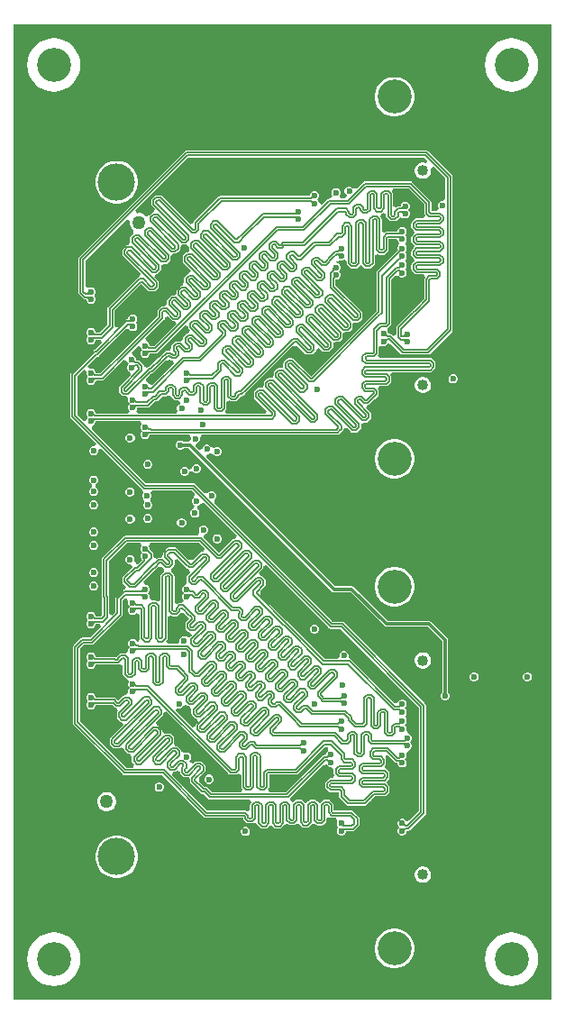
<source format=gbr>
%TF.GenerationSoftware,Altium Limited,Altium Designer,21.5.1 (32)*%
G04 Layer_Physical_Order=3*
G04 Layer_Color=36540*
%FSLAX45Y45*%
%MOMM*%
%TF.SameCoordinates,51D5493F-A844-4614-94AE-4B196E198A34*%
%TF.FilePolarity,Positive*%
%TF.FileFunction,Copper,L3,Inr,Signal*%
%TF.Part,Single*%
G01*
G75*
%TA.AperFunction,Conductor*%
%ADD20C,0.30000*%
%TA.AperFunction,WasherPad*%
%ADD25C,3.50000*%
%TA.AperFunction,ComponentPad*%
%ADD26C,1.27000*%
%ADD27C,3.19989*%
%ADD28C,1.02006*%
%ADD29C,3.20000*%
%TA.AperFunction,ViaPad*%
%ADD30C,0.60000*%
%TA.AperFunction,Conductor*%
%ADD31C,0.13500*%
G36*
X5079609Y20391D02*
X20391D01*
Y9179609D01*
X5079609D01*
Y20391D01*
D02*
G37*
%LPC*%
G36*
X4700000Y9051209D02*
X4650991Y9046382D01*
X4603866Y9032087D01*
X4560435Y9008873D01*
X4522368Y8977632D01*
X4491127Y8939565D01*
X4467913Y8896134D01*
X4453617Y8849008D01*
X4448790Y8800000D01*
X4453617Y8750991D01*
X4467913Y8703866D01*
X4491127Y8660435D01*
X4522368Y8622368D01*
X4560435Y8591127D01*
X4603866Y8567913D01*
X4650991Y8553617D01*
X4700000Y8548790D01*
X4749009Y8553617D01*
X4796134Y8567913D01*
X4839565Y8591127D01*
X4877632Y8622368D01*
X4908873Y8660435D01*
X4932087Y8703866D01*
X4946383Y8750991D01*
X4951210Y8800000D01*
X4946383Y8849008D01*
X4932087Y8896134D01*
X4908873Y8939565D01*
X4877632Y8977632D01*
X4839565Y9008873D01*
X4796134Y9032087D01*
X4749009Y9046382D01*
X4700000Y9051209D01*
D02*
G37*
G36*
X400000D02*
X350991Y9046382D01*
X303866Y9032087D01*
X260435Y9008873D01*
X222368Y8977632D01*
X191127Y8939565D01*
X167913Y8896134D01*
X153617Y8849008D01*
X148790Y8800000D01*
X153617Y8750991D01*
X167913Y8703866D01*
X191127Y8660435D01*
X222368Y8622368D01*
X260435Y8591127D01*
X303866Y8567913D01*
X350991Y8553617D01*
X400000Y8548790D01*
X449008Y8553617D01*
X496134Y8567913D01*
X539565Y8591127D01*
X577632Y8622368D01*
X608873Y8660435D01*
X632087Y8703866D01*
X646383Y8750991D01*
X651210Y8800000D01*
X646383Y8849008D01*
X632087Y8896134D01*
X608873Y8939565D01*
X577632Y8977632D01*
X539565Y9008873D01*
X496134Y9032087D01*
X449008Y9046382D01*
X400000Y9051209D01*
D02*
G37*
G36*
X3618220Y8684995D02*
X3581779D01*
X3546039Y8677885D01*
X3512372Y8663940D01*
X3482073Y8643695D01*
X3456305Y8617927D01*
X3436060Y8587628D01*
X3422115Y8553961D01*
X3415005Y8518220D01*
Y8481780D01*
X3422115Y8446039D01*
X3436060Y8412372D01*
X3456305Y8382073D01*
X3482073Y8356305D01*
X3512372Y8336060D01*
X3546039Y8322115D01*
X3581779Y8315005D01*
X3618220D01*
X3653961Y8322115D01*
X3687628Y8336060D01*
X3717927Y8356305D01*
X3743695Y8382073D01*
X3763940Y8412372D01*
X3777885Y8446039D01*
X3784994Y8481780D01*
Y8518220D01*
X3777885Y8553961D01*
X3763940Y8587628D01*
X3743695Y8617927D01*
X3717927Y8643695D01*
X3687628Y8663940D01*
X3653961Y8677885D01*
X3618220Y8684995D01*
D02*
G37*
G36*
X1009698Y7898000D02*
X970302D01*
X931662Y7890314D01*
X895265Y7875238D01*
X862508Y7853350D01*
X834650Y7825493D01*
X812762Y7792735D01*
X797686Y7756338D01*
X790000Y7717698D01*
Y7678302D01*
X797686Y7639662D01*
X812762Y7603265D01*
X834650Y7570508D01*
X862508Y7542650D01*
X895265Y7520762D01*
X931662Y7505686D01*
X970302Y7498000D01*
X1009698D01*
X1048338Y7505686D01*
X1084735Y7520762D01*
X1117493Y7542650D01*
X1145350Y7570508D01*
X1167238Y7603265D01*
X1182314Y7639662D01*
X1190000Y7678302D01*
Y7717698D01*
X1182314Y7756338D01*
X1167238Y7792735D01*
X1145350Y7825493D01*
X1117493Y7853350D01*
X1084735Y7875238D01*
X1048338Y7890314D01*
X1009698Y7898000D01*
D02*
G37*
G36*
X3900215Y7996331D02*
X1644647D01*
X1637058Y7994822D01*
X1630624Y7990523D01*
X636478Y6996377D01*
X632179Y6989943D01*
X630669Y6982354D01*
Y6659309D01*
X632179Y6651720D01*
X636478Y6645286D01*
X677036Y6604727D01*
X683470Y6600429D01*
X691059Y6598919D01*
X707300D01*
Y6587156D01*
X713801Y6571463D01*
X725813Y6559451D01*
X741507Y6552950D01*
X758494D01*
X774187Y6559451D01*
X786199Y6571463D01*
X792700Y6587156D01*
Y6604144D01*
X786199Y6619837D01*
Y6644162D01*
X792700Y6659856D01*
Y6676843D01*
X786199Y6692537D01*
X774187Y6704549D01*
X758494Y6711050D01*
X741507D01*
X725813Y6704549D01*
X696831Y6717994D01*
Y6963163D01*
X1086317Y7352649D01*
X1113214Y7337120D01*
X1111500Y7330721D01*
Y7307419D01*
X1117531Y7284910D01*
X1129182Y7264730D01*
X1145660Y7248252D01*
X1146378Y7247837D01*
X1148270Y7240400D01*
X1147236Y7216046D01*
X1145722Y7213575D01*
X1120668Y7188522D01*
X1116369Y7182088D01*
X1114859Y7174499D01*
Y7136043D01*
X1101924Y7113352D01*
X1095127Y7106246D01*
X1090848D01*
X1083259Y7104736D01*
X1076825Y7100437D01*
X1050299Y7073911D01*
X1046000Y7067478D01*
X1044491Y7059889D01*
Y7021432D01*
X1046000Y7013843D01*
X1050299Y7007409D01*
X1217997Y6839711D01*
X1205571Y6809711D01*
X1202403D01*
X1194814Y6808202D01*
X1188381Y6803903D01*
X941061Y6556583D01*
X909477Y6524999D01*
X905179Y6518566D01*
X903669Y6510977D01*
Y6358214D01*
X829865Y6284411D01*
X792700D01*
Y6295843D01*
X786199Y6311537D01*
X774187Y6323549D01*
X758494Y6330050D01*
X741507D01*
X725813Y6323549D01*
X713801Y6311537D01*
X707300Y6295843D01*
Y6278856D01*
X713801Y6263162D01*
Y6238837D01*
X707300Y6223144D01*
Y6206156D01*
X713801Y6190463D01*
X725813Y6178451D01*
X741507Y6171950D01*
X758494D01*
X774187Y6178451D01*
X786199Y6190463D01*
X792700Y6206156D01*
Y6218248D01*
X839586D01*
X852372Y6193665D01*
X852973Y6189210D01*
X788182Y6124418D01*
X784587D01*
X776998Y6122909D01*
X770564Y6118610D01*
X559477Y5907523D01*
X555178Y5901089D01*
X553669Y5893500D01*
Y5497275D01*
X555178Y5489686D01*
X559477Y5483252D01*
X802381Y5240348D01*
X785388Y5214915D01*
X783493Y5215700D01*
X766506D01*
X750813Y5209199D01*
X738801Y5197187D01*
X732300Y5181494D01*
Y5164507D01*
X738801Y5148813D01*
X750813Y5136801D01*
X766506Y5130300D01*
X783493D01*
X799187Y5136801D01*
X811199Y5148813D01*
X817700Y5164507D01*
Y5181494D01*
X816915Y5183388D01*
X842348Y5200382D01*
X1233252Y4809477D01*
X1233762Y4809136D01*
X1239414Y4784510D01*
X1239284Y4774670D01*
X1238801Y4774187D01*
X1232300Y4758493D01*
Y4741506D01*
X1238801Y4725812D01*
X1241515Y4723099D01*
X1250478Y4711751D01*
X1246801Y4689188D01*
X1240300Y4673494D01*
Y4656507D01*
X1246801Y4640813D01*
X1258813Y4628801D01*
X1274506Y4622300D01*
X1291493D01*
X1307187Y4628801D01*
X1319199Y4640813D01*
X1325700Y4656507D01*
Y4673494D01*
X1319199Y4689187D01*
X1316485Y4691901D01*
X1307522Y4703249D01*
X1311199Y4725812D01*
X1317700Y4741506D01*
Y4758493D01*
X1311199Y4774187D01*
X1324144Y4803669D01*
X1693286D01*
X1726379Y4770576D01*
X1726461Y4770127D01*
X1717592Y4736936D01*
X1715813Y4736199D01*
X1703801Y4724187D01*
X1697300Y4708494D01*
Y4691506D01*
X1703801Y4675813D01*
X1715813Y4663801D01*
X1718472Y4662699D01*
X1716931Y4639174D01*
X1714506Y4631870D01*
X1700813Y4626199D01*
X1688801Y4614187D01*
X1682300Y4598493D01*
Y4581506D01*
X1688801Y4565812D01*
X1700813Y4553800D01*
X1716507Y4547300D01*
X1733494D01*
X1749188Y4553800D01*
X1761199Y4565812D01*
X1767700Y4581506D01*
Y4598493D01*
X1761199Y4614187D01*
X1749188Y4626199D01*
X1746529Y4627300D01*
X1748070Y4650826D01*
X1750495Y4658129D01*
X1764187Y4663801D01*
X1776199Y4675813D01*
X1776936Y4677592D01*
X1810127Y4686461D01*
X1810576Y4686379D01*
X2118396Y4378559D01*
X2105969Y4348559D01*
X2096297D01*
X2088708Y4347050D01*
X2082275Y4342751D01*
X1973094Y4233570D01*
X1948032Y4217491D01*
X1808222Y4357300D01*
X1810520Y4370415D01*
X1818548Y4389401D01*
X1829171Y4393801D01*
X1841182Y4405812D01*
X1847683Y4421506D01*
Y4438493D01*
X1841182Y4454187D01*
X1829171Y4466199D01*
X1813477Y4472700D01*
X1796490D01*
X1780796Y4466199D01*
X1768784Y4454187D01*
X1762283Y4438493D01*
Y4421506D01*
X1768784Y4405813D01*
X1755389Y4376781D01*
X1069473D01*
X1061884Y4375271D01*
X1055451Y4370972D01*
X854527Y4170049D01*
X850228Y4163616D01*
X848719Y4156027D01*
Y3803540D01*
X850228Y3795951D01*
X853669Y3790802D01*
Y3631714D01*
X839036Y3617081D01*
X792700D01*
Y3628843D01*
X786199Y3644537D01*
X774187Y3656549D01*
X758494Y3663050D01*
X741507D01*
X725813Y3656549D01*
X713801Y3644537D01*
X707300Y3628843D01*
Y3611856D01*
X713801Y3596162D01*
Y3571837D01*
X707300Y3556144D01*
Y3539156D01*
X713801Y3523463D01*
X725813Y3511451D01*
X741507Y3504950D01*
X758494D01*
X774187Y3511451D01*
X786199Y3523463D01*
X792700Y3539156D01*
Y3550919D01*
X829442D01*
X841869Y3520919D01*
X740782Y3419831D01*
X664023D01*
X656434Y3418322D01*
X650001Y3414023D01*
X584477Y3348500D01*
X580178Y3342066D01*
X578669Y3334477D01*
Y2614023D01*
X580178Y2606434D01*
X584477Y2600001D01*
X1048501Y2135977D01*
X1054934Y2131678D01*
X1062523Y2130169D01*
X1416786D01*
X1810978Y1735977D01*
X1817411Y1731679D01*
X1825000Y1730169D01*
X2176908D01*
X2176960Y1730116D01*
Y1722615D01*
X2178470Y1715026D01*
X2182769Y1708592D01*
X2209962Y1681399D01*
X2216396Y1677100D01*
X2223985Y1675590D01*
X2261498D01*
X2269087Y1677100D01*
X2275521Y1681399D01*
X2277760Y1683638D01*
X2296390Y1679139D01*
X2308620Y1672072D01*
X2309270Y1668804D01*
X2313569Y1662371D01*
X2340762Y1635177D01*
X2347196Y1630878D01*
X2354785Y1629369D01*
X2392298D01*
X2399888Y1630878D01*
X2406321Y1635177D01*
X2418393Y1647249D01*
X2438942Y1659211D01*
X2459491Y1647249D01*
X2471563Y1635177D01*
X2477996Y1630878D01*
X2485585Y1629369D01*
X2523099D01*
X2530688Y1630878D01*
X2537121Y1635177D01*
X2564315Y1662371D01*
X2589651Y1668681D01*
X2599166Y1668625D01*
X2602363Y1665427D01*
X2608797Y1661129D01*
X2616386Y1659619D01*
X2653899D01*
X2661488Y1661129D01*
X2667922Y1665427D01*
X2672719Y1670224D01*
X2679065Y1671662D01*
X2705970Y1670349D01*
X2733163Y1643156D01*
X2739597Y1638857D01*
X2747186Y1637347D01*
X2784700D01*
X2792289Y1638857D01*
X2798722Y1643156D01*
X2825916Y1670349D01*
X2853832Y1670428D01*
X2858469Y1669180D01*
X2863964Y1663685D01*
X2870397Y1659386D01*
X2877986Y1657877D01*
X2915500D01*
X2923089Y1659386D01*
X2929522Y1663685D01*
X2956716Y1690879D01*
X2961015Y1697312D01*
X2962524Y1704901D01*
Y1725791D01*
X2992524Y1738217D01*
X2994764Y1735977D01*
X3001198Y1731679D01*
X3008787Y1730169D01*
X3051000D01*
X3063801Y1700543D01*
X3057300Y1684850D01*
Y1667863D01*
X3063801Y1652169D01*
X3075665Y1640006D01*
X3063801Y1627843D01*
X3057300Y1612150D01*
Y1595163D01*
X3063801Y1579469D01*
X3075813Y1567457D01*
X3091507Y1560956D01*
X3108494D01*
X3124188Y1567457D01*
X3136199Y1579469D01*
X3142700Y1595163D01*
Y1603669D01*
X3210977D01*
X3218566Y1605178D01*
X3224999Y1609477D01*
X3265523Y1650001D01*
X3269822Y1656434D01*
X3271331Y1664023D01*
Y1723500D01*
X3269822Y1731089D01*
X3265523Y1737523D01*
X3212523Y1790523D01*
X3206089Y1794822D01*
X3198500Y1796331D01*
X3099678D01*
X3099677Y1796331D01*
X3027977D01*
X3027925Y1796384D01*
Y1850107D01*
X3026415Y1857696D01*
X3022116Y1864129D01*
X2994923Y1891323D01*
X2988489Y1895622D01*
X2980900Y1897131D01*
X2943387D01*
X2935798Y1895622D01*
X2929364Y1891323D01*
X2917292Y1879251D01*
X2896743Y1867289D01*
X2876194Y1879251D01*
X2864122Y1891323D01*
X2857689Y1895622D01*
X2850100Y1897131D01*
X2812586D01*
X2804997Y1895622D01*
X2798564Y1891323D01*
X2786492Y1879251D01*
X2765943Y1867289D01*
X2745394Y1879251D01*
X2733322Y1891323D01*
X2726888Y1895622D01*
X2719299Y1897131D01*
X2681786D01*
X2674197Y1895622D01*
X2667763Y1891323D01*
X2655692Y1879251D01*
X2644704Y1872855D01*
X2627534Y1881752D01*
X2621066Y1912020D01*
X2620990Y1914508D01*
X2931612Y2225130D01*
X2963801Y2225812D01*
X2975813Y2213801D01*
X2991507Y2207300D01*
X3004433D01*
X3010371Y2203608D01*
X3018441Y2195499D01*
X3028073Y2184073D01*
Y2146560D01*
X3029582Y2138971D01*
X3033881Y2132537D01*
X3036121Y2130297D01*
X3023694Y2100298D01*
X2997141D01*
X2989552Y2098788D01*
X2983118Y2094489D01*
X2955924Y2067296D01*
X2951626Y2060862D01*
X2950116Y2053273D01*
Y2015759D01*
X2951626Y2008170D01*
X2955924Y2001737D01*
X2983118Y1974543D01*
X2989552Y1970244D01*
X2997141Y1968735D01*
X3080116D01*
X3080169Y1968682D01*
Y1927050D01*
X3081678Y1919461D01*
X3085977Y1913027D01*
X3123508Y1875496D01*
X3123510Y1875495D01*
X3150008Y1848996D01*
X3156442Y1844697D01*
X3164031Y1843188D01*
X3320495D01*
X3328084Y1844697D01*
X3334518Y1848996D01*
X3371499Y1885977D01*
X3371500Y1885979D01*
X3378249Y1892727D01*
X3415308Y1929787D01*
X3506326D01*
X3513915Y1931296D01*
X3520348Y1935595D01*
X3547542Y1962789D01*
X3551841Y1969222D01*
X3553350Y1976811D01*
Y2014325D01*
X3551841Y2021914D01*
X3547542Y2028347D01*
X3535470Y2040419D01*
X3523508Y2060968D01*
X3535470Y2081518D01*
X3547542Y2093589D01*
X3551841Y2100023D01*
X3553350Y2107612D01*
Y2145125D01*
X3551841Y2152714D01*
X3547542Y2159148D01*
X3520348Y2186341D01*
X3519511Y2186901D01*
X3512414Y2211082D01*
X3511652Y2221469D01*
X3514573Y2224390D01*
X3518872Y2230823D01*
X3520381Y2238412D01*
Y2275926D01*
X3518872Y2283515D01*
X3517248Y2285945D01*
X3520052Y2301489D01*
X3528230Y2318717D01*
X3535559Y2320175D01*
X3603021Y2252712D01*
X3609455Y2248413D01*
X3617044Y2246904D01*
X3630324D01*
Y2235141D01*
X3636825Y2219447D01*
X3648837Y2207436D01*
X3664531Y2200935D01*
X3681518D01*
X3697212Y2207436D01*
X3709223Y2219447D01*
X3715724Y2235141D01*
Y2252128D01*
X3709223Y2267822D01*
X3697359Y2279985D01*
X3709223Y2292147D01*
X3715724Y2307841D01*
Y2324828D01*
X3713186Y2330954D01*
X3727432Y2359829D01*
X3728494Y2360955D01*
X3744188Y2367456D01*
X3756199Y2379467D01*
X3762700Y2395161D01*
Y2412148D01*
X3756199Y2427842D01*
X3744335Y2440005D01*
X3756199Y2452167D01*
X3762700Y2467861D01*
Y2484848D01*
X3756199Y2500542D01*
X3744188Y2512554D01*
X3728494Y2519054D01*
X3727485Y2520122D01*
X3713197Y2549055D01*
X3715724Y2555156D01*
Y2572143D01*
X3709223Y2587837D01*
X3697359Y2599999D01*
X3709223Y2612162D01*
X3715724Y2627856D01*
Y2644843D01*
X3709304Y2660340D01*
X3709223Y2660536D01*
X3700537Y2679996D01*
X3709223Y2699456D01*
X3709304Y2699652D01*
X3715724Y2715150D01*
Y2732137D01*
X3709223Y2747831D01*
X3697359Y2759994D01*
X3709223Y2772157D01*
X3715724Y2787850D01*
Y2804837D01*
X3709223Y2820531D01*
X3697212Y2832543D01*
X3681518Y2839044D01*
X3664531D01*
X3648837Y2832543D01*
X3636825Y2820531D01*
X3633037Y2811387D01*
X3610878Y2803888D01*
X3600324Y2803373D01*
X3189675Y3214023D01*
X3183241Y3218322D01*
X3167700Y3241507D01*
Y3258494D01*
X3161199Y3274188D01*
X3149188Y3286199D01*
X3133494Y3292700D01*
X3116507D01*
X3100813Y3286199D01*
X3088801Y3274188D01*
X3082300Y3258494D01*
Y3241507D01*
X3058807Y3219831D01*
X2945691D01*
X2599606Y3565916D01*
X2599604Y3565917D01*
X2589346Y3576176D01*
X2589345Y3576176D01*
X2344217Y3821305D01*
Y3863700D01*
X2384117Y3903600D01*
X2388416Y3910034D01*
X2389925Y3917623D01*
Y3956079D01*
X2388416Y3963668D01*
X2384117Y3970102D01*
X2357591Y3996628D01*
X2351157Y4000927D01*
X2343568Y4002437D01*
X2340401D01*
X2327974Y4032437D01*
X2360282Y4064744D01*
X2364580Y4071178D01*
X2366090Y4078767D01*
Y4088438D01*
X2396090Y4100865D01*
X2987478Y3509477D01*
X2993911Y3505178D01*
X3001500Y3503669D01*
X3090809D01*
X3830169Y2764309D01*
Y1790482D01*
X3741266Y1701579D01*
X3709223Y1700544D01*
X3697212Y1712555D01*
X3681518Y1719056D01*
X3664531D01*
X3648837Y1712555D01*
X3636825Y1700543D01*
X3630324Y1684850D01*
Y1667863D01*
X3636825Y1652169D01*
X3648689Y1640006D01*
X3636825Y1627843D01*
X3630324Y1612150D01*
Y1595163D01*
X3636825Y1579469D01*
X3648837Y1567457D01*
X3664531Y1560956D01*
X3681518D01*
X3697212Y1567457D01*
X3709223Y1579469D01*
X3715724Y1595163D01*
Y1606925D01*
X3731965D01*
X3739554Y1608435D01*
X3745988Y1612734D01*
X3890523Y1757269D01*
X3894822Y1763702D01*
X3896331Y1771291D01*
Y2783500D01*
X3894822Y2791089D01*
X3890523Y2797523D01*
X3124023Y3564023D01*
X3117589Y3568322D01*
X3110000Y3569831D01*
X3020691D01*
X1907334Y4683188D01*
X1906815Y4692137D01*
X1911773Y4721175D01*
X1917508Y4726911D01*
X1924009Y4742605D01*
Y4759592D01*
X1917508Y4775286D01*
X1905497Y4787297D01*
X1889803Y4793798D01*
X1872816D01*
X1857122Y4787297D01*
X1845110Y4775286D01*
X1813399Y4777123D01*
X1726499Y4864023D01*
X1720066Y4868321D01*
X1712477Y4869831D01*
X1266466D01*
X756347Y5379950D01*
X757076Y5390148D01*
X765762Y5412961D01*
X774187Y5416451D01*
X786199Y5428463D01*
X792700Y5444156D01*
Y5455919D01*
X1212978D01*
X1225182Y5425919D01*
X1221801Y5422537D01*
X1215300Y5406843D01*
Y5389856D01*
X1221801Y5374162D01*
X1233665Y5362000D01*
X1221801Y5349837D01*
X1215300Y5334144D01*
Y5317156D01*
X1221801Y5301463D01*
X1233813Y5289451D01*
X1249507Y5282950D01*
X1266494D01*
X1282187Y5289451D01*
X1294199Y5301463D01*
X1300700Y5317156D01*
Y5325754D01*
X1303704Y5328219D01*
X1668635D01*
X1687300Y5298493D01*
Y5286605D01*
X1683936Y5278080D01*
X1664465Y5258243D01*
X1622144D01*
X1614188Y5266199D01*
X1598494Y5272700D01*
X1581507D01*
X1565813Y5266199D01*
X1553801Y5254187D01*
X1547300Y5238493D01*
Y5221506D01*
X1553801Y5205813D01*
X1565813Y5193801D01*
X1581507Y5187300D01*
X1598494D01*
X1614188Y5193801D01*
X1622144Y5201757D01*
X1664411D01*
X3011138Y3855030D01*
X3011139Y3855029D01*
X3020301Y3848907D01*
X3031109Y3846757D01*
X3188301D01*
X3505029Y3530029D01*
X3514192Y3523907D01*
X3525000Y3521757D01*
X3525001Y3521757D01*
X3913301D01*
X4046757Y3388302D01*
Y2907144D01*
X4038801Y2899187D01*
X4032300Y2883494D01*
Y2866507D01*
X4038801Y2850813D01*
X4050813Y2838801D01*
X4066506Y2832300D01*
X4083493D01*
X4099187Y2838801D01*
X4111199Y2850813D01*
X4117700Y2866507D01*
Y2883494D01*
X4111199Y2899187D01*
X4103243Y2907144D01*
Y3400000D01*
X4101093Y3410808D01*
X4094971Y3419971D01*
X4094970Y3419971D01*
X3944971Y3569971D01*
X3935808Y3576093D01*
X3925000Y3578243D01*
X3924999Y3578243D01*
X3536699D01*
X3219971Y3894971D01*
X3210808Y3901093D01*
X3200000Y3903243D01*
X3199999Y3903243D01*
X3042808D01*
X1829825Y5116225D01*
X1842252Y5146225D01*
X1846416D01*
X1862110Y5152726D01*
X1862958Y5153575D01*
X1864950Y5153855D01*
X1896228Y5145682D01*
X1897810Y5141863D01*
X1909822Y5129851D01*
X1925516Y5123350D01*
X1942503D01*
X1958196Y5129851D01*
X1970208Y5141863D01*
X1976709Y5157557D01*
Y5174544D01*
X1970208Y5190238D01*
X1958196Y5202249D01*
X1942503Y5208750D01*
X1925516D01*
X1909822Y5202249D01*
X1908973Y5201401D01*
X1906981Y5201121D01*
X1875703Y5209294D01*
X1874121Y5213113D01*
X1862110Y5225124D01*
X1846416Y5231625D01*
X1829429D01*
X1813735Y5225124D01*
X1801723Y5213113D01*
X1795222Y5197419D01*
Y5193255D01*
X1765222Y5180829D01*
X1728751Y5217300D01*
X1738494Y5247300D01*
X1754188Y5253801D01*
X1766199Y5265813D01*
X1772700Y5281507D01*
Y5298493D01*
X1791365Y5328219D01*
X3070992D01*
X3078581Y5329728D01*
X3085015Y5334027D01*
X3095494Y5344506D01*
X3095494Y5344507D01*
X3113517Y5362530D01*
X3117816Y5368963D01*
X3119325Y5376552D01*
Y5379720D01*
X3149325Y5392146D01*
X3188089Y5353382D01*
X3194523Y5349084D01*
X3202112Y5347574D01*
X3240569D01*
X3248158Y5349084D01*
X3254591Y5353382D01*
X3281117Y5379909D01*
X3285416Y5386342D01*
X3286926Y5393931D01*
Y5411002D01*
X3292998Y5433991D01*
X3315987Y5440064D01*
X3333058D01*
X3340647Y5441573D01*
X3347081Y5445872D01*
X3373607Y5472398D01*
X3377906Y5478832D01*
X3379415Y5486421D01*
Y5524877D01*
X3377906Y5532466D01*
X3373607Y5538900D01*
X3334844Y5577663D01*
X3347270Y5607663D01*
X3350437D01*
X3358026Y5609173D01*
X3364459Y5613472D01*
X3412787Y5661799D01*
X3412787Y5661800D01*
X3447273Y5696285D01*
X3451572Y5702719D01*
X3453081Y5710308D01*
Y5736998D01*
X3451572Y5744587D01*
X3447273Y5751021D01*
X3445033Y5753260D01*
X3457460Y5783260D01*
X3523357D01*
X3530946Y5784770D01*
X3537379Y5789069D01*
X3564573Y5816262D01*
X3568871Y5822695D01*
X3570381Y5830285D01*
Y5867798D01*
X3568871Y5875387D01*
X3564573Y5881820D01*
X3562333Y5884060D01*
X3574759Y5914060D01*
X3938322D01*
X3945911Y5915570D01*
X3952345Y5919869D01*
X3979538Y5947062D01*
X3983837Y5953495D01*
X3985346Y5961084D01*
Y5998598D01*
X3983837Y6006187D01*
X3979538Y6012620D01*
X3952345Y6039813D01*
X3945911Y6044112D01*
X3938322Y6045622D01*
X3457460D01*
X3445033Y6075622D01*
X3447273Y6077862D01*
X3451572Y6084295D01*
X3453081Y6091884D01*
Y6147762D01*
X3460809Y6154458D01*
X3483081Y6164446D01*
X3491507Y6160956D01*
X3508494D01*
X3524188Y6167457D01*
X3536199Y6179469D01*
X3568576Y6179239D01*
X3661838Y6085977D01*
X3668271Y6081678D01*
X3675860Y6080169D01*
X3917477D01*
X3925066Y6081678D01*
X3931499Y6085977D01*
X4140523Y6295001D01*
X4144822Y6301434D01*
X4146331Y6309023D01*
Y7750215D01*
X4144822Y7757804D01*
X4140523Y7764238D01*
X3914238Y7990523D01*
X3907804Y7994822D01*
X3900215Y7996331D01*
D02*
G37*
G36*
X4158494Y5892700D02*
X4141507D01*
X4125813Y5886199D01*
X4113801Y5874187D01*
X4107300Y5858493D01*
Y5841506D01*
X4113801Y5825813D01*
X4125813Y5813801D01*
X4141507Y5807300D01*
X4158494D01*
X4174187Y5813801D01*
X4186199Y5825813D01*
X4192700Y5841506D01*
Y5858493D01*
X4186199Y5874187D01*
X4174187Y5886199D01*
X4158494Y5892700D01*
D02*
G37*
G36*
X3876503Y5869503D02*
X3856491D01*
X3837160Y5864323D01*
X3819830Y5854317D01*
X3805679Y5840167D01*
X3795673Y5822836D01*
X3790494Y5803506D01*
Y5783494D01*
X3795673Y5764163D01*
X3805679Y5746833D01*
X3819830Y5732682D01*
X3837160Y5722676D01*
X3856491Y5717497D01*
X3876503D01*
X3895833Y5722676D01*
X3913164Y5732682D01*
X3927314Y5746833D01*
X3937320Y5764163D01*
X3942500Y5783494D01*
Y5803506D01*
X3937320Y5822836D01*
X3927314Y5840167D01*
X3913164Y5854317D01*
X3895833Y5864323D01*
X3876503Y5869503D01*
D02*
G37*
G36*
X1125493Y5339700D02*
X1108506D01*
X1092812Y5333199D01*
X1080801Y5321187D01*
X1074300Y5305493D01*
Y5288506D01*
X1080801Y5272812D01*
X1092812Y5260801D01*
X1108506Y5254300D01*
X1125493D01*
X1141187Y5260801D01*
X1153199Y5272812D01*
X1159700Y5288506D01*
Y5305493D01*
X1153199Y5321187D01*
X1141187Y5333199D01*
X1125493Y5339700D01*
D02*
G37*
G36*
X1291493Y5088700D02*
X1274506D01*
X1258813Y5082199D01*
X1246801Y5070187D01*
X1240300Y5054494D01*
Y5037507D01*
X1246801Y5021813D01*
X1258813Y5009801D01*
X1274506Y5003300D01*
X1291493D01*
X1307187Y5009801D01*
X1319199Y5021813D01*
X1325700Y5037507D01*
Y5054494D01*
X1319199Y5070187D01*
X1307187Y5082199D01*
X1291493Y5088700D01*
D02*
G37*
G36*
X1747442Y5047700D02*
X1730455D01*
X1714761Y5041199D01*
X1702750Y5029187D01*
X1696249Y5013493D01*
X1696248Y5006008D01*
X1667183Y5000226D01*
X1665369Y5002811D01*
X1664716Y5003742D01*
X1662440Y5006017D01*
X1652704Y5015754D01*
X1637010Y5022255D01*
X1620023D01*
X1604329Y5015754D01*
X1592317Y5003742D01*
X1585816Y4988048D01*
Y4971061D01*
X1592317Y4955367D01*
X1604329Y4943356D01*
X1620023Y4936855D01*
X1637010D01*
X1652704Y4943356D01*
X1664715Y4955367D01*
X1671216Y4971061D01*
X1671217Y4978547D01*
X1700282Y4984329D01*
X1702096Y4981744D01*
X1702749Y4980812D01*
X1705025Y4978537D01*
X1714761Y4968801D01*
X1730455Y4962300D01*
X1747442D01*
X1763136Y4968801D01*
X1775148Y4980812D01*
X1781649Y4996506D01*
Y5013493D01*
X1775148Y5029187D01*
X1763136Y5041199D01*
X1747442Y5047700D01*
D02*
G37*
G36*
X3618220Y5284995D02*
X3581779D01*
X3546039Y5277886D01*
X3512372Y5263940D01*
X3482073Y5243695D01*
X3456305Y5217927D01*
X3436060Y5187628D01*
X3422115Y5153961D01*
X3415005Y5118221D01*
Y5081780D01*
X3422115Y5046039D01*
X3436060Y5012373D01*
X3456305Y4982073D01*
X3482073Y4956306D01*
X3512372Y4936060D01*
X3546039Y4922115D01*
X3581779Y4915006D01*
X3618220D01*
X3653961Y4922115D01*
X3687628Y4936060D01*
X3717927Y4956306D01*
X3743695Y4982073D01*
X3763940Y5012373D01*
X3777885Y5046039D01*
X3784994Y5081780D01*
Y5118221D01*
X3777885Y5153961D01*
X3763940Y5187628D01*
X3743695Y5217927D01*
X3717927Y5243695D01*
X3687628Y5263940D01*
X3653961Y5277886D01*
X3618220Y5284995D01*
D02*
G37*
G36*
X783493Y4942700D02*
X766506D01*
X750813Y4936199D01*
X738801Y4924188D01*
X732300Y4908494D01*
Y4891507D01*
X738801Y4875813D01*
X750813Y4863801D01*
X754591Y4862236D01*
Y4829764D01*
X750813Y4828199D01*
X738801Y4816187D01*
X732300Y4800494D01*
Y4783507D01*
X738801Y4767813D01*
X750813Y4755801D01*
X766506Y4749300D01*
X783493D01*
X799187Y4755801D01*
X811199Y4767813D01*
X817700Y4783507D01*
Y4800494D01*
X811199Y4816187D01*
X799187Y4828199D01*
X795409Y4829764D01*
Y4862236D01*
X799187Y4863801D01*
X811199Y4875813D01*
X817700Y4891507D01*
Y4908494D01*
X811199Y4924188D01*
X799187Y4936199D01*
X783493Y4942700D01*
D02*
G37*
G36*
X1124743Y4832450D02*
X1107756D01*
X1092062Y4825949D01*
X1080051Y4813937D01*
X1073550Y4798243D01*
Y4781256D01*
X1080051Y4765562D01*
X1092062Y4753551D01*
X1107756Y4747050D01*
X1124743D01*
X1140437Y4753551D01*
X1152449Y4765562D01*
X1158950Y4781256D01*
Y4798243D01*
X1152449Y4813937D01*
X1140437Y4825949D01*
X1124743Y4832450D01*
D02*
G37*
G36*
X783493Y4707700D02*
X766506D01*
X750813Y4701199D01*
X738801Y4689187D01*
X732300Y4673494D01*
Y4656507D01*
X738801Y4640813D01*
X750813Y4628801D01*
X766506Y4622300D01*
X783493D01*
X799187Y4628801D01*
X811199Y4640813D01*
X817700Y4656507D01*
Y4673494D01*
X811199Y4689187D01*
X799187Y4701199D01*
X783493Y4707700D01*
D02*
G37*
G36*
X1291493Y4580700D02*
X1274506D01*
X1258813Y4574199D01*
X1246801Y4562187D01*
X1240300Y4546494D01*
Y4529507D01*
X1246801Y4513813D01*
X1258813Y4501801D01*
X1274506Y4495300D01*
X1291493D01*
X1307187Y4501801D01*
X1319199Y4513813D01*
X1325700Y4529507D01*
Y4546494D01*
X1319199Y4562187D01*
X1307187Y4574199D01*
X1291493Y4580700D01*
D02*
G37*
G36*
X1125493Y4577700D02*
X1108506D01*
X1092812Y4571199D01*
X1080801Y4559187D01*
X1074300Y4543493D01*
Y4526506D01*
X1080801Y4510812D01*
X1092812Y4498801D01*
X1108506Y4492300D01*
X1125493D01*
X1141187Y4498801D01*
X1153199Y4510812D01*
X1159700Y4526506D01*
Y4543493D01*
X1153199Y4559187D01*
X1141187Y4571199D01*
X1125493Y4577700D01*
D02*
G37*
G36*
X1608494Y4542700D02*
X1591507D01*
X1575813Y4536199D01*
X1563801Y4524187D01*
X1557300Y4508493D01*
Y4491506D01*
X1563801Y4475812D01*
X1575813Y4463801D01*
X1591507Y4457300D01*
X1608494D01*
X1624188Y4463801D01*
X1636199Y4475812D01*
X1642700Y4491506D01*
Y4508493D01*
X1636199Y4524187D01*
X1624188Y4536199D01*
X1608494Y4542700D01*
D02*
G37*
G36*
X783493Y4453700D02*
X766506D01*
X750813Y4447199D01*
X738801Y4435187D01*
X732300Y4419494D01*
Y4402507D01*
X738801Y4386813D01*
X750813Y4374801D01*
X766506Y4368300D01*
X783493D01*
X799187Y4374801D01*
X811199Y4386813D01*
X817700Y4402507D01*
Y4419494D01*
X811199Y4435187D01*
X799187Y4447199D01*
X783493Y4453700D01*
D02*
G37*
G36*
X1942503Y4391296D02*
X1925516D01*
X1909822Y4384795D01*
X1897810Y4372784D01*
X1891309Y4357090D01*
Y4340103D01*
X1897810Y4324409D01*
X1909822Y4312397D01*
X1925516Y4305896D01*
X1942503D01*
X1958196Y4312397D01*
X1970208Y4324409D01*
X1976709Y4340103D01*
Y4357090D01*
X1970208Y4372784D01*
X1958196Y4384795D01*
X1942503Y4391296D01*
D02*
G37*
G36*
X783493Y4326700D02*
X766506D01*
X750813Y4320199D01*
X738801Y4308187D01*
X732300Y4292494D01*
Y4275507D01*
X738801Y4259813D01*
X750813Y4247801D01*
X766506Y4241300D01*
X783493D01*
X799187Y4247801D01*
X811199Y4259813D01*
X817700Y4275507D01*
Y4292494D01*
X811199Y4308187D01*
X799187Y4320199D01*
X783493Y4326700D01*
D02*
G37*
G36*
Y4072700D02*
X766506D01*
X750813Y4066199D01*
X738801Y4054187D01*
X732300Y4038494D01*
Y4021507D01*
X738801Y4005813D01*
X750813Y3993801D01*
X766506Y3987300D01*
X783493D01*
X799187Y3993801D01*
X811199Y4005813D01*
X817700Y4021507D01*
Y4038494D01*
X811199Y4054187D01*
X799187Y4066199D01*
X783493Y4072700D01*
D02*
G37*
G36*
Y3945700D02*
X766506D01*
X750813Y3939199D01*
X738801Y3927187D01*
X732300Y3911494D01*
Y3894507D01*
X738801Y3878813D01*
X750813Y3866801D01*
X766506Y3860300D01*
X783493D01*
X799187Y3866801D01*
X811199Y3878813D01*
X817700Y3894507D01*
Y3911494D01*
X811199Y3927187D01*
X799187Y3939199D01*
X783493Y3945700D01*
D02*
G37*
G36*
X3618221Y4084994D02*
X3581780D01*
X3546039Y4077885D01*
X3512372Y4063940D01*
X3482073Y4043694D01*
X3456306Y4017927D01*
X3436060Y3987628D01*
X3422115Y3953961D01*
X3415006Y3918220D01*
Y3881779D01*
X3422115Y3846039D01*
X3436060Y3812372D01*
X3456306Y3782073D01*
X3482073Y3756305D01*
X3512372Y3736060D01*
X3546039Y3722114D01*
X3581780Y3715005D01*
X3618221D01*
X3653961Y3722114D01*
X3687628Y3736060D01*
X3717927Y3756305D01*
X3743695Y3782073D01*
X3763940Y3812372D01*
X3777886Y3846039D01*
X3784995Y3881779D01*
Y3918220D01*
X3777886Y3953961D01*
X3763940Y3987628D01*
X3743695Y4017927D01*
X3717927Y4043694D01*
X3687628Y4063940D01*
X3653961Y4077885D01*
X3618221Y4084994D01*
D02*
G37*
G36*
X2858493Y3542700D02*
X2841506D01*
X2825812Y3536199D01*
X2813801Y3524188D01*
X2807300Y3508494D01*
Y3491507D01*
X2813801Y3475813D01*
X2825812Y3463801D01*
X2841506Y3457300D01*
X2858493D01*
X2874187Y3463801D01*
X2886199Y3475813D01*
X2892700Y3491507D01*
Y3508494D01*
X2886199Y3524188D01*
X2874187Y3536199D01*
X2858493Y3542700D01*
D02*
G37*
G36*
X3876503Y3282503D02*
X3856491D01*
X3837161Y3277324D01*
X3819830Y3267318D01*
X3805679Y3253167D01*
X3795673Y3235837D01*
X3790494Y3216506D01*
Y3196494D01*
X3795673Y3177164D01*
X3805679Y3159833D01*
X3819830Y3145683D01*
X3837161Y3135677D01*
X3856491Y3130497D01*
X3876503D01*
X3895833Y3135677D01*
X3913164Y3145683D01*
X3927315Y3159833D01*
X3937321Y3177164D01*
X3942500Y3196494D01*
Y3216506D01*
X3937321Y3235837D01*
X3927315Y3253167D01*
X3913164Y3267318D01*
X3895833Y3277324D01*
X3876503Y3282503D01*
D02*
G37*
G36*
X4858493Y3092700D02*
X4841506D01*
X4825813Y3086199D01*
X4813801Y3074187D01*
X4807300Y3058494D01*
Y3041506D01*
X4813801Y3025813D01*
X4825813Y3013801D01*
X4841506Y3007300D01*
X4858493D01*
X4874187Y3013801D01*
X4886199Y3025813D01*
X4892700Y3041506D01*
Y3058494D01*
X4886199Y3074187D01*
X4874187Y3086199D01*
X4858493Y3092700D01*
D02*
G37*
G36*
X4358493D02*
X4341506D01*
X4325813Y3086199D01*
X4313801Y3074187D01*
X4307300Y3058494D01*
Y3041506D01*
X4313801Y3025813D01*
X4325813Y3013801D01*
X4341506Y3007300D01*
X4358493D01*
X4374187Y3013801D01*
X4386199Y3025813D01*
X4392700Y3041506D01*
Y3058494D01*
X4386199Y3074187D01*
X4374187Y3086199D01*
X4358493Y3092700D01*
D02*
G37*
G36*
X1397493Y2058700D02*
X1380506D01*
X1364812Y2052199D01*
X1352801Y2040187D01*
X1346300Y2024494D01*
Y2007507D01*
X1352801Y1991813D01*
X1364812Y1979801D01*
X1380506Y1973300D01*
X1397493D01*
X1413187Y1979801D01*
X1425199Y1991813D01*
X1431700Y2007507D01*
Y2024494D01*
X1425199Y2040187D01*
X1413187Y2052199D01*
X1397493Y2058700D01*
D02*
G37*
G36*
X906851Y1969430D02*
X883549D01*
X861040Y1963399D01*
X840860Y1951748D01*
X824382Y1935270D01*
X812731Y1915090D01*
X806700Y1892581D01*
Y1869279D01*
X812731Y1846770D01*
X824382Y1826590D01*
X840860Y1810112D01*
X861040Y1798461D01*
X883549Y1792430D01*
X906851D01*
X929360Y1798461D01*
X949540Y1810112D01*
X966018Y1826590D01*
X977669Y1846770D01*
X983700Y1869279D01*
Y1892581D01*
X977669Y1915090D01*
X966018Y1935270D01*
X949540Y1951748D01*
X929360Y1963399D01*
X906851Y1969430D01*
D02*
G37*
G36*
X2208493Y1642700D02*
X2191506D01*
X2175813Y1636199D01*
X2163801Y1624188D01*
X2157300Y1608494D01*
Y1591507D01*
X2163801Y1575813D01*
X2175813Y1563801D01*
X2191506Y1557300D01*
X2208493D01*
X2224187Y1563801D01*
X2236199Y1575813D01*
X2242700Y1591507D01*
Y1608494D01*
X2236199Y1624188D01*
X2224187Y1636199D01*
X2208493Y1642700D01*
D02*
G37*
G36*
X1009698Y1562000D02*
X970302D01*
X931662Y1554314D01*
X895265Y1539238D01*
X862508Y1517350D01*
X834650Y1489493D01*
X812762Y1456735D01*
X797686Y1420338D01*
X790000Y1381698D01*
Y1342302D01*
X797686Y1303662D01*
X812762Y1267265D01*
X834650Y1234508D01*
X862508Y1206650D01*
X895265Y1184762D01*
X931662Y1169686D01*
X970302Y1162000D01*
X1009698D01*
X1048338Y1169686D01*
X1084735Y1184762D01*
X1117493Y1206650D01*
X1145350Y1234508D01*
X1167238Y1267265D01*
X1182314Y1303662D01*
X1190000Y1342302D01*
Y1381698D01*
X1182314Y1420338D01*
X1167238Y1456735D01*
X1145350Y1489493D01*
X1117493Y1517350D01*
X1084735Y1539238D01*
X1048338Y1554314D01*
X1009698Y1562000D01*
D02*
G37*
G36*
X3876503Y1269503D02*
X3856491D01*
X3837161Y1264323D01*
X3819830Y1254317D01*
X3805679Y1240166D01*
X3795673Y1222836D01*
X3790494Y1203506D01*
Y1183493D01*
X3795673Y1164163D01*
X3805679Y1146833D01*
X3819830Y1132682D01*
X3837161Y1122676D01*
X3856491Y1117496D01*
X3876503D01*
X3895833Y1122676D01*
X3913164Y1132682D01*
X3927315Y1146833D01*
X3937321Y1164163D01*
X3942500Y1183493D01*
Y1203506D01*
X3937321Y1222836D01*
X3927315Y1240166D01*
X3913164Y1254317D01*
X3895833Y1264323D01*
X3876503Y1269503D01*
D02*
G37*
G36*
X3618221Y684995D02*
X3581780D01*
X3546039Y677885D01*
X3512372Y663940D01*
X3482073Y643695D01*
X3456306Y617927D01*
X3436060Y587628D01*
X3422115Y553961D01*
X3415006Y518220D01*
Y481780D01*
X3422115Y446039D01*
X3436060Y412372D01*
X3456306Y382073D01*
X3482073Y356305D01*
X3512372Y336060D01*
X3546039Y322115D01*
X3581780Y315005D01*
X3618221D01*
X3653961Y322115D01*
X3687628Y336060D01*
X3717927Y356305D01*
X3743695Y382073D01*
X3763940Y412372D01*
X3777886Y446039D01*
X3784995Y481780D01*
Y518220D01*
X3777886Y553961D01*
X3763940Y587628D01*
X3743695Y617927D01*
X3717927Y643695D01*
X3687628Y663940D01*
X3653961Y677885D01*
X3618221Y684995D01*
D02*
G37*
G36*
X4700000Y651210D02*
X4650991Y646383D01*
X4603866Y632087D01*
X4560435Y608873D01*
X4522368Y577632D01*
X4491127Y539565D01*
X4467913Y496134D01*
X4453617Y449008D01*
X4448790Y400000D01*
X4453617Y350991D01*
X4467913Y303866D01*
X4491127Y260435D01*
X4522368Y222368D01*
X4560435Y191127D01*
X4603866Y167913D01*
X4650991Y153617D01*
X4700000Y148790D01*
X4749009Y153617D01*
X4796134Y167913D01*
X4839565Y191127D01*
X4877632Y222368D01*
X4908873Y260435D01*
X4932087Y303866D01*
X4946383Y350991D01*
X4951210Y400000D01*
X4946383Y449008D01*
X4932087Y496134D01*
X4908873Y539565D01*
X4877632Y577632D01*
X4839565Y608873D01*
X4796134Y632087D01*
X4749009Y646383D01*
X4700000Y651210D01*
D02*
G37*
G36*
X400000D02*
X350991Y646383D01*
X303866Y632087D01*
X260435Y608873D01*
X222368Y577632D01*
X191127Y539565D01*
X167913Y496134D01*
X153617Y449008D01*
X148790Y400000D01*
X153617Y350991D01*
X167913Y303866D01*
X191127Y260435D01*
X222368Y222368D01*
X260435Y191127D01*
X303866Y167913D01*
X350991Y153617D01*
X400000Y148790D01*
X449008Y153617D01*
X496134Y167913D01*
X539565Y191127D01*
X577632Y222368D01*
X608873Y260435D01*
X632087Y303866D01*
X646383Y350991D01*
X651210Y400000D01*
X646383Y449008D01*
X632087Y496134D01*
X608873Y539565D01*
X577632Y577632D01*
X539565Y608873D01*
X496134Y632087D01*
X449008Y646383D01*
X400000Y651210D01*
D02*
G37*
%LPD*%
G36*
X3907442Y7903751D02*
X3903953Y7895809D01*
X3889836Y7878931D01*
X3876503Y7882504D01*
X3856491D01*
X3837160Y7877324D01*
X3819830Y7867318D01*
X3805679Y7853167D01*
X3795673Y7835837D01*
X3790494Y7816507D01*
Y7796494D01*
X3795673Y7777164D01*
X3805679Y7759834D01*
X3819830Y7745683D01*
X3837160Y7735677D01*
X3856491Y7730497D01*
X3876503D01*
X3895833Y7735677D01*
X3913164Y7745683D01*
X3927314Y7759834D01*
X3937320Y7777164D01*
X3942500Y7796494D01*
Y7816507D01*
X3938927Y7829840D01*
X3955805Y7843957D01*
X3963747Y7847446D01*
X4080169Y7731025D01*
Y7546430D01*
X4059043Y7522709D01*
X4042056D01*
X4026363Y7516208D01*
X4014351Y7504196D01*
X4007850Y7488502D01*
Y7471515D01*
X4014351Y7455822D01*
X4015750Y7454423D01*
X4003323Y7424423D01*
X3946384D01*
X3946331Y7424475D01*
Y7510976D01*
X3944822Y7518565D01*
X3940523Y7524999D01*
X3765749Y7699773D01*
X3759315Y7704072D01*
X3751726Y7705581D01*
X3321066D01*
X3313477Y7704072D01*
X3307043Y7699773D01*
X3244741Y7637470D01*
X3215457Y7639710D01*
X3208043Y7643199D01*
X3199195Y7652047D01*
X3183501Y7658548D01*
X3166514D01*
X3150820Y7652047D01*
X3138808Y7640035D01*
X3132307Y7624341D01*
Y7607354D01*
X3138808Y7591660D01*
X3150819Y7579649D01*
X3151186Y7574858D01*
X3125387Y7547011D01*
X3095647Y7549744D01*
X3085245Y7574858D01*
X3086199Y7575813D01*
X3092700Y7591507D01*
Y7608494D01*
X3086199Y7624187D01*
X3074187Y7636199D01*
X3058494Y7642700D01*
X3041506D01*
X3025813Y7636199D01*
X3013801Y7624187D01*
X3007300Y7608494D01*
Y7591507D01*
X3013801Y7575813D01*
X3014755Y7574858D01*
X3002329Y7544858D01*
X2987551D01*
X2979962Y7543349D01*
X2973528Y7539050D01*
X2920416Y7485938D01*
X2920236Y7485974D01*
X2892700Y7500648D01*
Y7508493D01*
X2886199Y7524187D01*
X2874335Y7536350D01*
X2886199Y7548513D01*
X2892700Y7564206D01*
Y7581193D01*
X2886199Y7596887D01*
X2874187Y7608899D01*
X2858493Y7615400D01*
X2841506D01*
X2825812Y7608899D01*
X2813801Y7596887D01*
X2807300Y7581193D01*
Y7569431D01*
X1962123D01*
X1954534Y7567921D01*
X1948100Y7563623D01*
X1734816Y7350338D01*
X1716792Y7332314D01*
X1712493Y7325880D01*
X1710983Y7318291D01*
Y7315124D01*
X1680983Y7302697D01*
X1415205Y7568475D01*
X1408771Y7572774D01*
X1401182Y7574284D01*
X1362726D01*
X1355137Y7572774D01*
X1348703Y7568475D01*
X1322177Y7541949D01*
X1317878Y7535516D01*
X1316368Y7527927D01*
Y7489470D01*
X1317878Y7481881D01*
X1322177Y7475447D01*
X1351110Y7446514D01*
X1338684Y7416514D01*
X1335516D01*
X1327927Y7415005D01*
X1321494Y7410706D01*
X1297677Y7386889D01*
X1291648Y7383864D01*
X1268847Y7381692D01*
X1261143Y7383085D01*
X1254340Y7389888D01*
X1234160Y7401539D01*
X1211651Y7407570D01*
X1188349D01*
X1181950Y7405855D01*
X1166421Y7432753D01*
X1663837Y7930169D01*
X3881024D01*
X3907442Y7903751D01*
D02*
G37*
G36*
X2832507Y7548328D02*
X2831853Y7548699D01*
X2831147Y7548909D01*
X2830388Y7548959D01*
X2829578Y7548849D01*
X2828715Y7548579D01*
X2827799Y7548149D01*
X2826832Y7547558D01*
X2825811Y7546808D01*
X2824739Y7545898D01*
X2823615Y7544827D01*
X2814069Y7554373D01*
X2815515Y7555863D01*
X2817897Y7558596D01*
X2818832Y7559838D01*
X2819596Y7560998D01*
X2820190Y7562076D01*
X2820614Y7563070D01*
X2820867Y7563982D01*
X2820950Y7564811D01*
X2820862Y7565558D01*
X2832507Y7548328D01*
D02*
G37*
G36*
X2824739Y7526802D02*
X2825811Y7525891D01*
X2826832Y7525141D01*
X2827799Y7524551D01*
X2828714Y7524121D01*
X2829578Y7523851D01*
X2830388Y7523741D01*
X2831146Y7523791D01*
X2831853Y7524001D01*
X2832506Y7524372D01*
X2820862Y7507142D01*
X2820950Y7507888D01*
X2820867Y7508718D01*
X2820614Y7509630D01*
X2820190Y7510624D01*
X2819596Y7511702D01*
X2818832Y7512861D01*
X2817897Y7514104D01*
X2815515Y7516836D01*
X2814069Y7518327D01*
X2823615Y7527873D01*
X2824739Y7526802D01*
D02*
G37*
G36*
X3682507Y7448328D02*
X3681853Y7448699D01*
X3681147Y7448909D01*
X3680388Y7448959D01*
X3679578Y7448849D01*
X3678715Y7448579D01*
X3677799Y7448149D01*
X3676832Y7447558D01*
X3675812Y7446808D01*
X3674739Y7445897D01*
X3673615Y7444827D01*
X3664069Y7454373D01*
X3665515Y7455863D01*
X3667897Y7458596D01*
X3668832Y7459838D01*
X3669596Y7460998D01*
X3670191Y7462075D01*
X3670614Y7463070D01*
X3670867Y7463982D01*
X3670950Y7464811D01*
X3670862Y7465558D01*
X3682507Y7448328D01*
D02*
G37*
G36*
X3674739Y7426802D02*
X3675812Y7425891D01*
X3676832Y7425141D01*
X3677799Y7424551D01*
X3678715Y7424121D01*
X3679578Y7423851D01*
X3680388Y7423741D01*
X3681147Y7423791D01*
X3681853Y7424001D01*
X3682506Y7424371D01*
X3670862Y7407142D01*
X3670950Y7407888D01*
X3670867Y7408718D01*
X3670614Y7409630D01*
X3670191Y7410624D01*
X3669596Y7411701D01*
X3668832Y7412861D01*
X3667897Y7414104D01*
X3665515Y7416836D01*
X3664069Y7418327D01*
X3673615Y7427873D01*
X3674739Y7426802D01*
D02*
G37*
G36*
X2682507Y7398328D02*
X2681853Y7398699D01*
X2681147Y7398909D01*
X2680388Y7398959D01*
X2679578Y7398849D01*
X2678715Y7398579D01*
X2677799Y7398149D01*
X2676832Y7397558D01*
X2675812Y7396808D01*
X2674739Y7395898D01*
X2673615Y7394827D01*
X2664069Y7404373D01*
X2665515Y7405863D01*
X2667897Y7408596D01*
X2668832Y7409838D01*
X2669596Y7410998D01*
X2670190Y7412076D01*
X2670614Y7413070D01*
X2670867Y7413982D01*
X2670950Y7414811D01*
X2670862Y7415558D01*
X2682507Y7398328D01*
D02*
G37*
G36*
X3880169Y7491786D02*
Y7430776D01*
X3880169Y7430775D01*
Y7405285D01*
X3881679Y7397696D01*
X3885977Y7391262D01*
X3888217Y7389023D01*
X3875791Y7359023D01*
X3805214D01*
X3797625Y7357513D01*
X3791191Y7353214D01*
X3763998Y7326021D01*
X3759699Y7319587D01*
X3758189Y7311998D01*
Y7274485D01*
X3759699Y7266896D01*
X3763998Y7260462D01*
X3776069Y7248390D01*
X3788032Y7227841D01*
X3776069Y7207292D01*
X3763998Y7195220D01*
X3759699Y7188787D01*
X3758189Y7181198D01*
Y7143684D01*
X3759699Y7136095D01*
X3763998Y7129662D01*
X3776069Y7117590D01*
X3788032Y7097041D01*
X3776069Y7076492D01*
X3763998Y7064420D01*
X3759699Y7057986D01*
X3758189Y7050397D01*
Y7012884D01*
X3759699Y7005295D01*
X3763998Y6998861D01*
X3776069Y6986790D01*
X3788032Y6966240D01*
X3776069Y6945691D01*
X3763998Y6933620D01*
X3759699Y6927186D01*
X3758189Y6919597D01*
Y6882084D01*
X3759699Y6874495D01*
X3763998Y6868061D01*
X3791191Y6840867D01*
X3797625Y6836568D01*
X3805214Y6835059D01*
X3875791D01*
X3888217Y6805059D01*
X3885977Y6802819D01*
X3881679Y6796386D01*
X3880169Y6788797D01*
Y6603211D01*
X3787225Y6510267D01*
X3787224Y6510266D01*
X3761737Y6484779D01*
X3623388Y6346431D01*
X3619090Y6339997D01*
X3617580Y6332408D01*
Y6266229D01*
X3587580Y6253802D01*
X3574103Y6267279D01*
X3567670Y6271578D01*
X3560081Y6273087D01*
X3542700D01*
Y6284850D01*
X3538514Y6294954D01*
X3537121Y6305869D01*
X3537709Y6309264D01*
X3545613Y6333556D01*
X3564572Y6352515D01*
X3568871Y6358949D01*
X3570381Y6366538D01*
Y6781309D01*
X3605573Y6816501D01*
X3636825Y6819447D01*
X3648836Y6807436D01*
X3664530Y6800935D01*
X3681517D01*
X3697211Y6807436D01*
X3709223Y6819447D01*
X3715724Y6835141D01*
Y6852128D01*
X3709223Y6867822D01*
X3697359Y6879985D01*
X3709223Y6892148D01*
X3715724Y6907841D01*
Y6924828D01*
X3709223Y6940522D01*
X3700539Y6959995D01*
X3709223Y6979467D01*
X3715724Y6995161D01*
Y7012148D01*
X3709223Y7027842D01*
X3697359Y7040005D01*
X3709223Y7052168D01*
X3715724Y7067861D01*
Y7084848D01*
X3709304Y7100346D01*
X3709223Y7100542D01*
X3700536Y7120002D01*
X3709223Y7139462D01*
X3709304Y7139658D01*
X3715724Y7155156D01*
Y7172143D01*
X3709223Y7187837D01*
X3697359Y7199999D01*
X3709223Y7212162D01*
X3715724Y7227856D01*
Y7244843D01*
X3709223Y7260537D01*
X3697211Y7272548D01*
X3681517Y7279049D01*
X3664530D01*
X3648836Y7272548D01*
X3636825Y7260537D01*
X3630324Y7244843D01*
Y7233081D01*
X3526578D01*
X3518989Y7231571D01*
X3512555Y7227272D01*
X3510315Y7225032D01*
X3480315Y7237459D01*
Y7352406D01*
X3478806Y7359995D01*
X3474507Y7366429D01*
X3467667Y7373269D01*
X3471540Y7390751D01*
X3479135Y7404228D01*
X3481903Y7404778D01*
X3488336Y7409077D01*
X3490576Y7411317D01*
X3520576Y7398890D01*
Y7379911D01*
X3522086Y7372322D01*
X3526385Y7365888D01*
X3553578Y7338694D01*
X3560011Y7334396D01*
X3567600Y7332886D01*
X3605114D01*
X3612703Y7334396D01*
X3619136Y7338695D01*
X3640429Y7359987D01*
X3648877Y7365708D01*
X3675316Y7363836D01*
X3677737Y7363004D01*
X3691506Y7357300D01*
X3708493D01*
X3724187Y7363801D01*
X3736199Y7375813D01*
X3742700Y7391506D01*
Y7408493D01*
X3736199Y7424187D01*
X3724335Y7436350D01*
X3736199Y7448513D01*
X3742700Y7464206D01*
Y7481193D01*
X3736199Y7496887D01*
X3724187Y7508899D01*
X3708493Y7515400D01*
X3691506D01*
X3675813Y7508899D01*
X3663801Y7496887D01*
X3657300Y7481193D01*
Y7469431D01*
X3643354D01*
X3643352Y7469431D01*
X3633000D01*
X3625411Y7467921D01*
X3618978Y7463622D01*
X3616738Y7461383D01*
X3586738Y7473809D01*
Y7588557D01*
X3585229Y7596146D01*
X3580930Y7602580D01*
X3574090Y7609419D01*
X3586517Y7639419D01*
X3732536D01*
X3880169Y7491786D01*
D02*
G37*
G36*
X2674739Y7376802D02*
X2675812Y7375892D01*
X2676832Y7375141D01*
X2677799Y7374551D01*
X2678714Y7374121D01*
X2679578Y7373851D01*
X2680388Y7373741D01*
X2681147Y7373791D01*
X2681853Y7374001D01*
X2682506Y7374372D01*
X2670862Y7357142D01*
X2670950Y7357888D01*
X2670867Y7358718D01*
X2670614Y7359630D01*
X2670190Y7360624D01*
X2669596Y7361702D01*
X2668832Y7362861D01*
X2667897Y7364104D01*
X2665515Y7366836D01*
X2664069Y7368327D01*
X2673615Y7377873D01*
X2674739Y7376802D01*
D02*
G37*
G36*
X3655530Y7211978D02*
X3654877Y7212348D01*
X3654170Y7212558D01*
X3653412Y7212609D01*
X3652602Y7212499D01*
X3651738Y7212229D01*
X3650823Y7211798D01*
X3649856Y7211208D01*
X3648835Y7210458D01*
X3647763Y7209547D01*
X3646639Y7208477D01*
X3637093Y7218022D01*
X3638539Y7219513D01*
X3640921Y7222246D01*
X3641856Y7223488D01*
X3642620Y7224648D01*
X3643214Y7225725D01*
X3643638Y7226720D01*
X3643891Y7227631D01*
X3643974Y7228461D01*
X3643886Y7229208D01*
X3655530Y7211978D01*
D02*
G37*
G36*
X3647763Y7190452D02*
X3648835Y7189541D01*
X3649856Y7188791D01*
X3650823Y7188201D01*
X3651739Y7187770D01*
X3652602Y7187500D01*
X3653412Y7187390D01*
X3654171Y7187440D01*
X3654877Y7187651D01*
X3655531Y7188021D01*
X3643886Y7170791D01*
X3643974Y7171538D01*
X3643891Y7172367D01*
X3643638Y7173279D01*
X3643214Y7174274D01*
X3642620Y7175351D01*
X3641856Y7176511D01*
X3640921Y7177753D01*
X3638539Y7180486D01*
X3637093Y7181976D01*
X3646639Y7191522D01*
X3647763Y7190452D01*
D02*
G37*
G36*
X3091093Y7047708D02*
X3089533Y7048085D01*
X3087965Y7048249D01*
X3086387Y7048201D01*
X3084801Y7047940D01*
X3083206Y7047467D01*
X3081603Y7046780D01*
X3079990Y7045882D01*
X3078369Y7044770D01*
X3076739Y7043446D01*
X3075100Y7041909D01*
X3065554Y7051455D01*
X3067091Y7053094D01*
X3068415Y7054724D01*
X3069527Y7056345D01*
X3070426Y7057957D01*
X3071112Y7059561D01*
X3071585Y7061156D01*
X3071846Y7062742D01*
X3071895Y7064319D01*
X3071730Y7065888D01*
X3071353Y7067447D01*
X3091093Y7047708D01*
D02*
G37*
G36*
X3630324Y7155156D02*
X3636744Y7139658D01*
X3636825Y7139462D01*
X3645511Y7120002D01*
X3636825Y7100542D01*
X3636744Y7100346D01*
X3630324Y7084848D01*
Y7067861D01*
X3632939Y7061548D01*
X3440027Y6868636D01*
X3435728Y6862202D01*
X3434218Y6854613D01*
Y6489741D01*
X3412747Y6468269D01*
X3412747Y6468268D01*
X3402487Y6458008D01*
X3402486Y6458008D01*
X2818948Y5874469D01*
X2818872D01*
X2655161Y6038181D01*
X2648727Y6042480D01*
X2641138Y6043989D01*
X2602681D01*
X2595092Y6042480D01*
X2588659Y6038181D01*
X2562132Y6011654D01*
X2557833Y6005220D01*
X2556324Y5997631D01*
Y5980561D01*
X2550252Y5957571D01*
X2527262Y5951499D01*
X2510192D01*
X2502603Y5949990D01*
X2496169Y5945691D01*
X2469642Y5919164D01*
X2465343Y5912731D01*
X2463834Y5905142D01*
Y5888071D01*
X2457762Y5865081D01*
X2434773Y5859010D01*
X2417702D01*
X2410113Y5857500D01*
X2403679Y5853201D01*
X2377152Y5826674D01*
X2372854Y5820241D01*
X2371344Y5812652D01*
Y5795581D01*
X2365272Y5772592D01*
X2342283Y5766520D01*
X2325212D01*
X2317623Y5765010D01*
X2311189Y5760711D01*
X2284663Y5734185D01*
X2280364Y5727751D01*
X2278854Y5720162D01*
Y5681705D01*
X2280364Y5674116D01*
X2284663Y5667683D01*
X2400264Y5552081D01*
X2387838Y5522081D01*
X2019531D01*
X2007105Y5552081D01*
X2013945Y5558921D01*
X2018244Y5565354D01*
X2019753Y5572943D01*
Y5634144D01*
X2049753Y5646570D01*
X2051993Y5644331D01*
X2058426Y5640032D01*
X2066015Y5638522D01*
X2103529D01*
X2111118Y5640032D01*
X2117552Y5644331D01*
X2144745Y5671524D01*
X2149044Y5677958D01*
X2150553Y5685547D01*
Y5686930D01*
X2150607Y5686983D01*
X2164291D01*
X2171880Y5688492D01*
X2178313Y5692791D01*
X2197863Y5712340D01*
X2197864Y5712343D01*
X2208123Y5722602D01*
X2646453Y6160931D01*
X2688848D01*
X2765047Y6084732D01*
X2771481Y6080433D01*
X2779070Y6078924D01*
X2817526D01*
X2825115Y6080433D01*
X2831549Y6084732D01*
X2858075Y6111259D01*
X2862374Y6117692D01*
X2863884Y6125281D01*
Y6128448D01*
X2893884Y6140875D01*
X2923890Y6110869D01*
X2930323Y6106570D01*
X2937912Y6105061D01*
X2976369D01*
X2983958Y6106570D01*
X2990392Y6110869D01*
X3016918Y6137396D01*
X3021217Y6143829D01*
X3022727Y6151418D01*
Y6168489D01*
X3028799Y6191479D01*
X3051788Y6197550D01*
X3068859D01*
X3076448Y6199060D01*
X3082881Y6203359D01*
X3109408Y6229886D01*
X3113707Y6236319D01*
X3115217Y6243908D01*
Y6260979D01*
X3121288Y6283968D01*
X3144278Y6290040D01*
X3161349D01*
X3168938Y6291550D01*
X3175371Y6295849D01*
X3201898Y6322375D01*
X3206197Y6328809D01*
X3207706Y6336398D01*
Y6353469D01*
X3213778Y6376458D01*
X3236767Y6382530D01*
X3253838D01*
X3261427Y6384040D01*
X3267861Y6388339D01*
X3294388Y6414865D01*
X3298687Y6421299D01*
X3300196Y6428888D01*
Y6467344D01*
X3298687Y6474933D01*
X3294388Y6481367D01*
X3046331Y6729423D01*
Y6782300D01*
X3058494D01*
X3074187Y6788801D01*
X3086199Y6800813D01*
X3092700Y6816507D01*
Y6833494D01*
X3086199Y6849187D01*
X3074335Y6861350D01*
X3086199Y6873513D01*
X3092700Y6889206D01*
Y6906193D01*
X3086199Y6921887D01*
X3074187Y6933899D01*
X3058494Y6940400D01*
X3055132Y6956411D01*
X3058368Y6958139D01*
X3081734Y6965003D01*
X3091506Y6960955D01*
X3108493D01*
X3124187Y6967456D01*
X3152552Y6953394D01*
Y6935343D01*
X3154062Y6927754D01*
X3158361Y6921320D01*
X3185554Y6894127D01*
X3191988Y6889828D01*
X3199577Y6888318D01*
X3237090D01*
X3244679Y6889828D01*
X3251113Y6894127D01*
X3263184Y6906199D01*
X3283734Y6918161D01*
X3304283Y6906199D01*
X3316355Y6894127D01*
X3322788Y6889828D01*
X3330377Y6888318D01*
X3367891D01*
X3375480Y6889828D01*
X3381913Y6894127D01*
X3409107Y6921320D01*
X3413406Y6927754D01*
X3414915Y6935343D01*
Y7011814D01*
X3444915Y7024241D01*
X3447155Y7022001D01*
X3453588Y7017702D01*
X3461177Y7016192D01*
X3498691D01*
X3506280Y7017702D01*
X3512714Y7022001D01*
X3539907Y7049194D01*
X3544206Y7055628D01*
X3545716Y7063217D01*
Y7166866D01*
X3545768Y7166918D01*
X3619939D01*
X3630324Y7155156D01*
D02*
G37*
G36*
X3645569Y6989822D02*
X3645758Y6989783D01*
X3645942Y6989719D01*
X3646122Y6989629D01*
X3646297Y6989514D01*
X3646468Y6989373D01*
X3646634Y6989206D01*
X3646795Y6989014D01*
X3646951Y6988796D01*
X3647103Y6988552D01*
X3656401Y6978681D01*
X3645375Y6976335D01*
Y6989835D01*
X3645569Y6989822D01*
D02*
G37*
G36*
X3655531Y6891963D02*
X3654877Y6892333D01*
X3654171Y6892544D01*
X3653412Y6892594D01*
X3652602Y6892484D01*
X3651739Y6892214D01*
X3650823Y6891784D01*
X3649856Y6891193D01*
X3648835Y6890443D01*
X3647763Y6889532D01*
X3646639Y6888462D01*
X3637093Y6898008D01*
X3638539Y6899498D01*
X3640921Y6902231D01*
X3641856Y6903473D01*
X3642620Y6904633D01*
X3643214Y6905710D01*
X3643638Y6906705D01*
X3643891Y6907617D01*
X3643974Y6908446D01*
X3643886Y6909193D01*
X3655531Y6891963D01*
D02*
G37*
G36*
X3049700Y6867702D02*
X3045825Y6867656D01*
X3038771Y6867050D01*
X3035591Y6866490D01*
X3032643Y6865758D01*
X3029926Y6864855D01*
X3027441Y6863781D01*
X3025188Y6862535D01*
X3023166Y6861118D01*
X3021376Y6859530D01*
X3011830Y6869076D01*
X3013418Y6870866D01*
X3014835Y6872888D01*
X3016081Y6875141D01*
X3017156Y6877626D01*
X3018058Y6880343D01*
X3018790Y6883291D01*
X3019350Y6886471D01*
X3019738Y6889882D01*
X3019956Y6893525D01*
X3020002Y6897400D01*
X3049700Y6867702D01*
D02*
G37*
G36*
X3647763Y6870437D02*
X3648835Y6869526D01*
X3649856Y6868776D01*
X3650823Y6868186D01*
X3651738Y6867755D01*
X3652602Y6867485D01*
X3653412Y6867375D01*
X3654170Y6867426D01*
X3654877Y6867636D01*
X3655530Y6868006D01*
X3643886Y6850776D01*
X3643974Y6851523D01*
X3643891Y6852353D01*
X3643638Y6853264D01*
X3643214Y6854259D01*
X3642620Y6855336D01*
X3641856Y6856496D01*
X3640921Y6857738D01*
X3638539Y6860471D01*
X3637093Y6861962D01*
X3646639Y6871507D01*
X3647763Y6870437D01*
D02*
G37*
G36*
X3042856Y6795863D02*
X3042049Y6795965D01*
X3041162Y6795893D01*
X3040199Y6795648D01*
X3039157Y6795228D01*
X3038038Y6794636D01*
X3036840Y6793870D01*
X3035565Y6792930D01*
X3034212Y6791816D01*
X3031273Y6789069D01*
X3021727Y6798615D01*
X3022831Y6799777D01*
X3023769Y6800888D01*
X3024541Y6801949D01*
X3025147Y6802961D01*
X3025587Y6803922D01*
X3025861Y6804833D01*
X3025969Y6805694D01*
X3025911Y6806505D01*
X3025688Y6807265D01*
X3025298Y6807976D01*
X3042856Y6795863D01*
D02*
G37*
G36*
X1638446Y7112484D02*
X1639322Y7112484D01*
X1661724Y7099073D01*
X1668446Y7092303D01*
Y7081297D01*
X1669956Y7073708D01*
X1671654Y7071166D01*
X1667730Y7056836D01*
X1657936Y7041167D01*
X1654769D01*
X1647180Y7039657D01*
X1640746Y7035358D01*
X1614220Y7008832D01*
X1609921Y7002398D01*
X1608412Y6994809D01*
Y6956353D01*
X1609921Y6948764D01*
X1614220Y6942330D01*
X1684810Y6871740D01*
X1672384Y6841740D01*
X1669217D01*
X1661628Y6840230D01*
X1655194Y6835931D01*
X1628668Y6809405D01*
X1624369Y6802971D01*
X1622859Y6795382D01*
Y6756926D01*
X1623006Y6756188D01*
X1610900Y6734181D01*
X1603796Y6726187D01*
X1599790D01*
X1592201Y6724678D01*
X1585767Y6720379D01*
X1559241Y6693853D01*
X1554942Y6687419D01*
X1553433Y6679830D01*
Y6661558D01*
X1548882Y6639922D01*
X1524670Y6632198D01*
X1508800D01*
X1501211Y6630689D01*
X1494778Y6626390D01*
X1468252Y6599864D01*
X1463953Y6593430D01*
X1462443Y6585841D01*
Y6562825D01*
X1461265Y6546826D01*
X1434489Y6534146D01*
X1421874D01*
X1414285Y6532636D01*
X1407851Y6528337D01*
X1381325Y6501811D01*
X1377026Y6495377D01*
X1375517Y6487788D01*
Y6449332D01*
X1375518Y6449324D01*
Y6441040D01*
X1074517Y6140039D01*
X1074516Y6140038D01*
X837530Y5903051D01*
X811806D01*
X811804Y5903052D01*
X792700D01*
Y5914843D01*
X786199Y5930537D01*
X774187Y5942549D01*
X758494Y5949050D01*
X741507D01*
X733810Y5945862D01*
X716816Y5971294D01*
X803778Y6058256D01*
X807373D01*
X814962Y6059765D01*
X821395Y6064064D01*
X1073758Y6316427D01*
X1105801Y6317462D01*
X1117812Y6305451D01*
X1133506Y6298950D01*
X1150493D01*
X1166187Y6305451D01*
X1178199Y6317463D01*
X1184700Y6333156D01*
Y6350144D01*
X1178199Y6365837D01*
X1166335Y6378000D01*
X1178199Y6390163D01*
X1184700Y6405856D01*
Y6422843D01*
X1178199Y6438537D01*
X1166187Y6450549D01*
X1150493Y6457050D01*
X1133506D01*
X1117812Y6450549D01*
X1105801Y6438537D01*
X1099300Y6422843D01*
Y6411081D01*
X1083059D01*
X1075470Y6409571D01*
X1069036Y6405272D01*
X998870Y6335106D01*
X994415Y6335707D01*
X969831Y6348494D01*
Y6491786D01*
X987844Y6509799D01*
X987846Y6509801D01*
X1221594Y6743549D01*
X1221670D01*
X1286849Y6678370D01*
X1293282Y6674071D01*
X1300871Y6672562D01*
X1339328D01*
X1346917Y6674071D01*
X1353350Y6678370D01*
X1379877Y6704897D01*
X1384176Y6711330D01*
X1385685Y6718919D01*
Y6757376D01*
X1384176Y6764965D01*
X1379877Y6771398D01*
X1345690Y6805585D01*
X1358116Y6835585D01*
X1361284D01*
X1368873Y6837095D01*
X1375306Y6841394D01*
X1401832Y6867920D01*
X1406131Y6874354D01*
X1407641Y6881943D01*
Y6901627D01*
X1410988Y6921627D01*
X1436148Y6930859D01*
X1450989D01*
X1458578Y6932368D01*
X1465012Y6936667D01*
X1491538Y6963194D01*
X1495837Y6969627D01*
X1497346Y6977216D01*
Y6997597D01*
X1500185Y7016777D01*
X1525738Y7026714D01*
X1540113D01*
X1547702Y7028224D01*
X1554135Y7032523D01*
X1580662Y7059049D01*
X1584960Y7065482D01*
X1586470Y7073071D01*
Y7085207D01*
X1600611Y7112003D01*
X1614920Y7112484D01*
X1638446D01*
D02*
G37*
G36*
X732507Y6643978D02*
X731853Y6644349D01*
X731147Y6644559D01*
X730388Y6644609D01*
X729578Y6644499D01*
X728715Y6644229D01*
X727799Y6643799D01*
X726832Y6643209D01*
X725812Y6642458D01*
X724739Y6641548D01*
X723615Y6640477D01*
X714069Y6650023D01*
X715515Y6651513D01*
X717897Y6654246D01*
X718832Y6655489D01*
X719596Y6656648D01*
X720191Y6657726D01*
X720614Y6658720D01*
X720867Y6659632D01*
X720950Y6660462D01*
X720862Y6661208D01*
X732507Y6643978D01*
D02*
G37*
G36*
X724739Y6622452D02*
X725812Y6621542D01*
X726832Y6620791D01*
X727799Y6620201D01*
X728715Y6619771D01*
X729578Y6619501D01*
X730388Y6619391D01*
X731147Y6619441D01*
X731853Y6619651D01*
X732507Y6620022D01*
X720862Y6602792D01*
X720950Y6603538D01*
X720867Y6604368D01*
X720614Y6605280D01*
X720191Y6606274D01*
X719596Y6607352D01*
X718832Y6608512D01*
X717897Y6609754D01*
X715515Y6612487D01*
X714069Y6613977D01*
X723615Y6623523D01*
X724739Y6622452D01*
D02*
G37*
G36*
X1124507Y6389978D02*
X1123853Y6390349D01*
X1123147Y6390559D01*
X1122388Y6390609D01*
X1121577Y6390499D01*
X1120715Y6390229D01*
X1119799Y6389799D01*
X1118831Y6389208D01*
X1117811Y6388458D01*
X1116739Y6387548D01*
X1115614Y6386477D01*
X1106069Y6396023D01*
X1107515Y6397513D01*
X1109896Y6400246D01*
X1110831Y6401488D01*
X1111596Y6402648D01*
X1112190Y6403726D01*
X1112614Y6404720D01*
X1112867Y6405632D01*
X1112950Y6406461D01*
X1112862Y6407208D01*
X1124507Y6389978D01*
D02*
G37*
G36*
X1116739Y6368452D02*
X1117811Y6367541D01*
X1118831Y6366791D01*
X1119799Y6366201D01*
X1120714Y6365771D01*
X1121577Y6365501D01*
X1122388Y6365391D01*
X1123146Y6365441D01*
X1123852Y6365651D01*
X1124506Y6366022D01*
X1112862Y6348792D01*
X1112950Y6349538D01*
X1112867Y6350368D01*
X1112614Y6351280D01*
X1112190Y6352274D01*
X1111596Y6353352D01*
X1110831Y6354511D01*
X1109896Y6355754D01*
X1107515Y6358486D01*
X1106069Y6359977D01*
X1115614Y6369523D01*
X1116739Y6368452D01*
D02*
G37*
G36*
X778116Y6276651D02*
X778223Y6276241D01*
X778467Y6275731D01*
X778847Y6275121D01*
X779362Y6274410D01*
X780800Y6272687D01*
X782781Y6270565D01*
X783975Y6269352D01*
X774429Y6259807D01*
X773504Y6260708D01*
X771152Y6262719D01*
X770508Y6263158D01*
X769935Y6263480D01*
X769432Y6263687D01*
X769000Y6263778D01*
X768637Y6263754D01*
X768345Y6263613D01*
X778144Y6276961D01*
X778116Y6276651D01*
D02*
G37*
G36*
X3529050Y6268468D02*
X3529133Y6267638D01*
X3529386Y6266727D01*
X3529810Y6265732D01*
X3530404Y6264655D01*
X3531168Y6263495D01*
X3532103Y6262252D01*
X3534485Y6259520D01*
X3535931Y6258029D01*
X3526385Y6248483D01*
X3525261Y6249554D01*
X3524189Y6250465D01*
X3523168Y6251215D01*
X3522201Y6251805D01*
X3521285Y6252235D01*
X3520422Y6252505D01*
X3519612Y6252615D01*
X3518853Y6252565D01*
X3518147Y6252355D01*
X3517493Y6251984D01*
X3529138Y6269215D01*
X3529050Y6268468D01*
D02*
G37*
G36*
X3702290Y6246271D02*
X3701636Y6246642D01*
X3700930Y6246852D01*
X3700172Y6246902D01*
X3699361Y6246792D01*
X3698498Y6246522D01*
X3697583Y6246092D01*
X3696615Y6245502D01*
X3695595Y6244752D01*
X3694523Y6243841D01*
X3693398Y6242770D01*
X3683852Y6252316D01*
X3685299Y6253807D01*
X3687680Y6256539D01*
X3688615Y6257782D01*
X3689380Y6258942D01*
X3689974Y6260019D01*
X3690398Y6261014D01*
X3690651Y6261925D01*
X3690734Y6262755D01*
X3690646Y6263502D01*
X3702290Y6246271D01*
D02*
G37*
G36*
X783315Y6233307D02*
X782169Y6232143D01*
X778402Y6227790D01*
X778042Y6227211D01*
X777812Y6226730D01*
X777713Y6226346D01*
X777745Y6226060D01*
X767718Y6238859D01*
X767992Y6238743D01*
X768340Y6238741D01*
X768761Y6238853D01*
X769257Y6239080D01*
X769825Y6239423D01*
X770467Y6239879D01*
X771182Y6240451D01*
X772834Y6241937D01*
X773770Y6242852D01*
X783315Y6233307D01*
D02*
G37*
G36*
X3535931Y6221983D02*
X3534485Y6220493D01*
X3532103Y6217760D01*
X3531168Y6216518D01*
X3530404Y6215358D01*
X3529810Y6214281D01*
X3529386Y6213286D01*
X3529133Y6212374D01*
X3529050Y6211545D01*
X3529138Y6210798D01*
X3517494Y6228028D01*
X3518147Y6227658D01*
X3518854Y6227447D01*
X3519612Y6227397D01*
X3520422Y6227507D01*
X3521286Y6227777D01*
X3522201Y6228207D01*
X3523168Y6228798D01*
X3524189Y6229548D01*
X3525261Y6230458D01*
X3526385Y6231529D01*
X3535931Y6221983D01*
D02*
G37*
G36*
X3694523Y6224745D02*
X3695595Y6223835D01*
X3696615Y6223085D01*
X3697583Y6222494D01*
X3698498Y6222064D01*
X3699361Y6221794D01*
X3700172Y6221684D01*
X3700930Y6221734D01*
X3701636Y6221945D01*
X3702290Y6222315D01*
X3690646Y6205085D01*
X3690734Y6205832D01*
X3690651Y6206661D01*
X3690398Y6207573D01*
X3689974Y6208568D01*
X3689380Y6209645D01*
X3688615Y6210805D01*
X3687680Y6212047D01*
X3685299Y6214780D01*
X3683852Y6216270D01*
X3693398Y6225816D01*
X3694523Y6224745D01*
D02*
G37*
G36*
X1508370Y6400754D02*
X1514804Y6396455D01*
X1522393Y6394945D01*
X1536997D01*
X1549424Y6364945D01*
X1341559Y6157081D01*
X1300700D01*
Y6168843D01*
X1294199Y6184537D01*
X1282187Y6196549D01*
X1271463Y6200991D01*
X1263485Y6219766D01*
X1261095Y6233050D01*
X1435872Y6407827D01*
X1440171Y6414260D01*
X1441680Y6421849D01*
Y6425017D01*
X1471680Y6437444D01*
X1508370Y6400754D01*
D02*
G37*
G36*
X1287050Y6152461D02*
X1287133Y6151632D01*
X1287386Y6150720D01*
X1287809Y6149726D01*
X1288404Y6148648D01*
X1289168Y6147488D01*
X1290103Y6146246D01*
X1292485Y6143513D01*
X1293931Y6142023D01*
X1284385Y6132477D01*
X1283261Y6133548D01*
X1282188Y6134458D01*
X1281168Y6135208D01*
X1280201Y6135799D01*
X1279285Y6136229D01*
X1278422Y6136499D01*
X1277612Y6136609D01*
X1276853Y6136559D01*
X1276147Y6136349D01*
X1275493Y6135978D01*
X1287138Y6153208D01*
X1287050Y6152461D01*
D02*
G37*
G36*
X1293931Y6105977D02*
X1292485Y6104486D01*
X1290103Y6101754D01*
X1289168Y6100511D01*
X1288404Y6099352D01*
X1287809Y6098274D01*
X1287386Y6097280D01*
X1287133Y6096368D01*
X1287050Y6095538D01*
X1287138Y6094792D01*
X1275494Y6112022D01*
X1276147Y6111651D01*
X1276853Y6111441D01*
X1277612Y6111391D01*
X1278422Y6111501D01*
X1279285Y6111771D01*
X1280201Y6112201D01*
X1281168Y6112791D01*
X1282188Y6113541D01*
X1283261Y6114452D01*
X1284385Y6115523D01*
X1293931Y6105977D01*
D02*
G37*
G36*
X1662563Y6342091D02*
Y6332418D01*
X1664073Y6324829D01*
X1668372Y6318396D01*
X1676982Y6309786D01*
X1664555Y6279786D01*
X1661388D01*
X1653799Y6278276D01*
X1647366Y6273977D01*
X1620839Y6247451D01*
X1616540Y6241017D01*
X1615031Y6233428D01*
Y6227565D01*
X1610417Y6221098D01*
X1590010Y6204641D01*
X1551553D01*
X1543964Y6203131D01*
X1537530Y6198832D01*
X1511004Y6172305D01*
X1506706Y6165872D01*
X1505196Y6158283D01*
Y6142902D01*
X1496766Y6118229D01*
X1475830Y6114261D01*
X1456953D01*
X1449364Y6112752D01*
X1442930Y6108453D01*
X1393373Y6058895D01*
X1383112Y6048634D01*
X1303259Y5968781D01*
X1295725D01*
X1288136Y5967272D01*
X1281702Y5962973D01*
X1274048Y5955318D01*
X1257157Y5962315D01*
X1246176Y5969873D01*
X1244822Y5976680D01*
X1240523Y5983114D01*
X1202714Y6020922D01*
X1196281Y6025221D01*
X1188692Y6026731D01*
X1172700D01*
Y6038493D01*
X1166199Y6054187D01*
X1154187Y6066199D01*
X1141801Y6071330D01*
X1141017Y6072168D01*
X1135321Y6084984D01*
X1130744Y6102700D01*
X1185300Y6157255D01*
X1198584Y6154864D01*
X1217358Y6146887D01*
X1221801Y6136162D01*
X1233665Y6124000D01*
X1221801Y6111837D01*
X1215300Y6096144D01*
Y6079156D01*
X1221801Y6063463D01*
X1233813Y6051451D01*
X1249507Y6044950D01*
X1266494D01*
X1282187Y6051451D01*
X1294199Y6063463D01*
X1300700Y6079156D01*
Y6090919D01*
X1360750D01*
X1368339Y6092428D01*
X1374773Y6096727D01*
X1632563Y6354518D01*
X1662563Y6342091D01*
D02*
G37*
G36*
X1159050Y6022111D02*
X1159133Y6021282D01*
X1159386Y6020370D01*
X1159809Y6019376D01*
X1160404Y6018298D01*
X1161168Y6017138D01*
X1162103Y6015896D01*
X1164485Y6013163D01*
X1165931Y6011673D01*
X1156385Y6002127D01*
X1155261Y6003198D01*
X1154188Y6004108D01*
X1153168Y6004858D01*
X1152201Y6005449D01*
X1151285Y6005879D01*
X1150422Y6006149D01*
X1149612Y6006259D01*
X1148853Y6006209D01*
X1148147Y6005999D01*
X1147493Y6005628D01*
X1159138Y6022858D01*
X1159050Y6022111D01*
D02*
G37*
G36*
X1165931Y5975627D02*
X1164485Y5974136D01*
X1162103Y5971404D01*
X1161168Y5970161D01*
X1160404Y5969002D01*
X1159809Y5967924D01*
X1159386Y5966930D01*
X1159133Y5966018D01*
X1159050Y5965188D01*
X1159138Y5964442D01*
X1147494Y5981672D01*
X1148147Y5981301D01*
X1148853Y5981091D01*
X1149612Y5981041D01*
X1150422Y5981151D01*
X1151285Y5981421D01*
X1152201Y5981851D01*
X1153168Y5982441D01*
X1154188Y5983191D01*
X1155261Y5984102D01*
X1156385Y5985173D01*
X1165931Y5975627D01*
D02*
G37*
G36*
X1679049Y5898462D02*
X1679132Y5897632D01*
X1679386Y5896720D01*
X1679809Y5895726D01*
X1680404Y5894648D01*
X1681168Y5893489D01*
X1682103Y5892246D01*
X1684485Y5889513D01*
X1685931Y5888023D01*
X1676385Y5878477D01*
X1675260Y5879548D01*
X1674188Y5880458D01*
X1673168Y5881209D01*
X1672201Y5881799D01*
X1671285Y5882229D01*
X1670422Y5882499D01*
X1669612Y5882609D01*
X1668853Y5882559D01*
X1668147Y5882349D01*
X1667493Y5881978D01*
X1679137Y5899208D01*
X1679049Y5898462D01*
D02*
G37*
G36*
X779049Y5898457D02*
X779131Y5897623D01*
X779384Y5896708D01*
X779807Y5895710D01*
X780401Y5894629D01*
X781166Y5893467D01*
X782101Y5892222D01*
X784484Y5889485D01*
X785931Y5887994D01*
X776385Y5878448D01*
X775258Y5879521D01*
X774183Y5880433D01*
X773160Y5881185D01*
X772189Y5881777D01*
X771270Y5882208D01*
X770404Y5882478D01*
X769590Y5882588D01*
X768827Y5882537D01*
X768117Y5882326D01*
X767459Y5881954D01*
X779137Y5899208D01*
X779049Y5898457D01*
D02*
G37*
G36*
X1685931Y5851977D02*
X1684485Y5850487D01*
X1682103Y5847754D01*
X1681168Y5846512D01*
X1680403Y5845352D01*
X1679809Y5844274D01*
X1679386Y5843280D01*
X1679132Y5842368D01*
X1679049Y5841538D01*
X1679137Y5840792D01*
X1667493Y5858022D01*
X1668147Y5857651D01*
X1668853Y5857441D01*
X1669611Y5857391D01*
X1670422Y5857501D01*
X1671285Y5857771D01*
X1672200Y5858201D01*
X1673168Y5858791D01*
X1674188Y5859542D01*
X1675260Y5860452D01*
X1676385Y5861523D01*
X1685931Y5851977D01*
D02*
G37*
G36*
X785931Y5851948D02*
X784486Y5850458D01*
X782106Y5847729D01*
X781171Y5846489D01*
X780407Y5845332D01*
X779812Y5844258D01*
X779388Y5843267D01*
X779135Y5842359D01*
X779051Y5841534D01*
X779138Y5840791D01*
X767528Y5857997D01*
X768177Y5857628D01*
X768879Y5857419D01*
X769634Y5857369D01*
X770441Y5857480D01*
X771300Y5857749D01*
X772213Y5858179D01*
X773177Y5858768D01*
X774194Y5859517D01*
X775263Y5860425D01*
X776385Y5861493D01*
X785931Y5851948D01*
D02*
G37*
G36*
X1499867Y6026586D02*
X1507456Y6025077D01*
X1517128D01*
X1529555Y5995077D01*
X1328416Y5793938D01*
X1294606Y5802554D01*
X1294199Y5803537D01*
X1282187Y5815549D01*
X1273762Y5819039D01*
X1265076Y5841852D01*
X1264347Y5852050D01*
X1314916Y5902619D01*
X1322450D01*
X1330039Y5904128D01*
X1336473Y5908427D01*
X1429896Y6001850D01*
X1429897Y6001853D01*
X1454984Y6026939D01*
X1493433Y6030885D01*
X1499867Y6026586D01*
D02*
G37*
G36*
X1073926Y6024961D02*
X1088670Y6018199D01*
X1093801Y6005812D01*
X1105665Y5993650D01*
X1093801Y5981487D01*
X1087300Y5965794D01*
Y5948806D01*
X1093801Y5933113D01*
X1105813Y5921101D01*
X1111002Y5918951D01*
X1120109Y5890762D01*
X1119789Y5885311D01*
X1019477Y5784999D01*
X1015178Y5778566D01*
X1013669Y5770977D01*
Y5729023D01*
X1015178Y5721434D01*
X1019477Y5715001D01*
X1038501Y5695977D01*
X1044934Y5691678D01*
X1052523Y5690169D01*
X1080235D01*
X1098727Y5664342D01*
X1099323Y5660901D01*
X1099300Y5660843D01*
Y5643856D01*
X1105801Y5628162D01*
X1117665Y5616000D01*
X1105800Y5603837D01*
X1099300Y5588144D01*
Y5571156D01*
X1105801Y5555463D01*
X1109182Y5552081D01*
X1096978Y5522081D01*
X792700D01*
Y5533843D01*
X786199Y5549537D01*
X774187Y5561549D01*
X758494Y5568050D01*
X741507D01*
X725813Y5561549D01*
X713801Y5549537D01*
X707300Y5533843D01*
Y5516856D01*
X713801Y5501162D01*
Y5483834D01*
X706623Y5467008D01*
X687498Y5459726D01*
X677300Y5458996D01*
X619831Y5516465D01*
Y5874309D01*
X685056Y5939534D01*
X710488Y5922540D01*
X707300Y5914843D01*
Y5897856D01*
X713801Y5882162D01*
Y5857837D01*
X707300Y5842144D01*
Y5825156D01*
X713801Y5809463D01*
X725813Y5797451D01*
X741507Y5790950D01*
X758494D01*
X774187Y5797451D01*
X786199Y5809463D01*
X792700Y5825156D01*
X800828Y5836889D01*
X856720D01*
X864309Y5838399D01*
X870743Y5842698D01*
X1057300Y6029255D01*
X1073926Y6024961D01*
D02*
G37*
G36*
X1287050Y5771461D02*
X1287133Y5770632D01*
X1287386Y5769720D01*
X1287809Y5768726D01*
X1288404Y5767648D01*
X1289168Y5766488D01*
X1290103Y5765246D01*
X1292485Y5762513D01*
X1293931Y5761023D01*
X1284385Y5751477D01*
X1283261Y5752548D01*
X1282188Y5753458D01*
X1281168Y5754208D01*
X1280201Y5754799D01*
X1279285Y5755229D01*
X1278422Y5755499D01*
X1277612Y5755609D01*
X1276853Y5755559D01*
X1276147Y5755349D01*
X1275493Y5754978D01*
X1287138Y5772208D01*
X1287050Y5771461D01*
D02*
G37*
G36*
X1293931Y5724977D02*
X1292485Y5723486D01*
X1290103Y5720754D01*
X1289168Y5719511D01*
X1288404Y5718352D01*
X1287809Y5717274D01*
X1287386Y5716280D01*
X1287133Y5715368D01*
X1287050Y5714538D01*
X1287138Y5713792D01*
X1275494Y5731022D01*
X1276147Y5730651D01*
X1276853Y5730441D01*
X1277612Y5730391D01*
X1278422Y5730501D01*
X1279285Y5730771D01*
X1280201Y5731201D01*
X1281168Y5731791D01*
X1282188Y5732541D01*
X1283261Y5733452D01*
X1284385Y5734523D01*
X1293931Y5724977D01*
D02*
G37*
G36*
X1490476Y5691002D02*
X1499375Y5686190D01*
X1501598Y5682863D01*
X1528791Y5655669D01*
X1535225Y5651370D01*
X1542814Y5649861D01*
X1573216D01*
X1588660Y5624756D01*
X1585688Y5615290D01*
X1575813Y5611199D01*
X1563801Y5599187D01*
X1557300Y5583494D01*
Y5566507D01*
X1563801Y5550813D01*
X1550106Y5522081D01*
X1187022D01*
X1174817Y5552081D01*
X1178199Y5555463D01*
X1184700Y5571156D01*
Y5582919D01*
X1285975D01*
X1293564Y5584429D01*
X1299998Y5588727D01*
X1351189Y5639919D01*
X1358745D01*
X1366334Y5641428D01*
X1372767Y5645727D01*
X1414023Y5686983D01*
X1424036D01*
X1424038Y5686983D01*
X1449527D01*
X1457116Y5688492D01*
X1463550Y5692791D01*
X1466333Y5695574D01*
X1471296Y5695795D01*
X1490476Y5691002D01*
D02*
G37*
G36*
X1171049Y5644462D02*
X1171132Y5643632D01*
X1171386Y5642720D01*
X1171809Y5641726D01*
X1172404Y5640648D01*
X1173168Y5639489D01*
X1174103Y5638246D01*
X1176485Y5635513D01*
X1177931Y5634023D01*
X1168385Y5624477D01*
X1167260Y5625548D01*
X1166188Y5626458D01*
X1165168Y5627209D01*
X1164201Y5627799D01*
X1163285Y5628229D01*
X1162422Y5628499D01*
X1161612Y5628609D01*
X1160853Y5628559D01*
X1160147Y5628349D01*
X1159493Y5627978D01*
X1171137Y5645208D01*
X1171049Y5644462D01*
D02*
G37*
G36*
X1177931Y5597977D02*
X1176485Y5596487D01*
X1174103Y5593754D01*
X1173168Y5592512D01*
X1172403Y5591352D01*
X1171809Y5590274D01*
X1171386Y5589280D01*
X1171132Y5588368D01*
X1171049Y5587538D01*
X1171137Y5586792D01*
X1159493Y5604022D01*
X1160147Y5603651D01*
X1160853Y5603441D01*
X1161611Y5603391D01*
X1162422Y5603501D01*
X1163285Y5603771D01*
X1164200Y5604201D01*
X1165168Y5604791D01*
X1166188Y5605542D01*
X1167260Y5606452D01*
X1168385Y5607523D01*
X1177931Y5597977D01*
D02*
G37*
G36*
X779050Y5517461D02*
X779133Y5516632D01*
X779386Y5515720D01*
X779809Y5514726D01*
X780404Y5513648D01*
X781168Y5512488D01*
X782103Y5511246D01*
X784485Y5508513D01*
X785931Y5507023D01*
X776385Y5497477D01*
X775261Y5498548D01*
X774188Y5499458D01*
X773168Y5500208D01*
X772201Y5500799D01*
X771285Y5501229D01*
X770422Y5501499D01*
X769612Y5501609D01*
X768853Y5501559D01*
X768147Y5501349D01*
X767493Y5500978D01*
X779138Y5518208D01*
X779050Y5517461D01*
D02*
G37*
G36*
X785931Y5470977D02*
X784485Y5469486D01*
X782103Y5466754D01*
X781168Y5465511D01*
X780404Y5464352D01*
X779809Y5463274D01*
X779386Y5462280D01*
X779133Y5461368D01*
X779050Y5460538D01*
X779138Y5459792D01*
X767494Y5477022D01*
X768147Y5476651D01*
X768853Y5476441D01*
X769612Y5476391D01*
X770422Y5476501D01*
X771285Y5476771D01*
X772201Y5477201D01*
X773168Y5477791D01*
X774188Y5478541D01*
X775261Y5479452D01*
X776385Y5480523D01*
X785931Y5470977D01*
D02*
G37*
G36*
X1287050Y5390461D02*
X1287133Y5389632D01*
X1287386Y5388720D01*
X1287809Y5387726D01*
X1288404Y5386648D01*
X1289168Y5385488D01*
X1290103Y5384246D01*
X1292485Y5381513D01*
X1293931Y5380023D01*
X1284385Y5370477D01*
X1283261Y5371548D01*
X1282188Y5372458D01*
X1281168Y5373208D01*
X1280201Y5373799D01*
X1279285Y5374229D01*
X1278422Y5374499D01*
X1277612Y5374609D01*
X1276853Y5374559D01*
X1276147Y5374349D01*
X1275493Y5373978D01*
X1287138Y5391208D01*
X1287050Y5390461D01*
D02*
G37*
G36*
X1293931Y5343977D02*
X1292485Y5342486D01*
X1290103Y5339754D01*
X1289168Y5338511D01*
X1288404Y5337352D01*
X1287809Y5336274D01*
X1287386Y5335280D01*
X1287133Y5334368D01*
X1287050Y5333538D01*
X1287138Y5332792D01*
X1275494Y5350022D01*
X1276147Y5349651D01*
X1276853Y5349441D01*
X1277612Y5349391D01*
X1278422Y5349501D01*
X1279285Y5349771D01*
X1280201Y5350201D01*
X1281168Y5350791D01*
X1282188Y5351541D01*
X1283261Y5352452D01*
X1284385Y5353523D01*
X1293931Y5343977D01*
D02*
G37*
G36*
X1815625Y4256330D02*
X1803199Y4226330D01*
X1793527D01*
X1785938Y4224820D01*
X1779504Y4220521D01*
X1708449Y4149467D01*
X1705679Y4147665D01*
X1666055Y4149467D01*
X1554999Y4260523D01*
X1548566Y4264822D01*
X1540977Y4266331D01*
X1476500D01*
X1468911Y4264822D01*
X1462477Y4260523D01*
X1449716Y4247761D01*
X1449715Y4247761D01*
X1431692Y4229737D01*
X1427393Y4223304D01*
X1425883Y4215715D01*
Y4198643D01*
X1419811Y4175654D01*
X1396822Y4169582D01*
X1379751D01*
X1372162Y4168073D01*
X1365728Y4163774D01*
X1364953Y4162999D01*
X1349306Y4167206D01*
X1335918Y4176390D01*
Y4196820D01*
X1337329Y4203911D01*
X1335819Y4211500D01*
X1331520Y4217933D01*
X1300700Y4248754D01*
Y4263843D01*
X1294199Y4279537D01*
X1293118Y4280619D01*
X1305544Y4310619D01*
X1761336D01*
X1815625Y4256330D01*
D02*
G37*
G36*
X1262652Y4153013D02*
X1261948Y4152822D01*
X1261318Y4152482D01*
X1260762Y4151992D01*
X1260280Y4151354D01*
X1259873Y4150566D01*
X1259539Y4149629D01*
X1259280Y4148543D01*
X1259095Y4147308D01*
X1258983Y4145924D01*
X1258946Y4144390D01*
X1245446D01*
X1245416Y4146458D01*
X1244966Y4151586D01*
X1244696Y4152936D01*
X1244366Y4154107D01*
X1243976Y4155099D01*
X1243526Y4155911D01*
X1243016Y4156544D01*
X1242445Y4156998D01*
X1262652Y4153013D01*
D02*
G37*
G36*
X1222882Y4280619D02*
X1221801Y4279537D01*
X1215300Y4263843D01*
Y4246856D01*
X1221801Y4231162D01*
X1233665Y4219000D01*
X1221801Y4206837D01*
X1215300Y4191144D01*
Y4174156D01*
X1221801Y4158463D01*
X1230012Y4150251D01*
X1187145Y4107384D01*
X1173398Y4109086D01*
X1168562Y4114044D01*
X1156919Y4141353D01*
X1158950Y4146256D01*
Y4163243D01*
X1152449Y4178937D01*
X1140437Y4190949D01*
X1124743Y4197450D01*
X1107756D01*
X1092062Y4190949D01*
X1080051Y4178937D01*
X1073550Y4163243D01*
Y4146256D01*
X1080051Y4130562D01*
X1092062Y4118551D01*
X1107756Y4112050D01*
X1123970Y4112049D01*
X1124921Y4112036D01*
X1125303Y4112006D01*
X1141748Y4087394D01*
X1140898Y4085535D01*
X1142152Y4086790D01*
Y4086789D01*
X1137952Y4082589D01*
X1048341Y3992978D01*
X1044042Y3986544D01*
X1042533Y3978955D01*
Y3945818D01*
X1044042Y3938229D01*
X1048341Y3931796D01*
X1079056Y3901081D01*
X1066629Y3871081D01*
X1063773D01*
X1056184Y3869572D01*
X1049751Y3865273D01*
X984478Y3800000D01*
X980179Y3793566D01*
X978669Y3785977D01*
Y3657719D01*
X949831Y3628881D01*
X919831Y3641307D01*
Y3809567D01*
X918322Y3817156D01*
X914881Y3822305D01*
Y4136836D01*
X1088664Y4310619D01*
X1210456D01*
X1222882Y4280619D01*
D02*
G37*
G36*
X1240507Y3849978D02*
X1239853Y3850349D01*
X1239147Y3850559D01*
X1238388Y3850609D01*
X1237578Y3850499D01*
X1236715Y3850229D01*
X1235799Y3849799D01*
X1234832Y3849209D01*
X1233812Y3848458D01*
X1232739Y3847548D01*
X1231615Y3846477D01*
X1222069Y3856023D01*
X1223515Y3857513D01*
X1225897Y3860246D01*
X1226832Y3861489D01*
X1227596Y3862648D01*
X1228191Y3863726D01*
X1228614Y3864720D01*
X1228867Y3865632D01*
X1228950Y3866462D01*
X1228862Y3867208D01*
X1240507Y3849978D01*
D02*
G37*
G36*
X1679049Y3866461D02*
X1679132Y3865632D01*
X1679386Y3864720D01*
X1679809Y3863726D01*
X1680403Y3862648D01*
X1681168Y3861488D01*
X1682103Y3860246D01*
X1684485Y3857513D01*
X1685931Y3856023D01*
X1676385Y3846477D01*
X1675260Y3847548D01*
X1674188Y3848458D01*
X1673168Y3849208D01*
X1672200Y3849799D01*
X1671285Y3850229D01*
X1670422Y3850499D01*
X1669611Y3850609D01*
X1668853Y3850559D01*
X1668147Y3850349D01*
X1667493Y3849978D01*
X1679137Y3867208D01*
X1679049Y3866461D01*
D02*
G37*
G36*
X1685931Y3819977D02*
X1684485Y3818486D01*
X1682103Y3815754D01*
X1681168Y3814511D01*
X1680404Y3813352D01*
X1679809Y3812274D01*
X1679386Y3811280D01*
X1679132Y3810368D01*
X1679049Y3809538D01*
X1679137Y3808792D01*
X1667493Y3826022D01*
X1668147Y3825651D01*
X1668853Y3825441D01*
X1669612Y3825391D01*
X1670422Y3825501D01*
X1671285Y3825771D01*
X1672201Y3826201D01*
X1673168Y3826791D01*
X1674188Y3827541D01*
X1675260Y3828452D01*
X1676385Y3829523D01*
X1685931Y3819977D01*
D02*
G37*
G36*
X1232739Y3828452D02*
X1233812Y3827542D01*
X1234832Y3826791D01*
X1235799Y3826201D01*
X1236715Y3825771D01*
X1237578Y3825501D01*
X1238388Y3825391D01*
X1239147Y3825441D01*
X1239853Y3825651D01*
X1240507Y3826022D01*
X1228862Y3808792D01*
X1228950Y3809538D01*
X1228867Y3810368D01*
X1228614Y3811280D01*
X1228191Y3812274D01*
X1227596Y3813352D01*
X1226832Y3814512D01*
X1225897Y3815754D01*
X1223515Y3818487D01*
X1222069Y3819977D01*
X1231615Y3829523D01*
X1232739Y3828452D01*
D02*
G37*
G36*
X1420177Y4082260D02*
X1431937Y4070500D01*
X1432536Y4068808D01*
X1433646Y4055737D01*
X1433206Y4039900D01*
X1432146Y4036342D01*
X1407854Y4012050D01*
X1403555Y4005616D01*
X1402045Y3998027D01*
Y3772299D01*
X1372046Y3759873D01*
X1369806Y3762112D01*
X1363372Y3766411D01*
X1355783Y3767921D01*
X1322719D01*
X1309287Y3780733D01*
X1300654Y3793046D01*
X1300700Y3793156D01*
Y3810144D01*
X1294199Y3825837D01*
X1282335Y3838000D01*
X1294199Y3850163D01*
X1300700Y3865856D01*
Y3882843D01*
X1294199Y3898537D01*
X1282187Y3910549D01*
X1266494Y3917050D01*
X1254998D01*
X1244404Y3932392D01*
X1240288Y3944766D01*
X1352977Y4057455D01*
X1352979Y4057457D01*
X1360522Y4065001D01*
X1360523Y4065002D01*
X1377782Y4082261D01*
X1420177Y4082260D01*
D02*
G37*
G36*
X1635977Y4085978D02*
X1635978Y4085977D01*
X1654001Y4067954D01*
X1660434Y4063655D01*
X1668023Y4062146D01*
X1671191D01*
X1683617Y4032146D01*
X1654339Y4002867D01*
X1650040Y3996433D01*
X1648530Y3988844D01*
Y3950387D01*
X1649194Y3947050D01*
X1645959Y3934424D01*
X1638132Y3918364D01*
X1634238Y3914039D01*
X1625812Y3910549D01*
X1613801Y3898537D01*
X1607300Y3882843D01*
Y3865856D01*
X1613801Y3850162D01*
X1625665Y3838000D01*
X1613800Y3825837D01*
X1607300Y3810144D01*
Y3793156D01*
X1613801Y3777463D01*
X1617781Y3773482D01*
X1604978Y3744081D01*
X1579870D01*
X1572281Y3742571D01*
X1565847Y3738273D01*
X1563607Y3736033D01*
X1533607Y3748459D01*
Y3998027D01*
X1532098Y4005616D01*
X1527799Y4012050D01*
X1503045Y4036804D01*
X1502220Y4039315D01*
X1501374Y4053651D01*
X1502153Y4068264D01*
X1503024Y4070961D01*
X1527027Y4094964D01*
X1531326Y4101398D01*
X1532836Y4108987D01*
Y4146693D01*
X1534611Y4148381D01*
X1560105Y4161850D01*
X1635977Y4085978D01*
D02*
G37*
G36*
X1171049Y3739461D02*
X1171132Y3738632D01*
X1171386Y3737720D01*
X1171809Y3736726D01*
X1172403Y3735648D01*
X1173168Y3734488D01*
X1174103Y3733246D01*
X1176485Y3730513D01*
X1177931Y3729023D01*
X1168385Y3719477D01*
X1167260Y3720548D01*
X1166188Y3721458D01*
X1165168Y3722208D01*
X1164200Y3722799D01*
X1163285Y3723229D01*
X1162422Y3723499D01*
X1161611Y3723609D01*
X1160853Y3723559D01*
X1160147Y3723349D01*
X1159493Y3722978D01*
X1171137Y3740208D01*
X1171049Y3739461D01*
D02*
G37*
G36*
X1177931Y3692977D02*
X1176485Y3691486D01*
X1174103Y3688754D01*
X1173168Y3687511D01*
X1172404Y3686352D01*
X1171809Y3685274D01*
X1171386Y3684280D01*
X1171132Y3683368D01*
X1171049Y3682538D01*
X1171137Y3681792D01*
X1159493Y3699022D01*
X1160147Y3698651D01*
X1160853Y3698441D01*
X1161612Y3698391D01*
X1162422Y3698501D01*
X1163285Y3698771D01*
X1164201Y3699201D01*
X1165168Y3699791D01*
X1166188Y3700541D01*
X1167260Y3701452D01*
X1168385Y3702523D01*
X1177931Y3692977D01*
D02*
G37*
G36*
X1612175Y3653134D02*
X1622920Y3651386D01*
X1624135Y3650929D01*
X1632958Y3642105D01*
X1673395Y3601668D01*
Y3601592D01*
X1640096Y3568294D01*
X1635797Y3561860D01*
X1634288Y3554271D01*
Y3515814D01*
X1635797Y3508225D01*
X1640096Y3501792D01*
X1666623Y3475266D01*
X1673056Y3470967D01*
X1680645Y3469457D01*
X1683812D01*
X1696239Y3439457D01*
X1686682Y3429901D01*
X1671684Y3421830D01*
X1649204Y3428194D01*
X1649187Y3428199D01*
X1647513Y3428892D01*
X1633493Y3434700D01*
X1616506D01*
X1600812Y3428199D01*
X1588801Y3416187D01*
X1582300Y3400493D01*
Y3388629D01*
X1582300Y3383506D01*
X1559241Y3360781D01*
X1467986D01*
X1455559Y3390781D01*
X1462399Y3397621D01*
X1466698Y3404054D01*
X1468207Y3411643D01*
Y3617138D01*
X1498207Y3629564D01*
X1500447Y3627324D01*
X1506881Y3623026D01*
X1514470Y3621516D01*
X1551983D01*
X1559572Y3623026D01*
X1566006Y3627324D01*
X1593199Y3654518D01*
X1612175Y3653134D01*
D02*
G37*
G36*
X779050Y3612461D02*
X779133Y3611632D01*
X779386Y3610720D01*
X779809Y3609726D01*
X780404Y3608648D01*
X781168Y3607488D01*
X782103Y3606246D01*
X784485Y3603513D01*
X785931Y3602023D01*
X776385Y3592477D01*
X775261Y3593548D01*
X774188Y3594458D01*
X773168Y3595208D01*
X772201Y3595799D01*
X771285Y3596229D01*
X770422Y3596499D01*
X769612Y3596609D01*
X768853Y3596559D01*
X768147Y3596349D01*
X767493Y3595978D01*
X779138Y3613208D01*
X779050Y3612461D01*
D02*
G37*
G36*
X785931Y3565977D02*
X784485Y3564486D01*
X782103Y3561754D01*
X781168Y3560511D01*
X780404Y3559352D01*
X779809Y3558274D01*
X779386Y3557280D01*
X779133Y3556368D01*
X779050Y3555538D01*
X779138Y3554792D01*
X767494Y3572022D01*
X768147Y3571651D01*
X768853Y3571441D01*
X769612Y3571391D01*
X770422Y3571501D01*
X771285Y3571771D01*
X772201Y3572201D01*
X773168Y3572791D01*
X774188Y3573541D01*
X775261Y3574452D01*
X776385Y3575523D01*
X785931Y3565977D01*
D02*
G37*
G36*
X1083208Y3789421D02*
X1084754Y3788198D01*
X1099350Y3755965D01*
X1099300Y3755843D01*
Y3738856D01*
X1105801Y3723162D01*
X1117665Y3711000D01*
X1105800Y3698837D01*
X1099300Y3683144D01*
Y3666156D01*
X1105801Y3650463D01*
X1117812Y3638451D01*
X1133506Y3631950D01*
X1150493D01*
X1166187Y3638451D01*
X1175846Y3648110D01*
X1186718Y3646904D01*
X1205846Y3638912D01*
Y3411643D01*
X1206703Y3407333D01*
X1206601Y3406345D01*
X1197641Y3391039D01*
X1188981Y3379436D01*
X1182304Y3380628D01*
X1178199Y3390537D01*
X1166187Y3402549D01*
X1150493Y3409050D01*
X1133506D01*
X1117812Y3402549D01*
X1105801Y3390537D01*
X1099300Y3374843D01*
Y3357856D01*
X1105801Y3342162D01*
X1117665Y3330000D01*
X1105800Y3317837D01*
X1099300Y3302144D01*
Y3292057D01*
X1083029Y3277916D01*
X1081877Y3277095D01*
X1072050Y3272548D01*
X1068370Y3273280D01*
X1030856D01*
X1023267Y3271771D01*
X1016834Y3267472D01*
X989640Y3240279D01*
X985341Y3233845D01*
X978815Y3234572D01*
X971227Y3236081D01*
X792700D01*
Y3247843D01*
X786199Y3263537D01*
X774187Y3275549D01*
X758494Y3282050D01*
X741507D01*
X725813Y3275549D01*
X713801Y3263537D01*
X707300Y3247843D01*
Y3230856D01*
X713801Y3215162D01*
Y3190837D01*
X707300Y3175144D01*
Y3158156D01*
X713801Y3142463D01*
X725813Y3130451D01*
X741507Y3123950D01*
X758494D01*
X774187Y3130451D01*
X786199Y3142463D01*
X792700Y3158156D01*
Y3169919D01*
X949999D01*
X950000Y3169919D01*
X952804D01*
X956924Y3167165D01*
X964513Y3165656D01*
X1002970D01*
X1010559Y3167165D01*
X1016992Y3171464D01*
X1019232Y3173704D01*
X1049232Y3161278D01*
Y3079293D01*
X1050742Y3071704D01*
X1055041Y3065271D01*
X1082234Y3038077D01*
X1088037Y3034200D01*
X1088702Y3033730D01*
X1094045Y3026170D01*
X1100402Y3013234D01*
X1102790Y3002269D01*
X1099300Y2993843D01*
Y2976856D01*
X1105801Y2961162D01*
X1117665Y2949000D01*
X1105800Y2936837D01*
X1099300Y2921144D01*
Y2908174D01*
X1099300Y2904156D01*
X1077591Y2878174D01*
X1063452D01*
X1055863Y2876664D01*
X1049429Y2872365D01*
X1025158Y2848094D01*
X1000096Y2832016D01*
X982840Y2849272D01*
X976406Y2853571D01*
X968817Y2855081D01*
X792700D01*
Y2866843D01*
X786199Y2882537D01*
X774187Y2894549D01*
X758494Y2901050D01*
X741507D01*
X725813Y2894549D01*
X713801Y2882537D01*
X707300Y2866843D01*
Y2849856D01*
X713801Y2834162D01*
Y2809837D01*
X707300Y2794144D01*
Y2777156D01*
X713801Y2761463D01*
X725813Y2749451D01*
X741507Y2742950D01*
X758494D01*
X774187Y2749451D01*
X786199Y2761463D01*
X792700Y2777156D01*
Y2788919D01*
X949626D01*
X953313Y2785232D01*
X953314Y2785231D01*
X971336Y2767208D01*
X977770Y2762909D01*
X985359Y2761400D01*
X988527D01*
X1000953Y2731400D01*
X996668Y2727114D01*
X992369Y2720681D01*
X990859Y2713092D01*
Y2674635D01*
X992369Y2667046D01*
X996668Y2660612D01*
X1023194Y2634086D01*
X1029627Y2629787D01*
X1037216Y2628278D01*
X1040383D01*
X1052810Y2598278D01*
X932790Y2478257D01*
X928491Y2471824D01*
X926981Y2464235D01*
Y2425778D01*
X928491Y2418189D01*
X932790Y2411756D01*
X959316Y2385229D01*
X965750Y2380930D01*
X973339Y2379421D01*
X1011795D01*
X1019384Y2380930D01*
X1025818Y2385229D01*
X1030892Y2390303D01*
X1060892Y2377877D01*
Y2374710D01*
X1062401Y2367121D01*
X1066700Y2360687D01*
X1093226Y2334161D01*
X1099660Y2329862D01*
X1107249Y2328353D01*
X1111583D01*
X1118375Y2321343D01*
X1131428Y2298723D01*
Y2260267D01*
X1132937Y2252678D01*
X1137236Y2246244D01*
X1157149Y2226331D01*
X1149016Y2200243D01*
X1146054Y2196331D01*
X1081714D01*
X644831Y2633214D01*
Y3315286D01*
X683214Y3353669D01*
X759972D01*
X767561Y3355179D01*
X773995Y3359478D01*
X1039023Y3624505D01*
X1043322Y3630939D01*
X1044831Y3638528D01*
Y3766786D01*
X1069903Y3791858D01*
X1083208Y3789421D01*
D02*
G37*
G36*
X1171049Y3358461D02*
X1171132Y3357632D01*
X1171386Y3356720D01*
X1171809Y3355726D01*
X1172403Y3354648D01*
X1173168Y3353488D01*
X1174103Y3352246D01*
X1176485Y3349513D01*
X1177931Y3348023D01*
X1168385Y3338477D01*
X1167260Y3339548D01*
X1166188Y3340458D01*
X1165168Y3341208D01*
X1164200Y3341799D01*
X1163285Y3342229D01*
X1162422Y3342499D01*
X1161611Y3342609D01*
X1160853Y3342559D01*
X1160147Y3342349D01*
X1159493Y3341978D01*
X1171137Y3359208D01*
X1171049Y3358461D01*
D02*
G37*
G36*
X1177931Y3311977D02*
X1176485Y3310486D01*
X1174103Y3307754D01*
X1173168Y3306511D01*
X1172404Y3305352D01*
X1171809Y3304274D01*
X1171386Y3303280D01*
X1171132Y3302368D01*
X1171049Y3301538D01*
X1171137Y3300792D01*
X1159493Y3318022D01*
X1160147Y3317651D01*
X1160853Y3317441D01*
X1161612Y3317391D01*
X1162422Y3317501D01*
X1163285Y3317771D01*
X1164201Y3318201D01*
X1165168Y3318791D01*
X1166188Y3319541D01*
X1167260Y3320452D01*
X1168385Y3321523D01*
X1177931Y3311977D01*
D02*
G37*
G36*
X779050Y3231462D02*
X779133Y3230632D01*
X779386Y3229720D01*
X779809Y3228726D01*
X780404Y3227648D01*
X781168Y3226489D01*
X782103Y3225246D01*
X784485Y3222513D01*
X785931Y3221023D01*
X776385Y3211477D01*
X775261Y3212548D01*
X774188Y3213458D01*
X773168Y3214209D01*
X772201Y3214799D01*
X771285Y3215229D01*
X770422Y3215499D01*
X769612Y3215609D01*
X768853Y3215559D01*
X768147Y3215349D01*
X767494Y3214978D01*
X779138Y3232208D01*
X779050Y3231462D01*
D02*
G37*
G36*
X785931Y3184977D02*
X784485Y3183487D01*
X782103Y3180754D01*
X781168Y3179512D01*
X780404Y3178352D01*
X779809Y3177274D01*
X779386Y3176280D01*
X779133Y3175368D01*
X779050Y3174538D01*
X779138Y3173792D01*
X767493Y3191022D01*
X768147Y3190651D01*
X768853Y3190441D01*
X769612Y3190391D01*
X770422Y3190501D01*
X771285Y3190771D01*
X772201Y3191201D01*
X773168Y3191791D01*
X774188Y3192542D01*
X775261Y3193452D01*
X776385Y3194523D01*
X785931Y3184977D01*
D02*
G37*
G36*
X1171049Y2977461D02*
X1171132Y2976632D01*
X1171386Y2975720D01*
X1171809Y2974726D01*
X1172403Y2973648D01*
X1173168Y2972488D01*
X1174103Y2971246D01*
X1176485Y2968513D01*
X1177931Y2967023D01*
X1168385Y2957477D01*
X1167260Y2958548D01*
X1166188Y2959458D01*
X1165168Y2960208D01*
X1164200Y2960799D01*
X1163285Y2961229D01*
X1162422Y2961499D01*
X1161611Y2961609D01*
X1160853Y2961559D01*
X1160147Y2961349D01*
X1159493Y2960978D01*
X1171137Y2978208D01*
X1171049Y2977461D01*
D02*
G37*
G36*
X1177931Y2930977D02*
X1176485Y2929486D01*
X1174103Y2926754D01*
X1173168Y2925511D01*
X1172404Y2924352D01*
X1171809Y2923274D01*
X1171386Y2922280D01*
X1171132Y2921368D01*
X1171049Y2920538D01*
X1171137Y2919792D01*
X1159493Y2937022D01*
X1160147Y2936651D01*
X1160853Y2936441D01*
X1161612Y2936391D01*
X1162422Y2936501D01*
X1163285Y2936771D01*
X1164201Y2937201D01*
X1165168Y2937791D01*
X1166188Y2938541D01*
X1167260Y2939452D01*
X1168385Y2940523D01*
X1177931Y2930977D01*
D02*
G37*
G36*
X3107507Y2850628D02*
X3106853Y2850999D01*
X3106147Y2851209D01*
X3105389Y2851259D01*
X3104578Y2851149D01*
X3103715Y2850879D01*
X3102799Y2850449D01*
X3101832Y2849859D01*
X3100812Y2849108D01*
X3099740Y2848198D01*
X3098615Y2847127D01*
X3089069Y2856673D01*
X3090515Y2858163D01*
X3092897Y2860896D01*
X3093832Y2862139D01*
X3094597Y2863299D01*
X3095191Y2864376D01*
X3095614Y2865370D01*
X3095868Y2866282D01*
X3095950Y2867112D01*
X3095862Y2867858D01*
X3107507Y2850628D01*
D02*
G37*
G36*
X779050Y2850461D02*
X779133Y2849632D01*
X779386Y2848720D01*
X779809Y2847726D01*
X780404Y2846648D01*
X781168Y2845488D01*
X782103Y2844246D01*
X784485Y2841513D01*
X785931Y2840023D01*
X776385Y2830477D01*
X775261Y2831548D01*
X774188Y2832458D01*
X773168Y2833208D01*
X772201Y2833799D01*
X771285Y2834229D01*
X770422Y2834499D01*
X769612Y2834609D01*
X768853Y2834559D01*
X768147Y2834349D01*
X767493Y2833978D01*
X779138Y2851208D01*
X779050Y2850461D01*
D02*
G37*
G36*
X3099740Y2829102D02*
X3100812Y2828192D01*
X3101832Y2827441D01*
X3102799Y2826851D01*
X3103715Y2826421D01*
X3104578Y2826151D01*
X3105388Y2826041D01*
X3106147Y2826091D01*
X3106853Y2826301D01*
X3107507Y2826672D01*
X3095862Y2809442D01*
X3095950Y2810188D01*
X3095868Y2811018D01*
X3095614Y2811930D01*
X3095191Y2812925D01*
X3094596Y2814002D01*
X3093832Y2815162D01*
X3092897Y2816404D01*
X3090515Y2819137D01*
X3089069Y2820627D01*
X3098615Y2830173D01*
X3099740Y2829102D01*
D02*
G37*
G36*
X785931Y2803977D02*
X784485Y2802486D01*
X782103Y2799754D01*
X781168Y2798511D01*
X780404Y2797352D01*
X779809Y2796274D01*
X779386Y2795280D01*
X779133Y2794368D01*
X779050Y2793538D01*
X779138Y2792792D01*
X767494Y2810022D01*
X768147Y2809651D01*
X768853Y2809441D01*
X769612Y2809391D01*
X770422Y2809501D01*
X771285Y2809771D01*
X772201Y2810201D01*
X773168Y2810791D01*
X774188Y2811541D01*
X775261Y2812452D01*
X776385Y2813523D01*
X785931Y2803977D01*
D02*
G37*
G36*
X3655531Y2771972D02*
X3654877Y2772342D01*
X3654171Y2772553D01*
X3653412Y2772603D01*
X3652602Y2772493D01*
X3651739Y2772223D01*
X3650823Y2771793D01*
X3649856Y2771202D01*
X3648836Y2770452D01*
X3647764Y2769542D01*
X3646639Y2768471D01*
X3637093Y2778017D01*
X3638539Y2779507D01*
X3640921Y2782240D01*
X3641856Y2783482D01*
X3642620Y2784642D01*
X3643215Y2785719D01*
X3643638Y2786714D01*
X3643892Y2787626D01*
X3643974Y2788455D01*
X3643887Y2789202D01*
X3655531Y2771972D01*
D02*
G37*
G36*
X1647026Y2789880D02*
X1655194Y2781712D01*
X1661628Y2777413D01*
X1669217Y2775904D01*
X1673366D01*
X1680262Y2768478D01*
X1692876Y2745903D01*
X1692839Y2745719D01*
Y2707262D01*
X1694349Y2699673D01*
X1698648Y2693240D01*
X1725174Y2666713D01*
X1731608Y2662415D01*
X1739197Y2660905D01*
X1742364D01*
X1754790Y2630905D01*
X1736347Y2612462D01*
X1732048Y2606028D01*
X1730539Y2598439D01*
Y2588767D01*
X1700539Y2576341D01*
X1541829Y2735050D01*
X1558823Y2760483D01*
X1566506Y2757300D01*
X1583493D01*
X1599187Y2763801D01*
X1611199Y2775813D01*
X1613386Y2781093D01*
X1641415Y2790191D01*
X1647026Y2789880D01*
D02*
G37*
G36*
X3647764Y2750446D02*
X3648836Y2749536D01*
X3649856Y2748785D01*
X3650824Y2748195D01*
X3651739Y2747765D01*
X3652602Y2747495D01*
X3653413Y2747385D01*
X3654171Y2747435D01*
X3654877Y2747645D01*
X3655531Y2748016D01*
X3643887Y2730785D01*
X3643974Y2731532D01*
X3643892Y2732362D01*
X3643638Y2733273D01*
X3643215Y2734268D01*
X3642621Y2735345D01*
X3641856Y2736505D01*
X3640921Y2737748D01*
X3638539Y2740480D01*
X3637093Y2741971D01*
X3646639Y2751517D01*
X3647764Y2750446D01*
D02*
G37*
G36*
X3655531Y2611978D02*
X3654877Y2612348D01*
X3654171Y2612558D01*
X3653412Y2612608D01*
X3652602Y2612498D01*
X3651739Y2612228D01*
X3650823Y2611798D01*
X3649856Y2611208D01*
X3648836Y2610458D01*
X3647764Y2609547D01*
X3646639Y2608476D01*
X3637093Y2618022D01*
X3638539Y2619513D01*
X3640921Y2622245D01*
X3641856Y2623488D01*
X3642620Y2624648D01*
X3643215Y2625725D01*
X3643638Y2626719D01*
X3643892Y2627631D01*
X3643974Y2628461D01*
X3643887Y2629207D01*
X3655531Y2611978D01*
D02*
G37*
G36*
X3082507Y2611977D02*
X3081853Y2612348D01*
X3081147Y2612558D01*
X3080389Y2612608D01*
X3079578Y2612498D01*
X3078715Y2612228D01*
X3077800Y2611798D01*
X3076832Y2611208D01*
X3075812Y2610457D01*
X3074740Y2609547D01*
X3073615Y2608476D01*
X3064069Y2618022D01*
X3065515Y2619512D01*
X3067897Y2622245D01*
X3068832Y2623488D01*
X3069597Y2624648D01*
X3070191Y2625725D01*
X3070614Y2626719D01*
X3070868Y2627631D01*
X3070950Y2628461D01*
X3070863Y2629207D01*
X3082507Y2611977D01*
D02*
G37*
G36*
X3647764Y2590452D02*
X3648836Y2589541D01*
X3649856Y2588791D01*
X3650824Y2588200D01*
X3651739Y2587770D01*
X3652602Y2587500D01*
X3653413Y2587390D01*
X3654171Y2587440D01*
X3654877Y2587650D01*
X3655531Y2588021D01*
X3643887Y2570791D01*
X3643974Y2571538D01*
X3643892Y2572367D01*
X3643638Y2573279D01*
X3643215Y2574273D01*
X3642621Y2575351D01*
X3641856Y2576511D01*
X3640921Y2577753D01*
X3638539Y2580486D01*
X3637093Y2581976D01*
X3646639Y2591522D01*
X3647764Y2590452D01*
D02*
G37*
G36*
X3074740Y2590451D02*
X3075812Y2589541D01*
X3076832Y2588790D01*
X3077799Y2588200D01*
X3078715Y2587770D01*
X3079578Y2587500D01*
X3080388Y2587390D01*
X3081147Y2587440D01*
X3081853Y2587650D01*
X3082507Y2588021D01*
X3070863Y2570791D01*
X3070950Y2571537D01*
X3070868Y2572367D01*
X3070614Y2573279D01*
X3070191Y2574273D01*
X3069596Y2575351D01*
X3068832Y2576510D01*
X3067897Y2577753D01*
X3065515Y2580486D01*
X3064069Y2581976D01*
X3073615Y2591522D01*
X3074740Y2590451D01*
D02*
G37*
G36*
X2728256Y2408253D02*
X2727602Y2408624D01*
X2726896Y2408834D01*
X2726137Y2408884D01*
X2725327Y2408774D01*
X2724464Y2408504D01*
X2723548Y2408074D01*
X2722581Y2407484D01*
X2721560Y2406733D01*
X2720488Y2405823D01*
X2719364Y2404752D01*
X2709818Y2414298D01*
X2711264Y2415788D01*
X2713646Y2418521D01*
X2714581Y2419764D01*
X2715345Y2420924D01*
X2715939Y2422001D01*
X2716363Y2422995D01*
X2716616Y2423907D01*
X2716699Y2424737D01*
X2716611Y2425483D01*
X2728256Y2408253D01*
D02*
G37*
G36*
X3690161Y2406752D02*
X3690275Y2409270D01*
X3690068Y2411523D01*
X3689540Y2413511D01*
X3688691Y2415234D01*
X3687520Y2416692D01*
X3686028Y2417884D01*
X3684215Y2418812D01*
X3682080Y2419474D01*
X3679624Y2419872D01*
X3676847Y2420005D01*
X3682859Y2433505D01*
X3717189Y2433523D01*
X3690161Y2406752D01*
D02*
G37*
G36*
X2720488Y2386727D02*
X2721560Y2385817D01*
X2722581Y2385066D01*
X2723548Y2384476D01*
X2724463Y2384046D01*
X2725327Y2383776D01*
X2726137Y2383666D01*
X2726895Y2383716D01*
X2727602Y2383926D01*
X2728255Y2384297D01*
X2716611Y2367067D01*
X2716699Y2367813D01*
X2716616Y2368643D01*
X2716363Y2369555D01*
X2715939Y2370549D01*
X2715345Y2371627D01*
X2714581Y2372786D01*
X2713646Y2374029D01*
X2711264Y2376762D01*
X2709818Y2378252D01*
X2719364Y2387798D01*
X2720488Y2386727D01*
D02*
G37*
G36*
X2982507Y2298328D02*
X2981853Y2298699D01*
X2981147Y2298909D01*
X2980389Y2298959D01*
X2979578Y2298849D01*
X2978715Y2298579D01*
X2977799Y2298149D01*
X2976832Y2297559D01*
X2975812Y2296808D01*
X2974740Y2295898D01*
X2973615Y2294827D01*
X2964069Y2304373D01*
X2965515Y2305863D01*
X2967897Y2308596D01*
X2968832Y2309838D01*
X2969597Y2310998D01*
X2970191Y2312076D01*
X2970614Y2313070D01*
X2970868Y2313982D01*
X2970950Y2314811D01*
X2970862Y2315558D01*
X2982507Y2298328D01*
D02*
G37*
G36*
X3655531Y2291963D02*
X3654877Y2292333D01*
X3654171Y2292544D01*
X3653412Y2292594D01*
X3652602Y2292484D01*
X3651739Y2292214D01*
X3650823Y2291784D01*
X3649856Y2291193D01*
X3648836Y2290443D01*
X3647764Y2289532D01*
X3646639Y2288462D01*
X3637093Y2298008D01*
X3638539Y2299498D01*
X3640921Y2302231D01*
X3641856Y2303473D01*
X3642620Y2304633D01*
X3643215Y2305710D01*
X3643638Y2306705D01*
X3643892Y2307617D01*
X3643974Y2308446D01*
X3643887Y2309193D01*
X3655531Y2291963D01*
D02*
G37*
G36*
X2974740Y2276802D02*
X2975812Y2275892D01*
X2976832Y2275141D01*
X2977799Y2274551D01*
X2978715Y2274121D01*
X2979578Y2273851D01*
X2980388Y2273741D01*
X2981147Y2273791D01*
X2981853Y2274001D01*
X2982507Y2274372D01*
X2970862Y2257142D01*
X2970950Y2257888D01*
X2970868Y2258718D01*
X2970614Y2259630D01*
X2970191Y2260624D01*
X2969596Y2261702D01*
X2968832Y2262861D01*
X2967897Y2264104D01*
X2965515Y2266836D01*
X2964069Y2268327D01*
X2973615Y2277873D01*
X2974740Y2276802D01*
D02*
G37*
G36*
X3647764Y2270437D02*
X3648836Y2269526D01*
X3649856Y2268776D01*
X3650824Y2268186D01*
X3651739Y2267755D01*
X3652602Y2267485D01*
X3653413Y2267375D01*
X3654171Y2267425D01*
X3654877Y2267636D01*
X3655531Y2268006D01*
X3643887Y2250776D01*
X3643974Y2251523D01*
X3643892Y2252352D01*
X3643638Y2253264D01*
X3643215Y2254259D01*
X3642621Y2255336D01*
X3641856Y2256496D01*
X3640921Y2257738D01*
X3638539Y2260471D01*
X3637093Y2261962D01*
X3646639Y2271508D01*
X3647764Y2270437D01*
D02*
G37*
G36*
X2975150Y2386518D02*
X2975812Y2358899D01*
X2963801Y2346887D01*
X2957300Y2331193D01*
Y2319431D01*
X2940559D01*
X2932970Y2317921D01*
X2926537Y2313622D01*
X2580045Y1967131D01*
X2421782D01*
X2409356Y1997131D01*
X2416196Y2003971D01*
X2420495Y2010405D01*
X2422004Y2017994D01*
Y2133616D01*
X2422057Y2133669D01*
X2614437D01*
X2614439Y2133669D01*
X2678500D01*
X2686089Y2135178D01*
X2692522Y2139477D01*
X2943765Y2390720D01*
X2975150Y2386518D01*
D02*
G37*
G36*
X2043835Y2139477D02*
X2050268Y2135178D01*
X2057857Y2133669D01*
X2087888D01*
X2087889Y2133669D01*
X2113379D01*
X2120968Y2135178D01*
X2127401Y2139477D01*
X2129641Y2141717D01*
X2159641Y2129290D01*
Y2017994D01*
X2161151Y2010405D01*
X2165450Y2003971D01*
X2172290Y1997131D01*
X2159863Y1967131D01*
X1883995D01*
X1837103Y2014023D01*
X1830670Y2018322D01*
X1823081Y2019831D01*
X1812281D01*
X1802907Y2029205D01*
X1802905Y2029206D01*
X1766239Y2065872D01*
Y2108267D01*
X1817984Y2160011D01*
X1822283Y2166445D01*
X1823792Y2174034D01*
Y2212491D01*
X1822283Y2220080D01*
X1817984Y2226513D01*
X1791457Y2253039D01*
X1785024Y2257338D01*
X1777435Y2258848D01*
X1738978D01*
X1731389Y2257338D01*
X1724956Y2253039D01*
X1710388Y2238472D01*
X1676666Y2247176D01*
X1672591Y2261337D01*
X1674188Y2263801D01*
X1686199Y2275813D01*
X1692700Y2291506D01*
Y2308493D01*
X1686199Y2324187D01*
X1674187Y2336199D01*
X1658494Y2342700D01*
X1641506D01*
X1625813Y2336199D01*
X1596121Y2348934D01*
Y2354777D01*
X1594611Y2362366D01*
X1590313Y2368800D01*
X1563786Y2395326D01*
X1557353Y2399625D01*
X1549764Y2401134D01*
X1546596D01*
X1540142Y2407873D01*
X1530554Y2428352D01*
X1530516Y2431134D01*
X1531648Y2436827D01*
Y2475284D01*
X1530139Y2482873D01*
X1525840Y2489306D01*
X1499314Y2515832D01*
X1492880Y2520131D01*
X1485291Y2521641D01*
X1446835D01*
X1425200Y2536272D01*
X1419392Y2542946D01*
Y2548006D01*
X1417883Y2555595D01*
X1413584Y2562029D01*
X1387057Y2588555D01*
X1380624Y2592854D01*
X1373035Y2594364D01*
X1369868D01*
X1357441Y2624364D01*
X1422230Y2689153D01*
X1426529Y2695586D01*
X1428039Y2703175D01*
Y2712847D01*
X1458038Y2725273D01*
X2043835Y2139477D01*
D02*
G37*
G36*
X1583100Y2160170D02*
Y2157003D01*
X1584609Y2149414D01*
X1588908Y2142980D01*
X1615435Y2116454D01*
X1621868Y2112155D01*
X1629457Y2110645D01*
X1649794D01*
X1669026Y2107774D01*
X1678918Y2082246D01*
Y2067841D01*
X1680427Y2060252D01*
X1684726Y2053819D01*
X1774146Y1964398D01*
X1774148Y1964397D01*
X1779068Y1959477D01*
X1785501Y1955178D01*
X1793090Y1953669D01*
X1803890D01*
X1850781Y1906777D01*
X1857215Y1902479D01*
X1864804Y1900969D01*
X2242582D01*
X2255009Y1870969D01*
X2248169Y1864129D01*
X2243870Y1857696D01*
X2242360Y1850107D01*
Y1800710D01*
X2212360Y1788283D01*
X2210121Y1790523D01*
X2203687Y1794822D01*
X2196098Y1796331D01*
X2085396D01*
X2085395Y1796331D01*
X1844191D01*
X1510356Y2130166D01*
X1522783Y2160166D01*
X1532455D01*
X1540044Y2161675D01*
X1546478Y2165974D01*
X1553100Y2172596D01*
X1583100Y2160170D01*
D02*
G37*
G36*
X3702074Y1668468D02*
X3702157Y1667638D01*
X3702410Y1666726D01*
X3702834Y1665732D01*
X3703428Y1664655D01*
X3704192Y1663495D01*
X3705127Y1662252D01*
X3707509Y1659520D01*
X3708955Y1658029D01*
X3699409Y1648483D01*
X3698285Y1649554D01*
X3697213Y1650465D01*
X3696193Y1651215D01*
X3695225Y1651805D01*
X3694310Y1652235D01*
X3693447Y1652505D01*
X3692636Y1652615D01*
X3691878Y1652565D01*
X3691171Y1652355D01*
X3690518Y1651985D01*
X3702162Y1669214D01*
X3702074Y1668468D01*
D02*
G37*
G36*
X3128965Y1668066D02*
X3128956Y1666747D01*
X3129142Y1665389D01*
X3129525Y1663991D01*
X3130103Y1662554D01*
X3130877Y1661077D01*
X3131847Y1659560D01*
X3133013Y1658004D01*
X3134374Y1656408D01*
X3135931Y1654773D01*
X3126385Y1645227D01*
X3124963Y1646563D01*
X3123567Y1647697D01*
X3122199Y1648629D01*
X3120859Y1649360D01*
X3119546Y1649890D01*
X3118260Y1650217D01*
X3117002Y1650343D01*
X3115771Y1650267D01*
X3114568Y1649990D01*
X3113392Y1649511D01*
X3129169Y1669345D01*
X3128965Y1668066D01*
D02*
G37*
G36*
X3708955Y1621983D02*
X3707509Y1620493D01*
X3705127Y1617760D01*
X3704192Y1616518D01*
X3703428Y1615358D01*
X3702834Y1614280D01*
X3702410Y1613286D01*
X3702157Y1612374D01*
X3702074Y1611545D01*
X3702162Y1610798D01*
X3690517Y1628028D01*
X3691171Y1627657D01*
X3691877Y1627447D01*
X3692636Y1627397D01*
X3693447Y1627507D01*
X3694309Y1627777D01*
X3695225Y1628207D01*
X3696193Y1628798D01*
X3697213Y1629548D01*
X3698285Y1630459D01*
X3699409Y1631529D01*
X3708955Y1621983D01*
D02*
G37*
G36*
X3135931Y1618727D02*
X3134602Y1617384D01*
X3129681Y1611801D01*
X3129370Y1611284D01*
X3129205Y1610884D01*
X3129185Y1610603D01*
X3120961Y1625119D01*
X3121222Y1624948D01*
X3121545Y1624886D01*
X3121932Y1624931D01*
X3122380Y1625085D01*
X3122891Y1625347D01*
X3123465Y1625716D01*
X3124101Y1626193D01*
X3124800Y1626779D01*
X3126385Y1628273D01*
X3135931Y1618727D01*
D02*
G37*
%LPC*%
G36*
X1868494Y2132700D02*
X1851507D01*
X1835813Y2126199D01*
X1823801Y2114187D01*
X1817300Y2098493D01*
Y2081506D01*
X1823801Y2065812D01*
X1835813Y2053801D01*
X1851507Y2047300D01*
X1868494D01*
X1884187Y2053801D01*
X1896199Y2065812D01*
X1902700Y2081506D01*
Y2098493D01*
X1896199Y2114187D01*
X1884187Y2126199D01*
X1868494Y2132700D01*
D02*
G37*
%LPD*%
D20*
X3031109Y3875000D02*
X3200000D01*
X1676109Y5230000D02*
X3031109Y3875000D01*
X1590000Y5230000D02*
X1676109D01*
X4075000Y2875000D02*
Y3400000D01*
X3925000Y3550000D02*
X4075000Y3400000D01*
X3525000Y3550000D02*
X3925000D01*
X3200000Y3875000D02*
X3525000Y3550000D01*
D25*
X990000Y7698000D02*
D03*
Y1362000D02*
D03*
D26*
X1200000Y7319070D02*
D03*
X895200Y1880930D02*
D03*
D27*
X3600000Y500000D02*
D03*
Y3900000D02*
D03*
X3600000Y8500000D02*
D03*
Y5100000D02*
D03*
D28*
X3866497Y3206500D02*
D03*
Y1193500D02*
D03*
X3866497Y5793500D02*
D03*
Y7806501D02*
D03*
D29*
X400000Y400000D02*
D03*
Y8800000D02*
D03*
X4700000D02*
D03*
Y400000D02*
D03*
D30*
X2200000Y1600000D02*
D03*
X2875000Y5750000D02*
D03*
X2400000Y1400000D02*
D03*
X1130000Y5957300D02*
D03*
X3700000Y7400000D02*
D03*
Y7472700D02*
D03*
X1130000Y6030000D02*
D03*
X1575000Y2800000D02*
D03*
X1650000Y5650000D02*
D03*
X1600000Y5575000D02*
D03*
X1800000Y5425000D02*
D03*
X1837922Y5188925D02*
D03*
X4500000Y8500000D02*
D03*
Y8000000D02*
D03*
Y5000000D02*
D03*
Y4500000D02*
D03*
Y4000000D02*
D03*
Y1000000D02*
D03*
X4000000Y8500000D02*
D03*
Y8000000D02*
D03*
Y4500000D02*
D03*
Y4000000D02*
D03*
Y500000D02*
D03*
X3000000Y8500000D02*
D03*
Y4500000D02*
D03*
Y500000D02*
D03*
X2500000Y8500000D02*
D03*
Y5000000D02*
D03*
Y2000000D02*
D03*
Y500000D02*
D03*
X2000000Y8500000D02*
D03*
Y500000D02*
D03*
X1500000Y8500000D02*
D03*
Y1000000D02*
D03*
Y500000D02*
D03*
X1000000Y8500000D02*
D03*
Y8000000D02*
D03*
Y1000000D02*
D03*
Y500000D02*
D03*
X500000Y8500000D02*
D03*
Y8000000D02*
D03*
Y7500000D02*
D03*
Y7000000D02*
D03*
Y6500000D02*
D03*
Y6000000D02*
D03*
Y5000000D02*
D03*
Y4500000D02*
D03*
Y4000000D02*
D03*
Y3500000D02*
D03*
Y3000000D02*
D03*
Y2500000D02*
D03*
Y2000000D02*
D03*
Y1000000D02*
D03*
X2644269Y6084534D02*
D03*
X1142000Y3366350D02*
D03*
Y3293650D02*
D03*
X3720000Y2476354D02*
D03*
Y2403655D02*
D03*
X1860000Y2090000D02*
D03*
X1258000Y4182650D02*
D03*
X3125000Y2802300D02*
D03*
X1258000Y4255350D02*
D03*
X3125000Y2875000D02*
D03*
X1290000Y3950000D02*
D03*
X2190000Y7080000D02*
D03*
X3673024Y2316334D02*
D03*
X1142000Y2985350D02*
D03*
X3673024Y2243635D02*
D03*
X1142000Y2912650D02*
D03*
X3690000Y6670000D02*
D03*
X750000Y6668350D02*
D03*
Y6595650D02*
D03*
X3500000Y6276356D02*
D03*
Y6203656D02*
D03*
X3719784Y6197943D02*
D03*
Y6270643D02*
D03*
X3450000Y7750000D02*
D03*
X3517730Y7313223D02*
D03*
X3600000Y5800000D02*
D03*
X3525822Y3013540D02*
D03*
X3550000Y2250000D02*
D03*
X3600000Y2173167D02*
D03*
X3500000Y1400000D02*
D03*
X820500Y6381000D02*
D03*
X4200000Y3345000D02*
D03*
X3175007Y7615848D02*
D03*
X3050000Y7600000D02*
D03*
X2850000Y7572700D02*
D03*
Y7500000D02*
D03*
X1625000Y3265000D02*
D03*
X3110726Y2970873D02*
D03*
X1625000Y3392000D02*
D03*
X3125000Y3250000D02*
D03*
X2850000Y2800000D02*
D03*
Y3500000D02*
D03*
X4050550Y7480009D02*
D03*
X4150000Y5850000D02*
D03*
X4350000Y3050000D02*
D03*
X4850000D02*
D03*
X4175000Y6295000D02*
D03*
X2898852Y1628258D02*
D03*
X4315000Y1680000D02*
D03*
X4200000Y2600000D02*
D03*
X1300000Y2100000D02*
D03*
X1650000Y2700000D02*
D03*
X1600000Y3500000D02*
D03*
Y3600000D02*
D03*
Y4000000D02*
D03*
X1653705Y4203705D02*
D03*
X1250000Y4450000D02*
D03*
X1660000Y5085471D02*
D03*
X1628516Y4979555D02*
D03*
X1738949Y5005000D02*
D03*
X1200000Y5250000D02*
D03*
X1455500Y5619000D02*
D03*
X1328500Y5873000D02*
D03*
X1579500Y6248000D02*
D03*
X1452500Y6375000D02*
D03*
X1330000Y6503500D02*
D03*
X1457000Y6630500D02*
D03*
X1579500Y6756000D02*
D03*
X1451000Y6760500D02*
D03*
Y6887500D02*
D03*
X1578000Y7014500D02*
D03*
X1071500Y7137000D02*
D03*
X943000Y6760500D02*
D03*
X1071500Y6756000D02*
D03*
X1070000Y6506500D02*
D03*
X1071500Y6248000D02*
D03*
X820500Y6000000D02*
D03*
X947500Y5746000D02*
D03*
X943000Y5617500D02*
D03*
X822000Y5360500D02*
D03*
X944500Y4978000D02*
D03*
X1173237Y4652700D02*
D03*
X800000Y4550000D02*
D03*
X1070000Y4220500D02*
D03*
X822000Y4217500D02*
D03*
X944500Y3835000D02*
D03*
X1070000Y3458500D02*
D03*
X943000Y3331500D02*
D03*
X947500Y3079000D02*
D03*
X943000Y2950500D02*
D03*
X947500Y2698000D02*
D03*
X943000Y2569500D02*
D03*
X1070000Y2061500D02*
D03*
Y2315500D02*
D03*
X943000Y2188500D02*
D03*
X1600000Y2500000D02*
D03*
X1452500Y2565000D02*
D03*
X1624250Y2376750D02*
D03*
X1590000Y2100000D02*
D03*
Y5230000D02*
D03*
X1730000Y5290000D02*
D03*
X1780000Y5560000D02*
D03*
X1116250Y4154750D02*
D03*
X1600000Y4500000D02*
D03*
X1934009Y5166050D02*
D03*
X1590000Y4670000D02*
D03*
X1740000Y4700000D02*
D03*
X1881309Y4751098D02*
D03*
X1934009Y4348596D02*
D03*
X775000Y4900000D02*
D03*
X1275000Y4750000D02*
D03*
X1804983Y4430000D02*
D03*
X1116250Y4789750D02*
D03*
X1117000Y4535000D02*
D03*
Y5297000D02*
D03*
X1725000Y4589999D02*
D03*
X4075000Y2875000D02*
D03*
X775000Y4665000D02*
D03*
Y3903000D02*
D03*
Y4284000D02*
D03*
X1283000Y4538000D02*
D03*
X3000000Y2322700D02*
D03*
Y2250000D02*
D03*
X2745749Y2432625D02*
D03*
Y2359925D02*
D03*
X775000Y4030000D02*
D03*
Y4411000D02*
D03*
X1283000Y4665000D02*
D03*
X775000Y4792000D02*
D03*
X1283000Y5046000D02*
D03*
X775000Y5173000D02*
D03*
X3050000Y6897700D02*
D03*
Y6825000D02*
D03*
X1650000Y2300000D02*
D03*
X1389000Y2016000D02*
D03*
X3100000Y1676356D02*
D03*
Y1603656D02*
D03*
X1258000Y3801650D02*
D03*
Y3874350D02*
D03*
X3673024Y2723644D02*
D03*
Y2796344D02*
D03*
X750000Y3620350D02*
D03*
X3100000Y2636349D02*
D03*
X1142000Y3747350D02*
D03*
Y3674650D02*
D03*
X3100000Y2563649D02*
D03*
X3673024Y2636349D02*
D03*
Y2563649D02*
D03*
X750000Y3547650D02*
D03*
X3673024Y1603656D02*
D03*
Y1676356D02*
D03*
X1258000Y6087650D02*
D03*
Y6160350D02*
D03*
X2700000Y7422700D02*
D03*
Y7350000D02*
D03*
X750000Y5525350D02*
D03*
X3673024Y6916335D02*
D03*
Y6843635D02*
D03*
Y7163649D02*
D03*
Y7236349D02*
D03*
X1258000Y5779350D02*
D03*
Y5706650D02*
D03*
X1142000Y5579650D02*
D03*
Y5652350D02*
D03*
X1650000Y5906350D02*
D03*
Y5833650D02*
D03*
X750000D02*
D03*
Y5906350D02*
D03*
Y6214650D02*
D03*
Y6287350D02*
D03*
X1650000Y3801650D02*
D03*
Y3874350D02*
D03*
X3673024Y7003655D02*
D03*
Y7076355D02*
D03*
X3100000Y7003655D02*
D03*
Y7076355D02*
D03*
X1258000Y5325650D02*
D03*
Y5398350D02*
D03*
X1142000Y6414350D02*
D03*
Y6341650D02*
D03*
X750000Y2785650D02*
D03*
Y2858350D02*
D03*
Y3166650D02*
D03*
Y3239350D02*
D03*
Y5452650D02*
D03*
D31*
X650500Y6659309D02*
Y6982354D01*
X677000Y6670285D02*
Y6971377D01*
X1655623Y7950000D02*
X3889238D01*
X650500Y6982354D02*
X1644647Y7976500D01*
X3900215D01*
X677000Y6971377D02*
X1655623Y7950000D01*
X745506Y6223547D02*
X764010D01*
X3702056Y2426755D02*
X3725156Y2403655D01*
X3668842Y7423099D02*
Y7423100D01*
X3643976Y7423099D02*
X3668842D01*
X3632307Y7411430D02*
X3643976Y7423099D01*
X3632307Y7379911D02*
Y7411430D01*
X3605114Y7352717D02*
X3632307Y7379911D01*
X3567600Y7352717D02*
X3605114D01*
X3540407Y7379911D02*
X3567600Y7352717D01*
X3540407Y7379911D02*
Y7577581D01*
X3528737Y7589251D02*
X3540407Y7577581D01*
X3513177Y7589251D02*
X3528737D01*
X3501507Y7577581D02*
X3513177Y7589251D01*
X3501507Y7450293D02*
Y7577581D01*
X3474314Y7423100D02*
X3501507Y7450293D01*
X3436801Y7423100D02*
X3474314D01*
X3409607Y7450293D02*
X3436801Y7423100D01*
X3409607Y7450293D02*
Y7577581D01*
X3397938Y7589251D02*
X3409607Y7577581D01*
X3382377Y7589251D02*
X3397938D01*
X3370707Y7577581D02*
X3382377Y7589251D01*
X3370707Y7435401D02*
Y7577581D01*
X3343514Y7408208D02*
X3370707Y7435401D01*
X3306001Y7408208D02*
X3343514D01*
X3278808Y7435401D02*
X3306001Y7408208D01*
X3278808Y7435401D02*
Y7448689D01*
X3267138Y7460359D02*
X3278808Y7448689D01*
X3251577Y7460359D02*
X3267138D01*
X3239907Y7448689D02*
X3251577Y7460359D01*
X3239907Y7397718D02*
Y7448689D01*
X3212714Y7370525D02*
X3239907Y7397718D01*
X3175201Y7370525D02*
X3212714D01*
X3148008Y7397718D02*
X3175201Y7370525D01*
X3148008Y7397718D02*
Y7411430D01*
X3136338Y7423100D02*
X3148008Y7411430D01*
X3072094Y7423100D02*
X3136338D01*
X2945057Y7296062D02*
X3072094Y7423100D01*
X3643354Y7449600D02*
X3668842D01*
X3643353Y7449600D02*
X3643354Y7449600D01*
X3633000Y7449600D02*
X3643353D01*
X3605807Y7422406D02*
X3633000Y7449600D01*
X3605807Y7390887D02*
Y7422406D01*
X3594137Y7379217D02*
X3605807Y7390887D01*
X3578577Y7379217D02*
X3594137D01*
X3566907Y7390887D02*
X3578577Y7379217D01*
X3566907Y7390887D02*
Y7588557D01*
X3539714Y7615750D02*
X3566907Y7588557D01*
X3502201Y7615750D02*
X3539714D01*
X3475007Y7588557D02*
X3502201Y7615750D01*
X3475007Y7461269D02*
Y7588557D01*
X3463337Y7449600D02*
X3475007Y7461269D01*
X3447777Y7449600D02*
X3463337D01*
X3436107Y7461269D02*
X3447777Y7449600D01*
X3436107Y7461269D02*
Y7588557D01*
X3408914Y7615750D02*
X3436107Y7588557D01*
X3371401Y7615750D02*
X3408914D01*
X3344207Y7588557D02*
X3371401Y7615750D01*
X3344207Y7446378D02*
Y7588557D01*
X3332538Y7434708D02*
X3344207Y7446378D01*
X3316977Y7434708D02*
X3332538D01*
X3305307Y7446378D02*
X3316977Y7434708D01*
X3305307Y7446378D02*
Y7459665D01*
X3278114Y7486859D02*
X3305307Y7459665D01*
X3240601Y7486859D02*
X3278114D01*
X3213408Y7459665D02*
X3240601Y7486859D01*
X3213408Y7408694D02*
Y7459665D01*
X3201738Y7397025D02*
X3213408Y7408694D01*
X3186177Y7397025D02*
X3201738D01*
X3174507Y7408694D02*
X3186177Y7397025D01*
X3174507Y7408694D02*
Y7422406D01*
X3147314Y7449600D02*
X3174507Y7422406D01*
X3061118Y7449600D02*
X3147314D01*
X2945057Y7333538D02*
X3061118Y7449600D01*
X2945057Y7333539D02*
X2945057Y7333538D01*
X2752495Y7103500D02*
X2945057Y7296062D01*
X2741518Y7130000D02*
X2945057Y7333539D01*
X2563500Y7103500D02*
X2689498D01*
X2752495D01*
X2504341Y7082798D02*
X2542798D01*
X2476320Y7110820D02*
X2504341Y7082798D01*
X2542798D02*
X2563500Y7103500D01*
X2448813Y7083313D02*
X2502613Y7029513D01*
X2448813Y7099817D02*
X2459816Y7110820D01*
X2476320D01*
X2448813Y7083313D02*
Y7099817D01*
X2476087Y6964530D02*
X2502613Y6991056D01*
Y7029513D01*
X2367326Y7018330D02*
X2383830D01*
X2356323Y7007327D02*
X2367326Y7018330D01*
X2383830D02*
X2437630Y6964530D01*
X2356323Y6990823D02*
Y7007327D01*
X2437630Y6964530D02*
X2476087D01*
X2356323Y6990823D02*
X2410123Y6937023D01*
X2383597Y6872040D02*
X2410123Y6898567D01*
Y6937023D01*
X2274836Y6925840D02*
X2291340D01*
X2263833Y6914838D02*
X2274836Y6925840D01*
X2345140Y6872040D02*
X2383597D01*
X2263833Y6898334D02*
Y6914838D01*
X2291340Y6925840D02*
X2345140Y6872040D01*
X2317634Y6806077D02*
Y6844533D01*
X2263833Y6898334D02*
X2317634Y6844533D01*
X2291107Y6779550D02*
X2317634Y6806077D01*
X2198850Y6833351D02*
X2252651Y6779550D01*
X2182346Y6833351D02*
X2198850D01*
X2171344Y6822348D02*
X2182346Y6833351D01*
X2171344Y6805844D02*
X2225144Y6752044D01*
X2171344Y6805844D02*
Y6822348D01*
X2252651Y6779550D02*
X2291107D01*
X2225144Y6713587D02*
Y6752044D01*
X2198617Y6687060D02*
X2225144Y6713587D01*
X2160161Y6687060D02*
X2198617D01*
X2106360Y6740861D02*
X2160161Y6687060D01*
X2078854Y6713354D02*
X2132654Y6659554D01*
X2106127Y6594571D02*
X2132654Y6621097D01*
Y6659554D01*
X2089856Y6740861D02*
X2106360D01*
X2078854Y6729858D02*
X2089856Y6740861D01*
X2078854Y6713354D02*
Y6729858D01*
X2013870Y6648371D02*
X2067671Y6594571D01*
X1997367Y6648371D02*
X2013870D01*
X1986364Y6637368D02*
X1997367Y6648371D01*
X1986364Y6620864D02*
X2040164Y6567064D01*
X1986364Y6620864D02*
Y6637368D01*
X2067671Y6594571D02*
X2106127D01*
X2040164Y6528607D02*
Y6567064D01*
X2013638Y6502081D02*
X2040164Y6528607D01*
X1975181Y6502081D02*
X2013638D01*
X1921381Y6555881D02*
X1975181Y6502081D01*
X1904877Y6555881D02*
X1921381D01*
X1921148Y6409591D02*
X1947675Y6436118D01*
Y6474574D01*
X1893874Y6544878D02*
X1904877Y6555881D01*
X1893874Y6528375D02*
X1947675Y6474574D01*
X1893874Y6528375D02*
Y6544878D01*
X1882691Y6409591D02*
X1921148D01*
X1828891Y6463391D02*
X1882691Y6409591D01*
X1812387Y6463391D02*
X1828891D01*
X1801385Y6452389D02*
X1812387Y6463391D01*
X1801385Y6435885D02*
X1885717Y6351552D01*
X1801385Y6435885D02*
Y6452389D01*
X1885717Y6313095D02*
Y6351552D01*
X1820734Y6286569D02*
X1859191D01*
X1885717Y6313095D01*
X1832419Y6181414D02*
Y6219870D01*
X1708894Y6343395D02*
X1832419Y6219870D01*
X1736401Y6370901D02*
X1820734Y6286569D01*
X1805892Y6154887D02*
X1832419Y6181414D01*
X1767436Y6154887D02*
X1805892D01*
X1708894Y6359899D02*
X1719897Y6370901D01*
X1736401D01*
X1708894Y6343395D02*
Y6359899D01*
X1688869Y6233454D02*
X1767436Y6154887D01*
X1695086Y6133767D02*
Y6172223D01*
X1672365Y6233454D02*
X1688869D01*
X1661362Y6222452D02*
X1672365Y6233454D01*
X1661362Y6205948D02*
X1695086Y6172223D01*
X1661362Y6205948D02*
Y6222452D01*
X1630103Y6107240D02*
X1668560D01*
X1579034Y6158309D02*
X1630103Y6107240D01*
X1668560D02*
X1695086Y6133767D01*
X1572439Y6071434D02*
Y6109891D01*
X1562530Y6158309D02*
X1579034D01*
X1551528Y6147306D02*
X1562530Y6158309D01*
X1551528Y6130803D02*
X1572439Y6109891D01*
X1551528Y6130803D02*
Y6147306D01*
X1484434Y6067930D02*
X1507456Y6044908D01*
X1545913D01*
X1467929Y6067930D02*
X1484434D01*
X1545913Y6044908D02*
X1572439Y6071434D01*
X1426134Y6026134D02*
X1467929Y6067930D01*
X1426134Y6026134D02*
X1426134D01*
X1415873Y6015873D02*
X1426134Y6026134D01*
X1322450Y5922450D02*
X1415873Y6015873D01*
X1415873Y6015873D02*
X1415873Y6015873D01*
X1177715Y5980400D02*
X1200000Y5958115D01*
X1161158Y5980400D02*
X1177715D01*
X1306701Y5922450D02*
X1322450D01*
X1200000Y5937477D02*
Y5958115D01*
X1138058Y5957300D02*
X1161158Y5980400D01*
X1094252Y5710000D02*
X1306701Y5922450D01*
X1033500Y5770977D02*
X1200000Y5937477D01*
X1130000Y5957300D02*
X1138058D01*
X1052523Y5710000D02*
X1094252D01*
X1033500Y5729023D02*
Y5770977D01*
Y5729023D02*
X1052523Y5710000D01*
X3691942Y7400000D02*
X3700000D01*
X3668842Y7423100D02*
X3691942Y7400000D01*
X3691942Y7472700D02*
X3700000D01*
X3668842Y7449600D02*
X3691942Y7472700D01*
X2662997Y7130000D02*
Y7130000D01*
Y7130000D02*
X2741518D01*
X2552523Y7130000D02*
X2662997D01*
X2487296Y7137320D02*
X2515318Y7109298D01*
X2531822D02*
X2552523Y7130000D01*
X2515318Y7109298D02*
X2531822D01*
X2422313Y7110793D02*
X2448839Y7137320D01*
X2487296D01*
X2422313Y7072337D02*
Y7110793D01*
X2476113Y7002033D02*
Y7018537D01*
X2422313Y7072337D02*
X2476113Y7018537D01*
X2356350Y7044830D02*
X2394806D01*
X2329823Y7018304D02*
X2356350Y7044830D01*
X2394806D02*
X2448606Y6991030D01*
X2329823Y6979847D02*
Y7018304D01*
X2465110Y6991030D02*
X2476113Y7002033D01*
X2448606Y6991030D02*
X2465110D01*
X2383623Y6909543D02*
Y6926047D01*
X2356117Y6898540D02*
X2372621D01*
X2329823Y6979847D02*
X2383623Y6926047D01*
X2263860Y6952341D02*
X2302316D01*
X2356117Y6898540D01*
X2237333Y6925814D02*
X2263860Y6952341D01*
X2372621Y6898540D02*
X2383623Y6909543D01*
X2237333Y6887357D02*
X2291133Y6833557D01*
X2237333Y6887357D02*
Y6925814D01*
X2280131Y6806051D02*
X2291133Y6817053D01*
Y6833557D01*
X2171370Y6859851D02*
X2209827D01*
X2144843Y6833324D02*
X2171370Y6859851D01*
X2209827D02*
X2263627Y6806051D01*
X2144843Y6794868D02*
Y6833324D01*
X2263627Y6806051D02*
X2280131D01*
X2198644Y6724563D02*
Y6741067D01*
X2187641Y6713561D02*
X2198644Y6724563D01*
X2171137Y6713561D02*
X2187641D01*
X2144843Y6794868D02*
X2198644Y6741067D01*
X2078880Y6767361D02*
X2117337D01*
X2171137Y6713561D01*
X2052354Y6702378D02*
X2106154Y6648578D01*
X2052354Y6740834D02*
X2078880Y6767361D01*
X2052354Y6702378D02*
Y6740834D01*
X2095151Y6621071D02*
X2106154Y6632074D01*
Y6648578D01*
X1986390Y6674871D02*
X2024847D01*
X1959864Y6648345D02*
X1986390Y6674871D01*
X2024847D02*
X2078647Y6621071D01*
X1959864Y6609888D02*
Y6648345D01*
X2078647Y6621071D02*
X2095151D01*
X2013664Y6539584D02*
Y6556088D01*
X2002661Y6528581D02*
X2013664Y6539584D01*
X1986157Y6528581D02*
X2002661D01*
X1959864Y6609888D02*
X2013664Y6556088D01*
X1932357Y6582381D02*
X1986157Y6528581D01*
X1910171Y6436091D02*
X1921174Y6447094D01*
Y6463598D01*
X1867374Y6555855D02*
X1893900Y6582381D01*
X1932357D01*
X1867374Y6517398D02*
Y6555855D01*
Y6517398D02*
X1921174Y6463598D01*
X1893668Y6436091D02*
X1910171D01*
X1801411Y6489892D02*
X1839867D01*
X1774884Y6463365D02*
X1801411Y6489892D01*
X1839867D02*
X1893668Y6436091D01*
X1774884Y6424908D02*
X1859217Y6340576D01*
Y6324072D02*
Y6340576D01*
X1831710Y6313069D02*
X1848214D01*
X1859217Y6324072D01*
X1805918Y6192390D02*
Y6208894D01*
X1747378Y6397402D02*
X1831710Y6313069D01*
X1682394Y6332418D02*
X1805918Y6208894D01*
X1794916Y6181388D02*
X1805918Y6192390D01*
X1778412Y6181388D02*
X1794916D01*
X1774884Y6424908D02*
Y6463365D01*
X1708921Y6397402D02*
X1747378D01*
X1699845Y6259955D02*
X1778412Y6181388D01*
X1682394Y6332418D02*
Y6370875D01*
X1708921Y6397402D01*
X1661388Y6259955D02*
X1699845D01*
X1634862Y6233428D02*
X1661388Y6259955D01*
X1634862Y6194971D02*
Y6233428D01*
X1668586Y6144743D02*
Y6161247D01*
X1634862Y6194971D02*
X1668586Y6161247D01*
X1657583Y6133741D02*
X1668586Y6144743D01*
X1641080Y6133741D02*
X1657583D01*
X1551553Y6184810D02*
X1590011D01*
X1525027Y6158283D02*
X1551553Y6184810D01*
X1590011D02*
X1641080Y6133741D01*
X1525027Y6119826D02*
Y6158283D01*
Y6119826D02*
X1545939Y6098915D01*
Y6082411D02*
Y6098915D01*
X1495410Y6094430D02*
X1518432Y6071408D01*
X1534936D02*
X1545939Y6082411D01*
X1518432Y6071408D02*
X1534936D01*
X1456953Y6094430D02*
X1495410D01*
X1407396Y6044873D02*
X1456953Y6094430D01*
X1397135Y6034611D02*
X1407396Y6044872D01*
Y6044873D01*
X1295725Y5948950D02*
X1311473D01*
X1188692Y6006900D02*
X1226500Y5969091D01*
X1311473Y5948950D02*
X1397135Y6034611D01*
X1226500Y5926500D02*
Y5969091D01*
X1161158Y6006900D02*
X1188692D01*
X1138058Y6030000D02*
X1161158Y6006900D01*
X1083275Y5736500D02*
X1295725Y5948950D01*
X1060000Y5760000D02*
X1226500Y5926500D01*
X1130000Y6030000D02*
X1138058D01*
X1067908Y5736500D02*
X1083275D01*
X1060000Y5744408D02*
X1067908Y5736500D01*
X1060000Y5744408D02*
Y5760000D01*
X800828Y5856720D02*
X856720D01*
X750000Y5833650D02*
X758088D01*
X781158Y5883221D02*
X811804D01*
X811805Y5883220D01*
X750000Y5906350D02*
X758029D01*
X781158Y5856721D02*
X800828D01*
X758088Y5833650D02*
X781158Y5856721D01*
X845744Y5883220D02*
X1088539Y6126015D01*
X856720Y5856720D02*
X1107277Y6107277D01*
X811805Y5883220D02*
X845744D01*
X758029Y5906350D02*
X781158Y5883221D01*
X800828Y5856721D02*
X800828Y5856720D01*
X838080Y6264580D02*
X923500Y6350000D01*
X756431Y6287350D02*
X779202Y6264580D01*
X778543Y6238079D02*
X849056D01*
X764010Y6223547D02*
X778543Y6238079D01*
X750000Y6287350D02*
X756431D01*
X779202Y6264580D02*
X838080D01*
X849056Y6238079D02*
X950000Y6339023D01*
X2953853Y2700000D02*
Y2700000D01*
X2933331Y2700000D02*
X2953853D01*
X2933331Y2700000D02*
X2933331Y2700000D01*
X2823213Y2700000D02*
X2933331D01*
X2769214Y2753999D02*
X2823213Y2700000D01*
X2752711Y2753999D02*
X2769214D01*
X2719636Y2720924D02*
X2752711Y2753999D01*
X2681180Y2720924D02*
X2719636D01*
X2654653Y2747450D02*
X2681180Y2720924D01*
X2654653Y2747450D02*
Y2785907D01*
X2751624Y2882878D01*
Y2899382D01*
X2740622Y2910385D02*
X2751624Y2899382D01*
X2724118Y2910385D02*
X2740622D01*
X2627147Y2813414D02*
X2724118Y2910385D01*
X2588690Y2813414D02*
X2627147D01*
X2562164Y2839940D02*
X2588690Y2813414D01*
X2562164Y2839940D02*
Y2878397D01*
X2659135Y2975368D01*
Y2991872D01*
X2648132Y3002874D02*
X2659135Y2991872D01*
X2631628Y3002874D02*
X2648132D01*
X2546534Y2917780D02*
X2631628Y3002874D01*
X2508077Y2917780D02*
X2546534D01*
X2481551Y2944306D02*
X2508077Y2917780D01*
X2481551Y2944306D02*
Y2982763D01*
X2566646Y3067857D01*
Y3084361D01*
X2555643Y3095364D02*
X2566646Y3084361D01*
X2539139Y3095364D02*
X2555643D01*
X2454045Y3010269D02*
X2539139Y3095364D01*
X2415588Y3010269D02*
X2454045D01*
X2389062Y3036796D02*
X2415588Y3010269D01*
X2389062Y3036796D02*
Y3075252D01*
X2474156Y3160346D01*
Y3176850D01*
X2463153Y3187853D02*
X2474156Y3176850D01*
X2446649Y3187853D02*
X2463153D01*
X2361555Y3102759D02*
X2446649Y3187853D01*
X2323098Y3102759D02*
X2361555D01*
X2296572Y3129285D02*
X2323098Y3102759D01*
X2296572Y3129285D02*
Y3167742D01*
X2381667Y3252836D01*
Y3269340D01*
X2370664Y3280343D02*
X2381667Y3269340D01*
X2354160Y3280343D02*
X2370664D01*
X2269066Y3195248D02*
X2354160Y3280343D01*
X2230609Y3195248D02*
X2269066D01*
X2204083Y3221774D02*
X2230609Y3195248D01*
X2204083Y3221774D02*
Y3260231D01*
X2289177Y3345325D01*
Y3361829D01*
X2278175Y3372832D02*
X2289177Y3361829D01*
X2261671Y3372832D02*
X2278175D01*
X2176576Y3287738D02*
X2261671Y3372832D01*
X2138120Y3287738D02*
X2176576D01*
X2111593Y3314264D02*
X2138120Y3287738D01*
X2111593Y3314264D02*
Y3352720D01*
X2196688Y3437815D01*
Y3454319D01*
X2185685Y3465321D02*
X2196688Y3454319D01*
X2169181Y3465321D02*
X2185685D01*
X2084087Y3380227D02*
X2169181Y3465321D01*
X2045630Y3380227D02*
X2084087D01*
X2019104Y3406753D02*
X2045630Y3380227D01*
X2019104Y3406753D02*
Y3445210D01*
X2104198Y3530304D01*
Y3546808D01*
X2093195Y3557811D02*
X2104198Y3546808D01*
X2076692Y3557811D02*
X2093195D01*
X1991597Y3472717D02*
X2076692Y3557811D01*
X1953141Y3472717D02*
X1991597D01*
X1926614Y3499243D02*
X1953141Y3472717D01*
X1926614Y3499243D02*
Y3537700D01*
X2011708Y3622793D01*
Y3639297D01*
X2000706Y3650300D02*
X2011708Y3639297D01*
X1984202Y3650300D02*
X2000706D01*
X1899108Y3565206D02*
X1984202Y3650300D01*
X1860651Y3565206D02*
X1899108D01*
X1834125Y3591732D02*
X1860651Y3565206D01*
X1834125Y3591732D02*
Y3630189D01*
X1919219Y3715283D01*
Y3731787D01*
X1908216Y3742789D02*
X1919219Y3731787D01*
X1891712Y3742789D02*
X1908216D01*
X1794742Y3645819D02*
X1891712Y3742789D01*
X1756285Y3645819D02*
X1794742D01*
X1729759Y3672345D02*
X1756285Y3645819D01*
X1729759Y3672345D02*
Y3710802D01*
X1826729Y3807772D01*
Y3824276D01*
X1815727Y3835279D02*
X1826729Y3824276D01*
X1799223Y3835279D02*
X1815727D01*
X1762807Y3798863D02*
X1799223Y3835279D01*
X1724350Y3798863D02*
X1762807D01*
X1716588Y3806626D02*
X1724350Y3798863D01*
X1716588Y3806626D02*
Y3806626D01*
X1706327Y3816887D02*
X1716588Y3806626D01*
X2982613Y2729599D02*
X2983452D01*
X2979514Y2726500D02*
X2982613Y2729599D01*
X2933331Y2726500D02*
X2979514D01*
X2933331Y2726500D02*
X2933331Y2726500D01*
X2834190Y2726500D02*
X2933331D01*
X2780191Y2780499D02*
X2834190Y2726500D01*
X2741734Y2780499D02*
X2780191D01*
X2708660Y2747424D02*
X2741734Y2780499D01*
X2692156Y2747424D02*
X2708660D01*
X2681153Y2758427D02*
X2692156Y2747424D01*
X2681153Y2758427D02*
Y2774931D01*
X2778124Y2871902D01*
Y2910358D01*
X2751598Y2936885D02*
X2778124Y2910358D01*
X2713141Y2936885D02*
X2751598D01*
X2616170Y2839914D02*
X2713141Y2936885D01*
X2599666Y2839914D02*
X2616170D01*
X2588664Y2850916D02*
X2599666Y2839914D01*
X2588664Y2850916D02*
Y2867420D01*
X2685635Y2964391D01*
Y3002848D01*
X2659108Y3029374D02*
X2685635Y3002848D01*
X2620652Y3029374D02*
X2659108D01*
X2535558Y2944280D02*
X2620652Y3029374D01*
X2519054Y2944280D02*
X2535558D01*
X2508051Y2955282D02*
X2519054Y2944280D01*
X2508051Y2955282D02*
Y2971786D01*
X2593145Y3056881D01*
Y3095337D01*
X2566619Y3121863D02*
X2593145Y3095337D01*
X2528163Y3121863D02*
X2566619D01*
X2443068Y3036769D02*
X2528163Y3121863D01*
X2426564Y3036769D02*
X2443068D01*
X2415562Y3047772D02*
X2426564Y3036769D01*
X2415562Y3047772D02*
Y3064276D01*
X2500656Y3149370D01*
Y3187827D01*
X2474130Y3214353D02*
X2500656Y3187827D01*
X2435673Y3214353D02*
X2474130D01*
X2350579Y3129259D02*
X2435673Y3214353D01*
X2334075Y3129259D02*
X2350579D01*
X2323072Y3140261D02*
X2334075Y3129259D01*
X2323072Y3140261D02*
Y3156765D01*
X2408166Y3241860D01*
Y3280316D01*
X2381640Y3306843D02*
X2408166Y3280316D01*
X2343184Y3306843D02*
X2381640D01*
X2258089Y3221748D02*
X2343184Y3306843D01*
X2241585Y3221748D02*
X2258089D01*
X2230583Y3232751D02*
X2241585Y3221748D01*
X2230583Y3232751D02*
Y3249255D01*
X2315677Y3334349D01*
Y3372806D01*
X2289151Y3399332D02*
X2315677Y3372806D01*
X2250694Y3399332D02*
X2289151D01*
X2165600Y3314237D02*
X2250694Y3399332D01*
X2149096Y3314237D02*
X2165600D01*
X2138093Y3325240D02*
X2149096Y3314237D01*
X2138093Y3325240D02*
Y3341744D01*
X2223188Y3426838D01*
Y3465295D01*
X2196661Y3491821D02*
X2223188Y3465295D01*
X2158205Y3491821D02*
X2196661D01*
X2073110Y3406727D02*
X2158205Y3491821D01*
X2056607Y3406727D02*
X2073110D01*
X2045604Y3417730D02*
X2056607Y3406727D01*
X2045604Y3417730D02*
Y3434234D01*
X2130698Y3519328D01*
Y3557785D01*
X2104172Y3584311D02*
X2130698Y3557785D01*
X2065715Y3584311D02*
X2104172D01*
X1980621Y3499217D02*
X2065715Y3584311D01*
X1964117Y3499217D02*
X1980621D01*
X1953114Y3510219D02*
X1964117Y3499217D01*
X1953114Y3510219D02*
Y3526723D01*
X2038208Y3611817D01*
Y3650274D01*
X2011682Y3676800D02*
X2038208Y3650274D01*
X1973225Y3676800D02*
X2011682D01*
X1888132Y3591706D02*
X1973225Y3676800D01*
X1871628Y3591706D02*
X1888132D01*
X1860625Y3602709D02*
X1871628Y3591706D01*
X1860625Y3602709D02*
Y3619212D01*
X1945719Y3704306D01*
Y3742763D01*
X1919193Y3769289D02*
X1945719Y3742763D01*
X1880736Y3769289D02*
X1919193D01*
X1783765Y3672319D02*
X1880736Y3769289D01*
X1767261Y3672319D02*
X1783765D01*
X1756259Y3683321D02*
X1767261Y3672319D01*
X1756259Y3683321D02*
Y3699825D01*
X1853229Y3796796D01*
Y3835252D01*
X1826703Y3861779D02*
X1853229Y3835252D01*
X1788246Y3861779D02*
X1826703D01*
X1751831Y3825363D02*
X1788246Y3861779D01*
X1735326Y3825363D02*
X1751831D01*
X1735326Y3825364D02*
X1735326Y3825363D01*
X1725065Y3835625D02*
X1735326Y3825364D01*
X1725065Y3835625D02*
X1725065Y3835625D01*
X2634061Y2669047D02*
X2644322Y2658786D01*
X2634061Y2669047D02*
X2634061D01*
X2514628Y2788480D02*
X2634061Y2669047D01*
X2498125Y2788480D02*
X2514628D01*
X2483146Y2773502D02*
X2498125Y2788480D01*
X2444690Y2773502D02*
X2483146D01*
X2418164Y2800028D02*
X2444690Y2773502D01*
X2418164Y2800028D02*
Y2838485D01*
X2445019Y2865339D01*
Y2881843D01*
X2434016Y2892846D02*
X2445019Y2881843D01*
X2417512Y2892846D02*
X2434016D01*
X2359461Y2834795D02*
X2417512Y2892846D01*
X2321004Y2834795D02*
X2359461D01*
X2294478Y2861321D02*
X2321004Y2834795D01*
X2294478Y2861321D02*
Y2899778D01*
X2352529Y2957829D01*
Y2974333D01*
X2341526Y2985336D02*
X2352529Y2974333D01*
X2325023Y2985336D02*
X2341526D01*
X2266971Y2927284D02*
X2325023Y2985336D01*
X2228514Y2927284D02*
X2266971D01*
X2201988Y2953810D02*
X2228514Y2927284D01*
X2201988Y2953810D02*
Y2992267D01*
X2260040Y3050319D01*
Y3066822D01*
X2249037Y3077825D02*
X2260040Y3066822D01*
X2232533Y3077825D02*
X2249037D01*
X2174482Y3019774D02*
X2232533Y3077825D01*
X2136025Y3019774D02*
X2174482D01*
X2109499Y3046300D02*
X2136025Y3019774D01*
X2109499Y3046300D02*
Y3084756D01*
X2167550Y3142808D01*
Y3159312D01*
X2156548Y3170314D02*
X2167550Y3159312D01*
X2140044Y3170314D02*
X2156548D01*
X2081992Y3112263D02*
X2140044Y3170314D01*
X2043536Y3112263D02*
X2081992D01*
X2017009Y3138789D02*
X2043536Y3112263D01*
X2017009Y3138789D02*
Y3177246D01*
X2075061Y3235297D01*
Y3251801D01*
X2064058Y3262804D02*
X2075061Y3251801D01*
X2047554Y3262804D02*
X2064058D01*
X1989503Y3204753D02*
X2047554Y3262804D01*
X1951046Y3204753D02*
X1989503D01*
X1924520Y3231279D02*
X1951046Y3204753D01*
X1924520Y3231279D02*
Y3269735D01*
X1982571Y3327787D01*
Y3344291D01*
X1971569Y3355294D02*
X1982571Y3344291D01*
X1955065Y3355294D02*
X1971569D01*
X1823173Y3223402D02*
X1955065Y3355294D01*
X1784716Y3223402D02*
X1823173D01*
X1758190Y3249928D02*
X1784716Y3223402D01*
X1758190Y3249928D02*
Y3288385D01*
X1890082Y3420276D01*
Y3436780D01*
X1879079Y3447783D02*
X1890082Y3436780D01*
X1862575Y3447783D02*
X1879079D01*
X1756088Y3341296D02*
X1862575Y3447783D01*
X1717632Y3341296D02*
X1756088D01*
X1691106Y3367822D02*
X1717632Y3341296D01*
X1691106Y3367822D02*
Y3406279D01*
X1797593Y3512766D01*
Y3529270D01*
X1786590Y3540272D02*
X1797593Y3529270D01*
X1770086Y3540272D02*
X1786590D01*
X1719102Y3489288D02*
X1770086Y3540272D01*
X1680645Y3489288D02*
X1719102D01*
X1654119Y3515814D02*
X1680645Y3489288D01*
X1654119Y3515814D02*
Y3554271D01*
X1693226Y3593378D01*
Y3609883D01*
X1646981Y3656128D02*
X1693226Y3609883D01*
X1646981Y3656128D02*
Y3656128D01*
X1636720Y3666389D02*
X1646981Y3656128D01*
X2663060Y2677524D02*
X2663061Y2677525D01*
X2652799Y2687786D02*
X2663060Y2677524D01*
X2525605Y2814980D02*
X2652799Y2687786D01*
X2487148Y2814980D02*
X2525605D01*
X2472170Y2800002D02*
X2487148Y2814980D01*
X2455666Y2800002D02*
X2472170D01*
X2444664Y2811004D02*
X2455666Y2800002D01*
X2444664Y2811004D02*
Y2827508D01*
X2471519Y2854363D01*
Y2892820D01*
X2444992Y2919346D02*
X2471519Y2892820D01*
X2406536Y2919346D02*
X2444992D01*
X2348484Y2861295D02*
X2406536Y2919346D01*
X2331980Y2861295D02*
X2348484D01*
X2320978Y2872297D02*
X2331980Y2861295D01*
X2320978Y2872297D02*
Y2888801D01*
X2379029Y2946853D01*
Y2985309D01*
X2352503Y3011835D02*
X2379029Y2985309D01*
X2314046Y3011835D02*
X2352503D01*
X2255995Y2953784D02*
X2314046Y3011835D01*
X2239491Y2953784D02*
X2255995D01*
X2228488Y2964787D02*
X2239491Y2953784D01*
X2228488Y2964787D02*
Y2981291D01*
X2286539Y3039342D01*
Y3077799D01*
X2260013Y3104325D02*
X2286539Y3077799D01*
X2221557Y3104325D02*
X2260013D01*
X2163505Y3046274D02*
X2221557Y3104325D01*
X2147001Y3046274D02*
X2163505D01*
X2135999Y3057276D02*
X2147001Y3046274D01*
X2135999Y3057276D02*
Y3073780D01*
X2194050Y3131831D01*
Y3170288D01*
X2167524Y3196814D02*
X2194050Y3170288D01*
X2129067Y3196814D02*
X2167524D01*
X2071016Y3138763D02*
X2129067Y3196814D01*
X2054512Y3138763D02*
X2071016D01*
X2043509Y3149766D02*
X2054512Y3138763D01*
X2043509Y3149766D02*
Y3166270D01*
X2101561Y3224321D01*
Y3262778D01*
X2075034Y3289304D02*
X2101561Y3262778D01*
X2036578Y3289304D02*
X2075034D01*
X1978526Y3231252D02*
X2036578Y3289304D01*
X1962022Y3231252D02*
X1978526D01*
X1951020Y3242255D02*
X1962022Y3231252D01*
X1951020Y3242255D02*
Y3258759D01*
X2009071Y3316810D01*
Y3355267D01*
X1982545Y3381793D02*
X2009071Y3355267D01*
X1944088Y3381793D02*
X1982545D01*
X1812197Y3249902D02*
X1944088Y3381793D01*
X1795693Y3249902D02*
X1812197D01*
X1784690Y3260904D02*
X1795693Y3249902D01*
X1784690Y3260904D02*
Y3277408D01*
X1916582Y3409300D01*
Y3447757D01*
X1890056Y3474283D02*
X1916582Y3447757D01*
X1851599Y3474283D02*
X1890056D01*
X1745112Y3367796D02*
X1851599Y3474283D01*
X1728608Y3367796D02*
X1745112D01*
X1717605Y3378798D02*
X1728608Y3367796D01*
X1717605Y3378798D02*
Y3395302D01*
X1824092Y3501789D01*
Y3540246D01*
X1797566Y3566772D02*
X1824092Y3540246D01*
X1759110Y3566772D02*
X1797566D01*
X1708125Y3515788D02*
X1759110Y3566772D01*
X1691621Y3515788D02*
X1708125D01*
X1680619Y3526791D02*
X1691621Y3515788D01*
X1680619Y3526791D02*
Y3543295D01*
X1719726Y3582402D01*
Y3620859D01*
X1665719Y3674866D02*
X1719726Y3620859D01*
X1655458Y3685127D02*
X1665719Y3674866D01*
X1655458Y3685127D02*
X1655458Y3685128D01*
X2896001Y2854000D02*
X2906262Y2843739D01*
X2896000Y2854000D02*
X2896001D01*
X2878894Y2871106D02*
X2896000Y2854000D01*
X2878894Y2871106D02*
Y2909563D01*
X3031584Y3062253D01*
Y3078757D01*
X3020581Y3089760D02*
X3031584Y3078757D01*
X3004078Y3089760D02*
X3020581D01*
X2851387Y2937070D02*
X3004078Y3089760D01*
X2812931Y2937070D02*
X2851387D01*
X2786405Y2963596D02*
X2812931Y2937070D01*
X2786405Y2963596D02*
Y3002053D01*
X2884427Y3100075D01*
Y3116579D01*
X2873424Y3127582D02*
X2884427Y3116579D01*
X2856920Y3127582D02*
X2873424D01*
X2758898Y3029560D02*
X2856920Y3127582D01*
X2720441Y3029560D02*
X2758898D01*
X2693915Y3056086D02*
X2720441Y3029560D01*
X2693915Y3056086D02*
Y3094542D01*
X2791937Y3192565D01*
Y3209069D01*
X2780934Y3220071D02*
X2791937Y3209069D01*
X2764431Y3220071D02*
X2780934D01*
X2666408Y3122049D02*
X2764431Y3220071D01*
X2627952Y3122049D02*
X2666408D01*
X2601426Y3148575D02*
X2627952Y3122049D01*
X2601426Y3148575D02*
Y3187032D01*
X2699448Y3285054D01*
Y3301558D01*
X2688445Y3312561D02*
X2699448Y3301558D01*
X2671941Y3312561D02*
X2688445D01*
X2573919Y3214538D02*
X2671941Y3312561D01*
X2535463Y3214538D02*
X2573919D01*
X2508936Y3241065D02*
X2535463Y3214538D01*
X2508936Y3241065D02*
Y3279521D01*
X2606958Y3377543D01*
Y3394047D01*
X2595956Y3405050D02*
X2606958Y3394047D01*
X2579452Y3405050D02*
X2595956D01*
X2481430Y3307028D02*
X2579452Y3405050D01*
X2442973Y3307028D02*
X2481430D01*
X2416447Y3333554D02*
X2442973Y3307028D01*
X2416447Y3333554D02*
Y3372011D01*
X2514469Y3470033D01*
Y3486537D01*
X2503466Y3497539D02*
X2514469Y3486537D01*
X2486962Y3497539D02*
X2503466D01*
X2388940Y3399517D02*
X2486962Y3497539D01*
X2350483Y3399517D02*
X2388940D01*
X2323957Y3426044D02*
X2350483Y3399517D01*
X2323957Y3426044D02*
Y3464500D01*
X2421979Y3562522D01*
Y3579026D01*
X2410977Y3590029D02*
X2421979Y3579026D01*
X2394473Y3590029D02*
X2410977D01*
X2296451Y3492007D02*
X2394473Y3590029D01*
X2257994Y3492007D02*
X2296451D01*
X2231468Y3518533D02*
X2257994Y3492007D01*
X2231468Y3518533D02*
Y3556990D01*
X2329490Y3655011D01*
Y3671515D01*
X2318487Y3682518D02*
X2329490Y3671515D01*
X2301983Y3682518D02*
X2318487D01*
X2203961Y3584496D02*
X2301983Y3682518D01*
X2165505Y3584496D02*
X2203961D01*
X2138978Y3611022D02*
X2165505Y3584496D01*
X2138978Y3611022D02*
Y3649479D01*
X2141988Y3652489D01*
Y3668993D01*
X2130986Y3679996D02*
X2141988Y3668993D01*
X2114482Y3679996D02*
X2130986D01*
X2111472Y3676986D02*
X2114482Y3679996D01*
X2073014Y3676986D02*
X2111472D01*
X2065252Y3684748D02*
X2073014Y3676986D01*
X2065252Y3684748D02*
Y3684748D01*
X2054991Y3695009D02*
X2065252Y3684748D01*
X2925000Y2862477D02*
X2925000Y2862477D01*
X2914738Y2872738D02*
X2925000Y2862476D01*
X2905393Y2882083D02*
X2914738Y2872738D01*
X2905393Y2882083D02*
Y2898587D01*
X3058084Y3051277D01*
Y3089734D01*
X3031558Y3116260D02*
X3058084Y3089734D01*
X2993101Y3116260D02*
X3031558D01*
X2840411Y2963570D02*
X2993101Y3116260D01*
X2823907Y2963570D02*
X2840411D01*
X2812904Y2974573D02*
X2823907Y2963570D01*
X2812904Y2974573D02*
Y2991077D01*
X2910927Y3089099D01*
Y3127555D01*
X2884400Y3154082D02*
X2910927Y3127555D01*
X2845944Y3154082D02*
X2884400D01*
X2747922Y3056059D02*
X2845944Y3154082D01*
X2731418Y3056059D02*
X2747922D01*
X2720415Y3067062D02*
X2731418Y3056059D01*
X2720415Y3067062D02*
Y3083566D01*
X2818437Y3181588D01*
Y3220045D01*
X2791911Y3246571D02*
X2818437Y3220045D01*
X2753454Y3246571D02*
X2791911D01*
X2655432Y3148549D02*
X2753454Y3246571D01*
X2638928Y3148549D02*
X2655432D01*
X2627926Y3159551D02*
X2638928Y3148549D01*
X2627926Y3159551D02*
Y3176055D01*
X2725948Y3274078D01*
Y3312534D01*
X2699422Y3339060D02*
X2725948Y3312534D01*
X2660965Y3339060D02*
X2699422D01*
X2562943Y3241038D02*
X2660965Y3339060D01*
X2546439Y3241038D02*
X2562943D01*
X2535436Y3252041D02*
X2546439Y3241038D01*
X2535436Y3252041D02*
Y3268545D01*
X2633458Y3366567D01*
Y3405024D01*
X2606932Y3431550D02*
X2633458Y3405024D01*
X2568475Y3431550D02*
X2606932D01*
X2470453Y3333528D02*
X2568475Y3431550D01*
X2453949Y3333528D02*
X2470453D01*
X2442947Y3344531D02*
X2453949Y3333528D01*
X2442947Y3344531D02*
Y3361034D01*
X2540969Y3459056D01*
Y3497513D01*
X2514442Y3524039D02*
X2540969Y3497513D01*
X2475986Y3524039D02*
X2514442D01*
X2377964Y3426017D02*
X2475986Y3524039D01*
X2361460Y3426017D02*
X2377964D01*
X2350457Y3437020D02*
X2361460Y3426017D01*
X2350457Y3437020D02*
Y3453524D01*
X2448479Y3551546D01*
Y3590002D01*
X2421953Y3616528D02*
X2448479Y3590002D01*
X2383496Y3616528D02*
X2421953D01*
X2285474Y3518507D02*
X2383496Y3616528D01*
X2268971Y3518507D02*
X2285474D01*
X2257968Y3529509D02*
X2268971Y3518507D01*
X2257968Y3529509D02*
Y3546013D01*
X2355990Y3644035D01*
Y3682492D01*
X2329463Y3709018D02*
X2355990Y3682492D01*
X2291007Y3709018D02*
X2329463D01*
X2192985Y3610996D02*
X2291007Y3709018D01*
X2176481Y3610996D02*
X2192985D01*
X2165478Y3621999D02*
X2176481Y3610996D01*
X2165478Y3621999D02*
Y3638503D01*
X2168488Y3641513D01*
Y3679969D01*
X2141962Y3706496D02*
X2168488Y3679969D01*
X2103505Y3706496D02*
X2141962D01*
X2100495Y3703485D02*
X2103505Y3706496D01*
X2083991Y3703485D02*
X2100495D01*
X2083990Y3703486D02*
X2083991Y3703485D01*
X2073729Y3713747D02*
X2083990Y3703486D01*
X2073729Y3713747D02*
X2073729Y3713747D01*
X3243641Y2613249D02*
Y2613250D01*
X3301580D01*
X3313249Y2624919D01*
Y2852076D01*
X3340443Y2879269D01*
X3377956D01*
X3405150Y2852076D01*
Y2603788D02*
Y2852076D01*
Y2603788D02*
X3416819Y2592118D01*
X3432380D01*
X3444049Y2603788D01*
Y2721275D01*
X3471243Y2748469D01*
X3508757D01*
X3535950Y2721275D01*
Y2534925D02*
Y2721275D01*
Y2534925D02*
X3547620Y2523255D01*
X3563180D01*
X3574850Y2534925D01*
Y2586056D01*
X3602043Y2613250D01*
X3627533D01*
Y2613249D02*
Y2613250D01*
X3243641Y2586749D02*
X3312556D01*
X3339749Y2613943D01*
Y2841099D01*
X3351419Y2852769D01*
X3366980D01*
X3378649Y2841099D01*
Y2592811D02*
Y2841099D01*
Y2592811D02*
X3405843Y2565618D01*
X3443356D01*
X3470550Y2592811D01*
Y2710299D01*
X3482219Y2721969D01*
X3497780D01*
X3509450Y2710299D01*
Y2523948D02*
Y2710299D01*
Y2523948D02*
X3536643Y2496755D01*
X3574157D01*
X3601350Y2523948D01*
Y2575080D01*
X3613020Y2586749D01*
X3627533D01*
X3236743Y2613249D02*
X3243641D01*
X3225767Y2586749D02*
X3243641D01*
X3627533Y2613249D02*
X3641866D01*
X3627533Y2586749D02*
X3641866D01*
X3193250Y2656742D02*
X3236743Y2613249D01*
X3166750Y2645766D02*
X3225767Y2586749D01*
X3193250Y2656742D02*
Y2674974D01*
X3138625Y2729599D02*
X3193250Y2674974D01*
X955083Y6542560D02*
X1202403Y6789880D01*
X1240860D01*
X1311848Y6718893D01*
X1328351D01*
X1339354Y6729896D01*
Y6746400D01*
X1064322Y7021432D02*
X1339354Y6746400D01*
X1064322Y7021432D02*
Y7059889D01*
X1090848Y7086415D01*
X1129305D01*
X1333803Y6881916D01*
X1350307D01*
X1361310Y6892919D01*
Y6909423D01*
X1134690Y7136042D02*
X1361310Y6909423D01*
X1134690Y7136042D02*
Y7174499D01*
X1161217Y7201025D01*
X1199673D01*
X1423509Y6977190D01*
X1440013D01*
X1451015Y6988193D01*
Y7004696D01*
X1254901Y7200811D02*
X1451015Y7004696D01*
X1254901Y7200811D02*
Y7239267D01*
X1281427Y7265793D01*
X1319884D01*
X1512632Y7073045D01*
X1529136D01*
X1540139Y7084048D01*
Y7100551D01*
X1308990Y7331700D02*
X1540139Y7100551D01*
X1308990Y7331700D02*
Y7370157D01*
X1335516Y7396683D01*
X1373973D01*
X1611841Y7158815D01*
X1628345D01*
X1639348Y7169818D01*
Y7186322D01*
X1336200Y7489470D02*
X1639348Y7186322D01*
X1336200Y7489470D02*
Y7527927D01*
X1362726Y7554453D01*
X1401182D01*
X1704331Y7251305D01*
X1720835D01*
X1731837Y7262307D01*
Y7278811D01*
X1730814Y7279834D02*
X1731837Y7278811D01*
X1730814Y7279834D02*
Y7318291D01*
X1748838Y7336315D01*
X973822Y6523822D02*
X973822Y6523822D01*
X973822Y6523822D02*
X1213380Y6763380D01*
X1229884D01*
X1300871Y6692393D01*
X1339328D01*
X1365854Y6718919D01*
Y6757376D01*
X1090822Y7032408D02*
X1365854Y6757376D01*
X1090822Y7032408D02*
Y7048912D01*
X1101824Y7059915D01*
X1118328D01*
X1322827Y6855416D01*
X1361284D01*
X1387810Y6881943D01*
Y6920399D01*
X1161190Y7147019D02*
X1387810Y6920399D01*
X1161190Y7147019D02*
Y7163523D01*
X1172193Y7174525D01*
X1188697D01*
X1412532Y6950690D01*
X1450989D01*
X1477515Y6977216D01*
Y7015673D01*
X1281401Y7211787D02*
X1477515Y7015673D01*
X1281401Y7211787D02*
Y7228291D01*
X1292404Y7239294D01*
X1308908D01*
X1501656Y7046545D01*
X1540113D01*
X1566639Y7073071D01*
Y7111528D01*
X1335490Y7342677D02*
X1566639Y7111528D01*
X1335490Y7342677D02*
Y7359181D01*
X1346493Y7370183D01*
X1362997D01*
X1600865Y7132315D01*
X1639321D01*
X1665848Y7158841D01*
Y7197298D01*
X1362699Y7500446D02*
X1665848Y7197298D01*
X1362699Y7500446D02*
Y7516950D01*
X1373702Y7527953D01*
X1390206D01*
X1693354Y7224805D01*
X1731811D01*
X1758337Y7251331D01*
Y7289788D01*
X1757314Y7290811D02*
X1758337Y7289788D01*
X1757314Y7290811D02*
Y7307315D01*
X1767576Y7317577D01*
X1767577Y7317577D01*
X1748838Y7336315D02*
X1962123Y7549600D01*
X1767577Y7317577D02*
X1973100Y7523100D01*
X3627323Y2426754D02*
Y2426755D01*
X3382221Y2426754D02*
X3627323D01*
X3355028Y2453948D02*
X3382221Y2426754D01*
X3355028Y2453948D02*
Y2498160D01*
X3343358Y2509830D02*
X3355028Y2498160D01*
X3327798Y2509830D02*
X3343358D01*
X3316128Y2498160D02*
X3327798Y2509830D01*
X3316128Y2333319D02*
Y2498160D01*
X3288934Y2306125D02*
X3316128Y2333319D01*
X3251421Y2306125D02*
X3288934D01*
X3224227Y2333319D02*
X3251421Y2306125D01*
X3224227Y2333319D02*
Y2497670D01*
X3212558Y2509339D02*
X3224227Y2497670D01*
X3196997Y2509339D02*
X3212558D01*
X3185328Y2497670D02*
X3196997Y2509339D01*
X3185328Y2453948D02*
Y2497670D01*
X3158134Y2426754D02*
X3185328Y2453948D01*
X3132644Y2426754D02*
X3158134D01*
X3132644D02*
Y2426755D01*
X3393198Y2453255D02*
X3627323D01*
X3381528Y2464924D02*
X3393198Y2453255D01*
X3381528Y2464924D02*
Y2509137D01*
X3354335Y2536330D02*
X3381528Y2509137D01*
X3316821Y2536330D02*
X3354335D01*
X3289628Y2509137D02*
X3316821Y2536330D01*
X3289628Y2344295D02*
Y2509137D01*
X3277958Y2332626D02*
X3289628Y2344295D01*
X3262397Y2332626D02*
X3277958D01*
X3250728Y2344295D02*
X3262397Y2332626D01*
X3250728Y2344295D02*
Y2508646D01*
X3223534Y2535839D02*
X3250728Y2508646D01*
X3186021Y2535839D02*
X3223534D01*
X3158827Y2508646D02*
X3186021Y2535839D01*
X3158827Y2464924D02*
Y2508646D01*
X3147158Y2453255D02*
X3158827Y2464924D01*
X3132644Y2453255D02*
X3147158D01*
X2614437Y2153500D02*
Y2153500D01*
X2413843Y2153500D02*
X2614437D01*
X2402173Y2141830D02*
X2413843Y2153500D01*
X2402173Y2017994D02*
Y2141830D01*
X2374980Y1990800D02*
X2402173Y2017994D01*
X2337466Y1990800D02*
X2374980D01*
X2310272Y2017994D02*
X2337466Y1990800D01*
X2310272Y2017994D02*
Y2301355D01*
X2298603Y2313024D02*
X2310272Y2301355D01*
X2283042Y2313024D02*
X2298603D01*
X2271373Y2301355D02*
X2283042Y2313024D01*
X2271373Y2017994D02*
Y2301355D01*
X2244179Y1990800D02*
X2271373Y2017994D01*
X2206666Y1990800D02*
X2244179D01*
X2179472Y2017994D02*
X2206666Y1990800D01*
X2179472Y2017994D02*
Y2289627D01*
X2167803Y2301297D02*
X2179472Y2289627D01*
X2152242Y2301297D02*
X2167803D01*
X2140572Y2289627D02*
X2152242Y2301297D01*
X2140572Y2180693D02*
Y2289627D01*
X2113379Y2153500D02*
X2140572Y2180693D01*
X2087889Y2153500D02*
X2113379D01*
X2087889D02*
Y2153500D01*
X2402866Y2180000D02*
X2614437D01*
X2375673Y2152806D02*
X2402866Y2180000D01*
X2375673Y2028970D02*
Y2152806D01*
X2364003Y2017301D02*
X2375673Y2028970D01*
X2348442Y2017301D02*
X2364003D01*
X2336773Y2028970D02*
X2348442Y2017301D01*
X2336773Y2028970D02*
Y2312331D01*
X2309579Y2339525D02*
X2336773Y2312331D01*
X2272066Y2339525D02*
X2309579D01*
X2244872Y2312331D02*
X2272066Y2339525D01*
X2244872Y2028970D02*
Y2312331D01*
X2233203Y2017301D02*
X2244872Y2028970D01*
X2217642Y2017301D02*
X2233203D01*
X2205972Y2028970D02*
X2217642Y2017301D01*
X2205972Y2028970D02*
Y2300603D01*
X2178779Y2327797D02*
X2205972Y2300603D01*
X2141265Y2327797D02*
X2178779D01*
X2114072Y2300603D02*
X2141265Y2327797D01*
X2114072Y2191669D02*
Y2300603D01*
X2102402Y2180000D02*
X2114072Y2191669D01*
X2087889Y2180000D02*
X2102402D01*
X3320000Y1900000D02*
X3345488Y1925488D01*
Y1925488D01*
X3396118Y1976118D01*
X3495349D01*
X3507019Y1987788D01*
Y2003349D01*
X3495349Y2015018D02*
X3507019Y2003349D01*
X3296394Y2015018D02*
X3495349D01*
X3269200Y2042212D02*
X3296394Y2015018D01*
X3269200Y2042212D02*
Y2079725D01*
X3296394Y2106919D01*
X3495349D01*
X3507019Y2118588D01*
Y2134149D01*
X3495349Y2145818D02*
X3507019Y2134149D01*
X3296394Y2145818D02*
X3495349D01*
X3269200Y2173012D02*
X3296394Y2145818D01*
X3269200Y2173012D02*
Y2210525D01*
X3296394Y2237719D01*
X3462380D01*
X3474050Y2249388D01*
Y2264949D01*
X3462380Y2276619D02*
X3474050Y2264949D01*
X3397194Y2276619D02*
X3462380D01*
X3370000Y2303812D02*
X3397194Y2276619D01*
X3370000Y2303812D02*
Y2329302D01*
X3370000D01*
X3357476Y1900000D02*
X3357476Y1900000D01*
X3357476Y1900000D02*
X3364226Y1906750D01*
X3364226D01*
X3407094Y1949618D01*
X3506326D01*
X3533519Y1976811D01*
Y2014325D01*
X3506326Y2041518D02*
X3533519Y2014325D01*
X3307370Y2041518D02*
X3506326D01*
X3295701Y2053188D02*
X3307370Y2041518D01*
X3295701Y2053188D02*
Y2068749D01*
X3307370Y2080418D01*
X3506326D01*
X3533519Y2107612D01*
Y2145125D01*
X3506326Y2172319D02*
X3533519Y2145125D01*
X3307370Y2172319D02*
X3506326D01*
X3295701Y2183988D02*
X3307370Y2172319D01*
X3295701Y2183988D02*
Y2199549D01*
X3307370Y2211219D01*
X3473357D01*
X3500550Y2238412D01*
Y2275926D01*
X3473357Y2303119D02*
X3500550Y2275926D01*
X3408170Y2303119D02*
X3473357D01*
X3396500Y2314789D02*
X3408170Y2303119D01*
X3396500Y2314789D02*
Y2329302D01*
X2085396Y1776500D02*
Y1776500D01*
X2196098D01*
X2223291Y1749307D01*
Y1733591D02*
Y1749307D01*
Y1733591D02*
X2234961Y1721922D01*
X2250522D01*
X2262191Y1733591D01*
Y1850107D01*
X2289385Y1877300D01*
X2326898D01*
X2354092Y1850107D01*
Y1687370D02*
Y1850107D01*
Y1687370D02*
X2365761Y1675700D01*
X2381322D01*
X2392992Y1687370D01*
Y1850107D01*
X2420185Y1877300D01*
X2457699D01*
X2484892Y1850107D01*
Y1687370D02*
Y1850107D01*
Y1687370D02*
X2496562Y1675700D01*
X2512122D01*
X2523792Y1687370D01*
Y1850107D01*
X2550985Y1877300D01*
X2588499D01*
X2615693Y1850107D01*
Y1717620D02*
Y1850107D01*
Y1717620D02*
X2627362Y1705950D01*
X2642923D01*
X2654592Y1717620D01*
Y1850107D01*
X2681786Y1877300D01*
X2719299D01*
X2746493Y1850107D01*
Y1695348D02*
Y1850107D01*
Y1695348D02*
X2758162Y1683679D01*
X2773723D01*
X2785393Y1695348D01*
Y1850107D01*
X2812586Y1877300D01*
X2850100D01*
X2877293Y1850107D01*
Y1715877D02*
Y1850107D01*
Y1715877D02*
X2888963Y1704208D01*
X2904524D01*
X2916193Y1715877D01*
Y1850107D01*
X2943387Y1877300D01*
X2980900D01*
X3008094Y1850107D01*
Y1788170D02*
Y1850107D01*
Y1788170D02*
X3019763Y1776500D01*
X3099677D01*
Y1776500D02*
Y1776500D01*
X2085396Y1750000D02*
X2185122D01*
X2196791Y1738331D01*
Y1722615D02*
Y1738331D01*
Y1722615D02*
X2223985Y1695421D01*
X2261498D01*
X2288692Y1722615D01*
Y1839130D01*
X2300361Y1850800D01*
X2315922D01*
X2327591Y1839130D01*
Y1676393D02*
Y1839130D01*
Y1676393D02*
X2354785Y1649200D01*
X2392298D01*
X2419492Y1676393D01*
Y1839130D01*
X2431162Y1850800D01*
X2446722D01*
X2458392Y1839130D01*
Y1676393D02*
Y1839130D01*
Y1676393D02*
X2485585Y1649200D01*
X2523099D01*
X2550292Y1676393D01*
Y1839130D01*
X2561962Y1850800D01*
X2577523D01*
X2589192Y1839130D01*
Y1706644D02*
Y1839130D01*
Y1706644D02*
X2616386Y1679450D01*
X2653899D01*
X2681093Y1706644D01*
Y1839130D01*
X2692762Y1850800D01*
X2708323D01*
X2719993Y1839130D01*
Y1684372D02*
Y1839130D01*
Y1684372D02*
X2747186Y1657179D01*
X2784700D01*
X2811893Y1684372D01*
Y1839130D01*
X2823563Y1850800D01*
X2839123D01*
X2850793Y1839130D01*
Y1704901D02*
Y1839130D01*
Y1704901D02*
X2877986Y1677708D01*
X2915500D01*
X2942693Y1704901D01*
Y1839130D01*
X2954363Y1850800D01*
X2969924D01*
X2981593Y1839130D01*
Y1777194D02*
Y1839130D01*
Y1777194D02*
X3008787Y1750000D01*
X3099677D01*
X3137531Y1889518D02*
X3137531Y1889519D01*
X3100000Y1927050D02*
X3137531Y1889518D01*
X3100000Y1927050D02*
Y1976896D01*
X3088330Y1988566D02*
X3100000Y1976896D01*
X2997141Y1988566D02*
X3088330D01*
X2969947Y2015759D02*
X2997141Y1988566D01*
X2969947Y2015759D02*
Y2053273D01*
X2997141Y2080467D01*
X3189130D01*
X3200800Y2092136D01*
Y2107697D01*
X3189130Y2119366D02*
X3200800Y2107697D01*
X3075097Y2119366D02*
X3189130D01*
X3047904Y2146560D02*
X3075097Y2119366D01*
X3047904Y2146560D02*
Y2184073D01*
X3075097Y2211267D01*
X3189130D01*
X3200800Y2222936D01*
Y2238497D01*
X3189130Y2250167D02*
X3200800Y2238497D01*
X3127193Y2250167D02*
X3189130D01*
X3100000Y2277360D02*
X3127193Y2250167D01*
X3100000Y2277360D02*
Y2302850D01*
X3100000D01*
X3175007Y1889519D02*
X3234050D01*
X3126500Y1938026D02*
X3175007Y1889519D01*
X3126500Y1938026D02*
Y1987873D01*
X3099306Y2015066D02*
X3126500Y1987873D01*
X3008117Y2015066D02*
X3099306D01*
X2996447Y2026736D02*
X3008117Y2015066D01*
X2996447Y2026736D02*
Y2042297D01*
X3008117Y2053966D01*
X3200107D01*
X3227300Y2081160D01*
Y2118673D01*
X3200107Y2145867D02*
X3227300Y2118673D01*
X3086074Y2145867D02*
X3200107D01*
X3074404Y2157536D02*
X3086074Y2145867D01*
X3074404Y2157536D02*
Y2173097D01*
X3086074Y2184767D01*
X3200107D01*
X3227300Y2211960D01*
Y2249474D01*
X3200107Y2276667D02*
X3227300Y2249474D01*
X3138169Y2276667D02*
X3200107D01*
X3126500Y2288337D02*
X3138169Y2276667D01*
X3126500Y2288337D02*
Y2302850D01*
X3435247Y6425247D02*
X3445508Y6435508D01*
X3435247Y6425247D02*
Y6425247D01*
X2838138Y5828138D02*
X3435247Y6425247D01*
X2799681Y5828138D02*
X2838138D01*
X2630162Y5997658D02*
X2799681Y5828138D01*
X2613658Y5997658D02*
X2630162D01*
X2602655Y5986655D02*
X2613658Y5997658D01*
X2602655Y5970151D02*
Y5986655D01*
Y5970151D02*
X2777208Y5795598D01*
Y5757141D02*
Y5795598D01*
X2750682Y5730615D02*
X2777208Y5757141D01*
X2712225Y5730615D02*
X2750682D01*
X2537672Y5905168D02*
X2712225Y5730615D01*
X2521168Y5905168D02*
X2537672D01*
X2510165Y5894165D02*
X2521168Y5905168D01*
X2510165Y5877661D02*
Y5894165D01*
Y5877661D02*
X2876685Y5511142D01*
Y5472685D02*
Y5511142D01*
X2850158Y5446159D02*
X2876685Y5472685D01*
X2811702Y5446159D02*
X2850158D01*
X2445182Y5812678D02*
X2811702Y5446159D01*
X2428678Y5812678D02*
X2445182D01*
X2417675Y5801675D02*
X2428678Y5812678D01*
X2417675Y5785172D02*
Y5801675D01*
Y5785172D02*
X2706074Y5496773D01*
Y5458316D02*
Y5496773D01*
X2679547Y5431790D02*
X2706074Y5458316D01*
X2641091Y5431790D02*
X2679547D01*
X2352692Y5720188D02*
X2641091Y5431790D01*
X2336188Y5720188D02*
X2352692D01*
X2325186Y5709186D02*
X2336188Y5720188D01*
X2325186Y5692682D02*
Y5709186D01*
Y5692682D02*
X2476469Y5541398D01*
Y5502941D02*
Y5541398D01*
X2449278Y5475750D02*
X2476469Y5502941D01*
X2428750Y5475750D02*
X2449278D01*
X2428750D02*
Y5475750D01*
X3426770Y6454247D02*
X3426770Y6454246D01*
X3416509Y6443985D02*
X3426770Y6454246D01*
X3416509Y6443985D02*
X3416509D01*
X2827162Y5854638D02*
X3416509Y6443985D01*
X2810658Y5854638D02*
X2827162D01*
X2641138Y6024158D02*
X2810658Y5854638D01*
X2602681Y6024158D02*
X2641138D01*
X2576155Y5997631D02*
X2602681Y6024158D01*
X2576155Y5959175D02*
Y5997631D01*
Y5959175D02*
X2750708Y5784621D01*
Y5768117D02*
Y5784621D01*
X2739705Y5757115D02*
X2750708Y5768117D01*
X2723202Y5757115D02*
X2739705D01*
X2548648Y5931668D02*
X2723202Y5757115D01*
X2510192Y5931668D02*
X2548648D01*
X2483665Y5905142D02*
X2510192Y5931668D01*
X2483665Y5866685D02*
Y5905142D01*
Y5866685D02*
X2850184Y5500166D01*
Y5483662D02*
Y5500166D01*
X2839182Y5472659D02*
X2850184Y5483662D01*
X2822678Y5472659D02*
X2839182D01*
X2456158Y5839179D02*
X2822678Y5472659D01*
X2417702Y5839179D02*
X2456158D01*
X2391175Y5812652D02*
X2417702Y5839179D01*
X2391175Y5774195D02*
Y5812652D01*
Y5774195D02*
X2679574Y5485797D01*
Y5469293D02*
Y5485797D01*
X2668571Y5458290D02*
X2679574Y5469293D01*
X2652067Y5458290D02*
X2668571D01*
X2363669Y5746689D02*
X2652067Y5458290D01*
X2325212Y5746689D02*
X2363669D01*
X2298685Y5720162D02*
X2325212Y5746689D01*
X2298685Y5681705D02*
Y5720162D01*
Y5681705D02*
X2449969Y5530422D01*
Y5513917D02*
Y5530422D01*
X2438301Y5502250D02*
X2449969Y5513917D01*
X2402250Y5502250D02*
X2438301D01*
X3350437Y5627494D02*
X3398764Y5675822D01*
X3311980Y5627494D02*
X3350437D01*
X3281564Y5657910D02*
X3311980Y5627494D01*
X3265061Y5657910D02*
X3281564D01*
X3254058Y5646908D02*
X3265061Y5657910D01*
X3254058Y5630404D02*
Y5646908D01*
Y5630404D02*
X3359584Y5524877D01*
Y5486421D02*
Y5524877D01*
X3333058Y5459895D02*
X3359584Y5486421D01*
X3294601Y5459895D02*
X3333058D01*
X3098830Y5655666D02*
X3294601Y5459895D01*
X3082326Y5655666D02*
X3098830D01*
X3071323Y5644663D02*
X3082326Y5655666D01*
X3071323Y5628159D02*
Y5644663D01*
Y5628159D02*
X3267095Y5432388D01*
Y5393931D02*
Y5432388D01*
X3240569Y5367405D02*
X3267095Y5393931D01*
X3202112Y5367405D02*
X3240569D01*
X3006340Y5563177D02*
X3202112Y5367405D01*
X2989837Y5563177D02*
X3006340D01*
X2978834Y5552174D02*
X2989837Y5563177D01*
X2978834Y5535670D02*
Y5552174D01*
Y5535670D02*
X3099494Y5415009D01*
Y5376552D02*
Y5415009D01*
X3081471Y5358529D02*
X3099494Y5376552D01*
X3380026Y5694560D02*
X3380026Y5694560D01*
X3339460Y5653994D02*
X3380026Y5694560D01*
X3322957Y5653994D02*
X3339460D01*
X3292541Y5684410D02*
X3322957Y5653994D01*
X3254084Y5684410D02*
X3292541D01*
X3227558Y5657884D02*
X3254084Y5684410D01*
X3227558Y5619427D02*
Y5657884D01*
Y5619427D02*
X3333085Y5513901D01*
Y5497397D02*
Y5513901D01*
X3322082Y5486394D02*
X3333085Y5497397D01*
X3305578Y5486394D02*
X3322082D01*
X3109806Y5682166D02*
X3305578Y5486394D01*
X3071350Y5682166D02*
X3109806D01*
X3044823Y5655640D02*
X3071350Y5682166D01*
X3044823Y5617183D02*
Y5655640D01*
Y5617183D02*
X3240595Y5421412D01*
Y5404908D02*
Y5421412D01*
X3229592Y5393905D02*
X3240595Y5404908D01*
X3213088Y5393905D02*
X3229592D01*
X3017317Y5589676D02*
X3213088Y5393905D01*
X2978860Y5589676D02*
X3017317D01*
X2952334Y5563150D02*
X2978860Y5589676D01*
X2952334Y5524694D02*
Y5563150D01*
Y5524694D02*
X3072995Y5404033D01*
Y5387528D02*
Y5404033D01*
X3062733Y5377267D02*
X3072995Y5387528D01*
X3062733Y5377267D02*
X3062733Y5377267D01*
X2142782Y5706814D02*
X2157294D01*
X2142782Y5706814D02*
X2142782Y5706814D01*
X2142392Y5706814D02*
X2142782D01*
X2130722Y5695144D02*
X2142392Y5706814D01*
X2130722Y5685547D02*
Y5695144D01*
X2103529Y5658353D02*
X2130722Y5685547D01*
X2066015Y5658353D02*
X2103529D01*
X2038822Y5685547D02*
X2066015Y5658353D01*
X2038822Y5685547D02*
Y5832732D01*
X2027152Y5844402D02*
X2038822Y5832732D01*
X2011592Y5844402D02*
X2027152D01*
X1999922Y5832732D02*
X2011592Y5844402D01*
X1999922Y5572943D02*
Y5832732D01*
X1972729Y5545750D02*
X1999922Y5572943D01*
X1935215Y5545750D02*
X1972729D01*
X1908022Y5572943D02*
X1935215Y5545750D01*
X1908022Y5572943D02*
Y5775080D01*
X1896352Y5786750D02*
X1908022Y5775080D01*
X1880791Y5786750D02*
X1896352D01*
X1869122Y5775080D02*
X1880791Y5786750D01*
X1869122Y5636644D02*
Y5775080D01*
X1841928Y5609450D02*
X1869122Y5636644D01*
X1804415Y5609450D02*
X1841928D01*
X1777221Y5636644D02*
X1804415Y5609450D01*
X1777221Y5636644D02*
Y5770665D01*
X1765552Y5782334D02*
X1777221Y5770665D01*
X1749991Y5782334D02*
X1765552D01*
X1738321Y5770665D02*
X1749991Y5782334D01*
X1738321Y5726643D02*
Y5770665D01*
X1711128Y5699450D02*
X1738321Y5726643D01*
X1673614Y5699450D02*
X1711128D01*
X1646421Y5726643D02*
X1673614Y5699450D01*
X1646421Y5726643D02*
Y5728730D01*
X1634751Y5740400D02*
X1646421Y5728730D01*
X1619191Y5740400D02*
X1634751D01*
X1607521Y5728730D02*
X1619191Y5740400D01*
X1607521Y5696885D02*
Y5728730D01*
X1580328Y5669692D02*
X1607521Y5696885D01*
X1542814Y5669692D02*
X1580328D01*
X1515621Y5696885D02*
X1542814Y5669692D01*
X1515621Y5696885D02*
Y5758294D01*
X1503951Y5769963D02*
X1515621Y5758294D01*
X1488390Y5769963D02*
X1503951D01*
X1476721Y5758294D02*
X1488390Y5769963D01*
X1476721Y5734007D02*
Y5758294D01*
X1449527Y5706814D02*
X1476721Y5734007D01*
X1424038Y5706814D02*
X1449527D01*
X1424038D02*
Y5706814D01*
X2157294Y5737294D02*
X2157294Y5737293D01*
X2153314Y5733314D02*
X2157294Y5737293D01*
X2142782Y5733314D02*
X2153314D01*
X2142782Y5733314D02*
X2142782Y5733314D01*
X2131416Y5733314D02*
X2142782D01*
X2104222Y5706120D02*
X2131416Y5733314D01*
X2104222Y5696523D02*
Y5706120D01*
X2092553Y5684854D02*
X2104222Y5696523D01*
X2076992Y5684854D02*
X2092553D01*
X2065322Y5696523D02*
X2076992Y5684854D01*
X2065322Y5696523D02*
Y5843709D01*
X2038129Y5870902D02*
X2065322Y5843709D01*
X2000615Y5870902D02*
X2038129D01*
X1973422Y5843709D02*
X2000615Y5870902D01*
X1973422Y5583920D02*
Y5843709D01*
X1961752Y5572250D02*
X1973422Y5583920D01*
X1946191Y5572250D02*
X1961752D01*
X1934522Y5583920D02*
X1946191Y5572250D01*
X1934522Y5583920D02*
Y5786057D01*
X1907328Y5813250D02*
X1934522Y5786057D01*
X1869815Y5813250D02*
X1907328D01*
X1842621Y5786057D02*
X1869815Y5813250D01*
X1842621Y5647620D02*
Y5786057D01*
X1830952Y5635950D02*
X1842621Y5647620D01*
X1815391Y5635950D02*
X1830952D01*
X1803722Y5647620D02*
X1815391Y5635950D01*
X1803722Y5647620D02*
Y5781641D01*
X1776528Y5808834D02*
X1803722Y5781641D01*
X1739015Y5808834D02*
X1776528D01*
X1711821Y5781641D02*
X1739015Y5808834D01*
X1711821Y5737620D02*
Y5781641D01*
X1700152Y5725950D02*
X1711821Y5737620D01*
X1684591Y5725950D02*
X1700152D01*
X1672921Y5737620D02*
X1684591Y5725950D01*
X1672921Y5737620D02*
Y5739707D01*
X1645728Y5766900D02*
X1672921Y5739707D01*
X1608214Y5766900D02*
X1645728D01*
X1581021Y5739707D02*
X1608214Y5766900D01*
X1581021Y5707862D02*
Y5739707D01*
X1569351Y5696192D02*
X1581021Y5707862D01*
X1553790Y5696192D02*
X1569351D01*
X1542121Y5707862D02*
X1553790Y5696192D01*
X1542121Y5707862D02*
Y5769270D01*
X1514927Y5796464D02*
X1542121Y5769270D01*
X1477414Y5796464D02*
X1514927D01*
X1450220Y5769270D02*
X1477414Y5796464D01*
X1450220Y5744983D02*
Y5769270D01*
X1438551Y5733314D02*
X1450220Y5744983D01*
X1424038Y5733314D02*
X1438551D01*
X1788169Y1978421D02*
X1788169Y1978421D01*
X1698749Y2067841D02*
X1788169Y1978421D01*
X1698749Y2067841D02*
Y2106298D01*
X1777461Y2185010D01*
Y2201514D01*
X1766458Y2212517D02*
X1777461Y2201514D01*
X1749955Y2212517D02*
X1766458D01*
X1667914Y2130476D02*
X1749955Y2212517D01*
X1629457Y2130476D02*
X1667914D01*
X1602931Y2157003D02*
X1629457Y2130476D01*
X1602931Y2157003D02*
Y2195459D01*
X1616780Y2209308D01*
Y2225812D01*
X1605777Y2236814D02*
X1616780Y2225812D01*
X1589273Y2236814D02*
X1605777D01*
X1532455Y2179997D02*
X1589273Y2236814D01*
X1493999Y2179997D02*
X1532455D01*
X1467473Y2206523D02*
X1493999Y2179997D01*
X1467473Y2206523D02*
Y2244980D01*
X1549790Y2327297D01*
Y2343801D01*
X1538787Y2354804D02*
X1549790Y2343801D01*
X1522283Y2354804D02*
X1538787D01*
X1401220Y2233741D02*
X1522283Y2354804D01*
X1362764Y2233741D02*
X1401220D01*
X1336238Y2260267D02*
X1362764Y2233741D01*
X1336238Y2260267D02*
Y2298723D01*
X1485318Y2447803D01*
Y2464307D01*
X1474315Y2475310D02*
X1485318Y2464307D01*
X1457811Y2475310D02*
X1474315D01*
X1216241Y2233741D02*
X1457811Y2475310D01*
X1177785Y2233741D02*
X1216241D01*
X1151259Y2260267D02*
X1177785Y2233741D01*
X1151259Y2260267D02*
Y2298723D01*
X1373061Y2520526D01*
Y2537030D01*
X1362058Y2548033D02*
X1373061Y2537030D01*
X1345555Y2548033D02*
X1362058D01*
X1145706Y2348184D02*
X1345555Y2548033D01*
X1107249Y2348184D02*
X1145706D01*
X1080723Y2374710D02*
X1107249Y2348184D01*
X1080723Y2374710D02*
Y2413167D01*
X1381708Y2714152D01*
Y2730655D01*
X1370705Y2741658D02*
X1381708Y2730655D01*
X1354201Y2741658D02*
X1370705D01*
X1011795Y2399252D02*
X1354201Y2741658D01*
X973339Y2399252D02*
X1011795D01*
X946812Y2425778D02*
X973339Y2399252D01*
X946812Y2425778D02*
Y2464235D01*
X1289218Y2806641D01*
Y2823145D01*
X1278216Y2834147D02*
X1289218Y2823145D01*
X1261712Y2834147D02*
X1278216D01*
X1075673Y2648109D02*
X1261712Y2834147D01*
X1037216Y2648109D02*
X1075673D01*
X1010690Y2674635D02*
X1037216Y2648109D01*
X1010690Y2674635D02*
Y2713092D01*
X1101935Y2804336D01*
Y2820840D01*
X1090932Y2831843D02*
X1101935Y2820840D01*
X1074428Y2831843D02*
X1090932D01*
X1023816Y2781231D02*
X1074428Y2831843D01*
X985359Y2781231D02*
X1023816D01*
X977597Y2788993D02*
X985359Y2781231D01*
X977597Y2788993D02*
Y2788993D01*
X967336Y2799254D02*
X977597Y2788993D01*
X1804066Y2000000D02*
X1809748D01*
X1788884Y2015182D02*
X1804066Y2000000D01*
X1788884Y2015182D02*
X1788884D01*
X1725249Y2078818D02*
X1788884Y2015182D01*
X1725249Y2078818D02*
Y2095321D01*
X1803961Y2174034D01*
Y2212491D01*
X1777435Y2239017D02*
X1803961Y2212491D01*
X1738978Y2239017D02*
X1777435D01*
X1656938Y2156976D02*
X1738978Y2239017D01*
X1640434Y2156976D02*
X1656938D01*
X1629431Y2167979D02*
X1640434Y2156976D01*
X1629431Y2167979D02*
Y2184483D01*
X1643279Y2198331D01*
Y2236788D01*
X1616753Y2263314D02*
X1643279Y2236788D01*
X1578297Y2263314D02*
X1616753D01*
X1521479Y2206497D02*
X1578297Y2263314D01*
X1504975Y2206497D02*
X1521479D01*
X1493973Y2217499D02*
X1504975Y2206497D01*
X1493973Y2217499D02*
Y2234003D01*
X1576290Y2316320D01*
Y2354777D01*
X1549764Y2381303D02*
X1576290Y2354777D01*
X1511307Y2381303D02*
X1549764D01*
X1390244Y2260240D02*
X1511307Y2381303D01*
X1373740Y2260240D02*
X1390244D01*
X1362737Y2271243D02*
X1373740Y2260240D01*
X1362737Y2271243D02*
Y2287747D01*
X1511817Y2436827D01*
Y2475284D01*
X1485291Y2501810D02*
X1511817Y2475284D01*
X1446835Y2501810D02*
X1485291D01*
X1205265Y2260240D02*
X1446835Y2501810D01*
X1188761Y2260240D02*
X1205265D01*
X1177758Y2271243D02*
X1188761Y2260240D01*
X1177758Y2271243D02*
Y2287747D01*
X1399561Y2509550D01*
Y2548006D01*
X1373035Y2574533D02*
X1399561Y2548006D01*
X1334578Y2574533D02*
X1373035D01*
X1134729Y2374684D02*
X1334578Y2574533D01*
X1118225Y2374684D02*
X1134729D01*
X1107223Y2385686D02*
X1118225Y2374684D01*
X1107223Y2385686D02*
Y2402190D01*
X1408207Y2703175D01*
Y2741632D01*
X1381682Y2768158D02*
X1408207Y2741632D01*
X1343225Y2768158D02*
X1381682D01*
X1000819Y2425752D02*
X1343225Y2768158D01*
X984315Y2425752D02*
X1000819D01*
X973312Y2436755D02*
X984315Y2425752D01*
X973312Y2436755D02*
Y2453258D01*
X1315718Y2795664D01*
Y2834121D01*
X1289192Y2860647D02*
X1315718Y2834121D01*
X1250735Y2860647D02*
X1289192D01*
X1064697Y2674609D02*
X1250735Y2860647D01*
X1048193Y2674609D02*
X1064697D01*
X1037190Y2685611D02*
X1048193Y2674609D01*
X1037190Y2685611D02*
Y2702115D01*
X1128435Y2793360D01*
Y2831817D01*
X1101908Y2858343D02*
X1128435Y2831817D01*
X1063452Y2858343D02*
X1101908D01*
X1012840Y2807731D02*
X1063452Y2858343D01*
X996335Y2807731D02*
X1012840D01*
X996335Y2807731D02*
X996335Y2807731D01*
X986074Y2817993D02*
X996335Y2807731D01*
X986074Y2817993D02*
X986074Y2817993D01*
X1547219Y3123500D02*
Y3123500D01*
X1488658Y3123500D02*
X1547219D01*
X1461464Y3150693D02*
X1488658Y3123500D01*
X1461464Y3150693D02*
Y3232780D01*
X1449795Y3244449D02*
X1461464Y3232780D01*
X1434234Y3244449D02*
X1449795D01*
X1422564Y3232780D02*
X1434234Y3244449D01*
X1422564Y2999120D02*
Y3232780D01*
X1395371Y2971927D02*
X1422564Y2999120D01*
X1357857Y2971927D02*
X1395371D01*
X1330664Y2999120D02*
X1357857Y2971927D01*
X1330664Y2999120D02*
Y3232780D01*
X1318994Y3244449D02*
X1330664Y3232780D01*
X1303434Y3244449D02*
X1318994D01*
X1291764Y3232780D02*
X1303434Y3244449D01*
X1291764Y3126643D02*
Y3232780D01*
X1264570Y3099450D02*
X1291764Y3126643D01*
X1227057Y3099450D02*
X1264570D01*
X1199863Y3126643D02*
X1227057Y3099450D01*
X1199863Y3126643D02*
Y3188730D01*
X1188194Y3200400D02*
X1199863Y3188730D01*
X1172633Y3200400D02*
X1188194D01*
X1160964Y3188730D02*
X1172633Y3200400D01*
X1160964Y3079293D02*
Y3188730D01*
X1133770Y3052100D02*
X1160964Y3079293D01*
X1096257Y3052100D02*
X1133770D01*
X1069063Y3079293D02*
X1096257Y3052100D01*
X1069063Y3079293D02*
Y3215280D01*
X1057394Y3226949D02*
X1069063Y3215280D01*
X1041833Y3226949D02*
X1057394D01*
X1030163Y3215280D02*
X1041833Y3226949D01*
X1030163Y3212680D02*
Y3215280D01*
X1002970Y3185487D02*
X1030163Y3212680D01*
X964513Y3185487D02*
X1002970D01*
X960250Y3189750D02*
X964513Y3185487D01*
X950000Y3189750D02*
X960250D01*
X950000D02*
Y3189750D01*
X1499634Y3150000D02*
X1547219D01*
X1487965Y3161670D02*
X1499634Y3150000D01*
X1487965Y3161670D02*
Y3243756D01*
X1460771Y3270950D02*
X1487965Y3243756D01*
X1423258Y3270950D02*
X1460771D01*
X1396064Y3243756D02*
X1423258Y3270950D01*
X1396064Y3010097D02*
Y3243756D01*
X1384394Y2998427D02*
X1396064Y3010097D01*
X1368834Y2998427D02*
X1384394D01*
X1357164Y3010097D02*
X1368834Y2998427D01*
X1357164Y3010097D02*
Y3243756D01*
X1329971Y3270950D02*
X1357164Y3243756D01*
X1292457Y3270950D02*
X1329971D01*
X1265264Y3243756D02*
X1292457Y3270950D01*
X1265264Y3137620D02*
Y3243756D01*
X1253594Y3125950D02*
X1265264Y3137620D01*
X1238033Y3125950D02*
X1253594D01*
X1226364Y3137620D02*
X1238033Y3125950D01*
X1226364Y3137620D02*
Y3199707D01*
X1199170Y3226900D02*
X1226364Y3199707D01*
X1161657Y3226900D02*
X1199170D01*
X1134463Y3199707D02*
X1161657Y3226900D01*
X1134463Y3090270D02*
Y3199707D01*
X1122794Y3078600D02*
X1134463Y3090270D01*
X1107233Y3078600D02*
X1122794D01*
X1095563Y3090270D02*
X1107233Y3078600D01*
X1095563Y3090270D02*
Y3226256D01*
X1068370Y3253449D02*
X1095563Y3226256D01*
X1030856Y3253449D02*
X1068370D01*
X1003663Y3226256D02*
X1030856Y3253449D01*
X1003663Y3223657D02*
Y3226256D01*
X991993Y3211987D02*
X1003663Y3223657D01*
X975490Y3211987D02*
X991993D01*
X971227Y3216250D02*
X975490Y3211987D01*
X950000Y3216250D02*
X971227D01*
X1320216Y4090216D02*
X1379751Y4149751D01*
X1418207D01*
X1458998Y4108961D01*
X1475502D01*
X1486505Y4119963D01*
Y4136467D01*
X1445714Y4177258D02*
X1486505Y4136467D01*
X1445714Y4177258D02*
Y4215715D01*
X1463738Y4233738D01*
X1338954Y4071478D02*
X1338954Y4071478D01*
X1338954Y4071478D02*
X1346499Y4079023D01*
Y4079024D01*
X1390727Y4123251D01*
X1407231D01*
X1448022Y4082461D01*
X1486478D01*
X1513005Y4108987D01*
Y4147444D01*
X1472214Y4188234D02*
X1513005Y4147444D01*
X1472214Y4188234D02*
Y4204738D01*
X1482476Y4215000D01*
X1482476Y4215000D01*
X2305171Y2383025D02*
Y2383025D01*
X2296975Y2383025D02*
X2305171D01*
X2283050Y2396950D02*
X2296975Y2383025D01*
X2266669Y2413332D02*
X2283050Y2396950D01*
X2250165Y2413332D02*
X2266669D01*
X2208130Y2371297D02*
X2250165Y2413332D01*
X2169673Y2371297D02*
X2208130D01*
X2143147Y2397823D02*
X2169673Y2371297D01*
X2143147Y2397823D02*
Y2436280D01*
X2185183Y2478315D01*
Y2494819D01*
X2174180Y2505822D02*
X2185183Y2494819D01*
X2157676Y2505822D02*
X2174180D01*
X2000332Y2348478D02*
X2157676Y2505822D01*
X1961875Y2348478D02*
X2000332D01*
X1935349Y2375004D02*
X1961875Y2348478D01*
X1935349Y2375004D02*
Y2413460D01*
X2092694Y2570805D01*
Y2587309D01*
X2081691Y2598312D02*
X2092694Y2587309D01*
X2065187Y2598312D02*
X2081691D01*
X1907842Y2440967D02*
X2065187Y2598312D01*
X1869386Y2440967D02*
X1907842D01*
X1842859Y2467493D02*
X1869386Y2440967D01*
X1842859Y2467493D02*
Y2505950D01*
X2000204Y2663294D01*
Y2679798D01*
X1989201Y2690801D02*
X2000204Y2679798D01*
X1972697Y2690801D02*
X1989201D01*
X1815353Y2533456D02*
X1972697Y2690801D01*
X1776896Y2533456D02*
X1815353D01*
X1750370Y2559983D02*
X1776896Y2533456D01*
X1750370Y2559983D02*
Y2598439D01*
X1907714Y2755784D01*
Y2772288D01*
X1896712Y2783291D02*
X1907714Y2772288D01*
X1880208Y2783291D02*
X1896712D01*
X1777653Y2680736D02*
X1880208Y2783291D01*
X1739197Y2680736D02*
X1777653D01*
X1712670Y2707262D02*
X1739197Y2680736D01*
X1712670Y2707262D02*
Y2745719D01*
X1815225Y2848273D01*
Y2864777D01*
X1804222Y2875780D02*
X1815225Y2864777D01*
X1787719Y2875780D02*
X1804222D01*
X1707673Y2795735D02*
X1787719Y2875780D01*
X1669217Y2795735D02*
X1707673D01*
X1642690Y2822261D02*
X1669217Y2795735D01*
X1642690Y2822261D02*
Y2860717D01*
X1722736Y2940763D01*
Y2957267D01*
X1711733Y2968269D02*
X1722736Y2957267D01*
X1695229Y2968269D02*
X1711733D01*
X1609150Y2882190D02*
X1695229Y2968269D01*
X1570693Y2882190D02*
X1609150D01*
X1544167Y2908716D02*
X1570693Y2882190D01*
X1544167Y2908716D02*
Y2947173D01*
X1630245Y3033251D01*
Y3049755D01*
X1573738Y3106262D02*
X1630245Y3049755D01*
X2307952Y2409525D02*
X2331671D01*
X2301788Y2415689D02*
X2307952Y2409525D01*
X2301788Y2415689D02*
X2301788D01*
X2277645Y2439832D02*
X2301788Y2415689D01*
X2239188Y2439832D02*
X2277645D01*
X2197154Y2397797D02*
X2239188Y2439832D01*
X2180650Y2397797D02*
X2197154D01*
X2169647Y2408800D02*
X2180650Y2397797D01*
X2169647Y2408800D02*
Y2425304D01*
X2211682Y2467339D01*
Y2505796D01*
X2185156Y2532322D02*
X2211682Y2505796D01*
X2146700Y2532322D02*
X2185156D01*
X1989355Y2374977D02*
X2146700Y2532322D01*
X1972851Y2374977D02*
X1989355D01*
X1961849Y2385980D02*
X1972851Y2374977D01*
X1961849Y2385980D02*
Y2402484D01*
X2119193Y2559829D01*
Y2598285D01*
X2092667Y2624811D02*
X2119193Y2598285D01*
X2054211Y2624811D02*
X2092667D01*
X1896866Y2467467D02*
X2054211Y2624811D01*
X1880362Y2467467D02*
X1896866D01*
X1869359Y2478470D02*
X1880362Y2467467D01*
X1869359Y2478470D02*
Y2494973D01*
X2026704Y2652318D01*
Y2690775D01*
X2000178Y2717301D02*
X2026704Y2690775D01*
X1961721Y2717301D02*
X2000178D01*
X1804376Y2559956D02*
X1961721Y2717301D01*
X1787872Y2559956D02*
X1804376D01*
X1776870Y2570959D02*
X1787872Y2559956D01*
X1776870Y2570959D02*
Y2587463D01*
X1934214Y2744808D01*
Y2783264D01*
X1907688Y2809790D02*
X1934214Y2783264D01*
X1869231Y2809790D02*
X1907688D01*
X1766677Y2707236D02*
X1869231Y2809790D01*
X1750173Y2707236D02*
X1766677D01*
X1739170Y2718239D02*
X1750173Y2707236D01*
X1739170Y2718239D02*
Y2734743D01*
X1841725Y2837297D01*
Y2875754D01*
X1815199Y2902280D02*
X1841725Y2875754D01*
X1776742Y2902280D02*
X1815199D01*
X1696697Y2822234D02*
X1776742Y2902280D01*
X1680193Y2822234D02*
X1696697D01*
X1669190Y2833237D02*
X1680193Y2822234D01*
X1669190Y2833237D02*
Y2849741D01*
X1749236Y2929786D01*
Y2968243D01*
X1722709Y2994769D02*
X1749236Y2968243D01*
X1684253Y2994769D02*
X1722709D01*
X1598173Y2908690D02*
X1684253Y2994769D01*
X1581669Y2908690D02*
X1598173D01*
X1570667Y2919693D02*
X1581669Y2908690D01*
X1570667Y2919693D02*
Y2936197D01*
X1656745Y3022275D01*
Y3060732D01*
X1592476Y3125000D02*
X1656745Y3060731D01*
X1592476Y3125000D02*
X1592477Y3125000D01*
X2652909Y2500000D02*
Y2500000D01*
X2632386Y2500000D02*
X2652909D01*
X2632386Y2500000D02*
X2632386Y2500000D01*
X2462396Y2500000D02*
X2632386D01*
X2435204Y2527192D02*
X2462396Y2500000D01*
X2435204Y2527192D02*
Y2565648D01*
X2513024Y2643468D01*
Y2659972D01*
X2502021Y2670975D02*
X2513024Y2659972D01*
X2485518Y2670975D02*
X2502021D01*
X2315998Y2501455D02*
X2485518Y2670975D01*
X2277541Y2501455D02*
X2315998D01*
X2251016Y2527981D02*
X2277541Y2501455D01*
X2251016Y2527981D02*
Y2566438D01*
X2393635Y2709057D01*
Y2725561D01*
X2382633Y2736564D02*
X2393635Y2725561D01*
X2366129Y2736564D02*
X2382633D01*
X2223509Y2593944D02*
X2366129Y2736564D01*
X2185053Y2593944D02*
X2223509D01*
X2158526Y2620470D02*
X2185053Y2593944D01*
X2158526Y2620470D02*
Y2658927D01*
X2269949Y2770350D01*
Y2786854D01*
X2258947Y2797856D02*
X2269949Y2786854D01*
X2242443Y2797856D02*
X2258947D01*
X2131020Y2686433D02*
X2242443Y2797856D01*
X2092563Y2686433D02*
X2131020D01*
X2066037Y2712959D02*
X2092563Y2686433D01*
X2066037Y2712959D02*
Y2751416D01*
X2177460Y2862839D01*
Y2879343D01*
X2166458Y2890346D02*
X2177460Y2879343D01*
X2149954Y2890346D02*
X2166458D01*
X2038531Y2778922D02*
X2149954Y2890346D01*
X2000074Y2778922D02*
X2038531D01*
X1973548Y2805448D02*
X2000074Y2778922D01*
X1973548Y2805448D02*
Y2843905D01*
X2084971Y2955328D01*
Y2971832D01*
X2073969Y2982835D02*
X2084971Y2971832D01*
X2057465Y2982835D02*
X2073969D01*
X1946042Y2871411D02*
X2057465Y2982835D01*
X1907585Y2871411D02*
X1946042D01*
X1881059Y2897937D02*
X1907585Y2871411D01*
X1881059Y2897937D02*
Y2936394D01*
X1992482Y3047817D01*
Y3064321D01*
X1981480Y3075324D02*
X1992482Y3064321D01*
X1964976Y3075324D02*
X1981480D01*
X1853553Y2963901D02*
X1964976Y3075324D01*
X1815096Y2963901D02*
X1853553D01*
X1788570Y2990427D02*
X1815096Y2963901D01*
X1788570Y2990427D02*
Y3028883D01*
X1899993Y3140306D01*
Y3156810D01*
X1888991Y3167813D02*
X1899993Y3156810D01*
X1872487Y3167813D02*
X1888991D01*
X1761063Y3056389D02*
X1872487Y3167813D01*
X1722606Y3056389D02*
X1761063D01*
X1714844Y3064151D02*
X1722606Y3056389D01*
X1714844Y3064151D02*
Y3064152D01*
X1704583Y3074412D02*
X1714844Y3064152D01*
X1704583Y3074412D02*
Y3074413D01*
X2632386Y2526500D02*
X2679409D01*
X2632386Y2526500D02*
X2632386Y2526500D01*
X2473372Y2526500D02*
X2632386D01*
X2461704Y2538168D02*
X2473372Y2526500D01*
X2461704Y2538168D02*
Y2554672D01*
X2539524Y2632492D01*
Y2670948D01*
X2512998Y2697474D02*
X2539524Y2670948D01*
X2474541Y2697474D02*
X2512998D01*
X2305022Y2527955D02*
X2474541Y2697474D01*
X2288518Y2527955D02*
X2305022D01*
X2277515Y2538957D02*
X2288518Y2527955D01*
X2277515Y2538957D02*
Y2555461D01*
X2420135Y2698081D01*
Y2736538D01*
X2393609Y2763064D02*
X2420135Y2736538D01*
X2355153Y2763064D02*
X2393609D01*
X2212533Y2620444D02*
X2355153Y2763064D01*
X2196029Y2620444D02*
X2212533D01*
X2185026Y2631447D02*
X2196029Y2620444D01*
X2185026Y2631447D02*
Y2647951D01*
X2296449Y2759374D01*
Y2797830D01*
X2269923Y2824356D02*
X2296449Y2797830D01*
X2231467Y2824356D02*
X2269923D01*
X2120044Y2712933D02*
X2231467Y2824356D01*
X2103540Y2712933D02*
X2120044D01*
X2092537Y2723936D02*
X2103540Y2712933D01*
X2092537Y2723936D02*
Y2740440D01*
X2203960Y2851863D01*
Y2890319D01*
X2177434Y2916845D02*
X2203960Y2890319D01*
X2138978Y2916845D02*
X2177434D01*
X2027554Y2805422D02*
X2138978Y2916845D01*
X2011051Y2805422D02*
X2027554D01*
X2000048Y2816425D02*
X2011051Y2805422D01*
X2000048Y2816425D02*
Y2832929D01*
X2111471Y2944352D01*
Y2982808D01*
X2084945Y3009334D02*
X2111471Y2982808D01*
X2046489Y3009334D02*
X2084945D01*
X1935065Y2897911D02*
X2046489Y3009334D01*
X1918562Y2897911D02*
X1935065D01*
X1907559Y2908914D02*
X1918562Y2897911D01*
X1907559Y2908914D02*
Y2925418D01*
X2018982Y3036841D01*
Y3075297D01*
X1992456Y3101824D02*
X2018982Y3075297D01*
X1953999Y3101824D02*
X1992456D01*
X1842576Y2990400D02*
X1953999Y3101824D01*
X1826072Y2990400D02*
X1842576D01*
X1815070Y3001403D02*
X1826072Y2990400D01*
X1815070Y3001403D02*
Y3017907D01*
X1926493Y3129330D01*
Y3167787D01*
X1899967Y3194313D02*
X1926493Y3167787D01*
X1861510Y3194313D02*
X1899967D01*
X1750087Y3082889D02*
X1861510Y3194313D01*
X1733582Y3082889D02*
X1750087D01*
X1733582Y3082889D02*
X1733582Y3082889D01*
X1731083Y3085389D02*
X1733582Y3082889D01*
X1731083Y3085389D02*
Y3085389D01*
X1723321Y3093151D02*
X1731083Y3085389D01*
X1195916Y3724250D02*
Y3724250D01*
X1221404D01*
X1221404Y3724250D01*
X1224983D01*
X1252177Y3697057D01*
Y3422620D02*
Y3697057D01*
Y3422620D02*
X1263846Y3410950D01*
X1279407D01*
X1291077Y3422620D01*
Y3720897D01*
X1318270Y3748090D01*
X1355783D01*
X1382976Y3720897D01*
Y3422620D02*
Y3720897D01*
Y3422620D02*
X1394646Y3410950D01*
X1410207D01*
X1421877Y3422620D01*
Y3998027D01*
X1449070Y4025221D01*
X1486583D01*
X1513776Y3998027D01*
Y3679517D02*
Y3998027D01*
Y3679517D02*
X1525446Y3667847D01*
X1541007D01*
X1552676Y3679517D01*
Y3697057D01*
X1579870Y3724250D01*
X1605359D01*
X1195916Y3697750D02*
X1214007D01*
X1225677Y3686080D01*
Y3411643D02*
Y3686080D01*
Y3411643D02*
X1252870Y3384450D01*
X1290383D01*
X1317576Y3411643D01*
Y3709920D01*
X1329246Y3721590D01*
X1344807D01*
X1356477Y3709920D01*
Y3411643D02*
Y3709920D01*
Y3411643D02*
X1383670Y3384450D01*
X1421183D01*
X1448376Y3411643D01*
Y3987051D01*
X1460046Y3998721D01*
X1475607D01*
X1487276Y3987051D01*
Y3668540D02*
Y3987051D01*
Y3668540D02*
X1514470Y3641347D01*
X1551983D01*
X1579176Y3668540D01*
Y3686080D01*
X1590846Y3697750D01*
X1605359D01*
Y3697750D02*
Y3697750D01*
X2556584Y3543416D02*
X2566846Y3533155D01*
X2556584Y3543416D02*
X2556584D01*
X2276726Y3823274D02*
X2556584Y3543416D01*
X2276726Y3823274D02*
Y3861731D01*
X2343594Y3928599D01*
Y3945103D01*
X2332592Y3956106D02*
X2343594Y3945103D01*
X2316088Y3956106D02*
X2332592D01*
X2123717Y3763735D02*
X2316088Y3956106D01*
X2085261Y3763735D02*
X2123717D01*
X2058735Y3790262D02*
X2085261Y3763735D01*
X2058735Y3790262D02*
Y3828718D01*
X2319759Y4089743D01*
Y4106247D01*
X2308757Y4117249D02*
X2319759Y4106247D01*
X2292253Y4117249D02*
X2308757D01*
X2031228Y3856224D02*
X2292253Y4117249D01*
X1992771Y3856224D02*
X2031228D01*
X1966245Y3882751D02*
X1992771Y3856224D01*
X1966245Y3882751D02*
Y3921207D01*
X2227270Y4182232D01*
Y4198736D01*
X2216267Y4209739D02*
X2227270Y4198736D01*
X2199763Y4209739D02*
X2216267D01*
X1938738Y3948714D02*
X2199763Y4209739D01*
X1900282Y3948714D02*
X1938738D01*
X1873755Y3975240D02*
X1900282Y3948714D01*
X1873755Y3975240D02*
Y4013697D01*
X2134780Y4274722D01*
Y4291226D01*
X2123778Y4302228D02*
X2134780Y4291226D01*
X2107274Y4302228D02*
X2123778D01*
X1971751Y4166706D02*
X2107274Y4302228D01*
X1933294Y4166706D02*
X1971751D01*
X1925532Y4174468D02*
X1933294Y4166706D01*
X1925532Y4174468D02*
Y4174468D01*
X1915271Y4184730D02*
X1925532Y4174468D01*
X2585584Y3551893D02*
X2585584Y3551893D01*
X2575322Y3562154D02*
X2585584Y3551893D01*
X2303226Y3834250D02*
X2575322Y3562154D01*
X2303226Y3834250D02*
Y3850754D01*
X2370094Y3917623D01*
Y3956079D01*
X2343568Y3982606D02*
X2370094Y3956079D01*
X2305111Y3982606D02*
X2343568D01*
X2112741Y3790235D02*
X2305111Y3982606D01*
X2096237Y3790235D02*
X2112741D01*
X2085234Y3801238D02*
X2096237Y3790235D01*
X2085234Y3801238D02*
Y3817742D01*
X2346259Y4078767D01*
Y4117223D01*
X2319733Y4143749D02*
X2346259Y4117223D01*
X2281276Y4143749D02*
X2319733D01*
X2020251Y3882724D02*
X2281276Y4143749D01*
X2003748Y3882724D02*
X2020251D01*
X1992745Y3893727D02*
X2003748Y3882724D01*
X1992745Y3893727D02*
Y3910231D01*
X2253770Y4171256D01*
Y4209712D01*
X2227243Y4236239D02*
X2253770Y4209712D01*
X2188787Y4236239D02*
X2227243D01*
X1927762Y3975214D02*
X2188787Y4236239D01*
X1911258Y3975214D02*
X1927762D01*
X1900255Y3986217D02*
X1911258Y3975214D01*
X1900255Y3986217D02*
Y4002720D01*
X2161280Y4263745D01*
Y4302202D01*
X2134754Y4328728D02*
X2161280Y4302202D01*
X2096297Y4328728D02*
X2134754D01*
X1960775Y4193206D02*
X2096297Y4328728D01*
X1944270Y4193206D02*
X1960775D01*
X1944270Y4193206D02*
X1944270Y4193206D01*
X1934009Y4203468D02*
X1944270Y4193206D01*
X1934009Y4203468D02*
X1934009Y4203468D01*
X1793014Y3956986D02*
X1803275Y3946725D01*
X1793014Y3956986D02*
X1793014D01*
X1787993Y3962007D02*
X1793014Y3956986D01*
X1771489Y3962007D02*
X1787993D01*
X1733344Y3923861D02*
X1771489Y3962007D01*
X1694887Y3923861D02*
X1733344D01*
X1668361Y3950387D02*
X1694887Y3923861D01*
X1668361Y3950387D02*
Y3988844D01*
X1832010Y4152492D01*
Y4168996D01*
X1821007Y4179999D02*
X1832010Y4168996D01*
X1804503Y4179999D02*
X1821007D01*
X1706480Y4081977D02*
X1804503Y4179999D01*
X1668023Y4081977D02*
X1706480D01*
X1660261Y4089739D02*
X1668023Y4081977D01*
X1660261Y4089739D02*
Y4089739D01*
X1650000Y4100000D02*
X1660261Y4089739D01*
X1822013Y3965463D02*
X1822013Y3965463D01*
X1811752Y3975724D02*
X1822013Y3965463D01*
X1798970Y3988506D02*
X1811752Y3975724D01*
X1760513Y3988506D02*
X1798970D01*
X1722368Y3950361D02*
X1760513Y3988506D01*
X1705864Y3950361D02*
X1722368D01*
X1694861Y3961364D02*
X1705864Y3950361D01*
X1694861Y3961364D02*
Y3977868D01*
X1858509Y4141516D01*
Y4179973D01*
X1831983Y4206499D02*
X1858509Y4179973D01*
X1793527Y4206499D02*
X1831983D01*
X1695504Y4108476D02*
X1793527Y4206499D01*
X1679000Y4108476D02*
X1695504D01*
X1678999Y4108477D02*
X1679000Y4108476D01*
X1668738Y4118738D02*
X1678999Y4108477D01*
X1668738Y4118738D02*
X1668738Y4118739D01*
X3433250Y6279751D02*
X3433250D01*
Y6254263D02*
Y6279751D01*
X3433250Y6254263D02*
X3433250Y6254263D01*
X3433250Y6091884D02*
Y6254263D01*
X3406057Y6064691D02*
X3433250Y6091884D01*
X3339266Y6064691D02*
X3406057D01*
X3327596Y6053021D02*
X3339266Y6064691D01*
X3327596Y6037461D02*
Y6053021D01*
Y6037461D02*
X3339266Y6025791D01*
X3938322D01*
X3965515Y5998598D01*
Y5961084D02*
Y5998598D01*
X3938322Y5933891D02*
X3965515Y5961084D01*
X3334525Y5933891D02*
X3938322D01*
X3322855Y5922221D02*
X3334525Y5933891D01*
X3322855Y5906661D02*
Y5922221D01*
Y5906661D02*
X3334525Y5894991D01*
X3523357D01*
X3550550Y5867798D01*
Y5830285D02*
Y5867798D01*
X3523357Y5803091D02*
X3550550Y5830285D01*
X3334525Y5803091D02*
X3523357D01*
X3322855Y5791421D02*
X3334525Y5803091D01*
X3322855Y5775861D02*
Y5791421D01*
Y5775861D02*
X3334525Y5764191D01*
X3406057D01*
X3433250Y5736998D01*
Y5711509D02*
Y5736998D01*
X3406750Y6254263D02*
Y6279751D01*
Y6254263D02*
X3406750Y6254263D01*
Y6102861D02*
Y6254263D01*
X3395081Y6091191D02*
X3406750Y6102861D01*
X3328290Y6091191D02*
X3395081D01*
X3301096Y6063998D02*
X3328290Y6091191D01*
X3301096Y6026484D02*
Y6063998D01*
Y6026484D02*
X3328290Y5999291D01*
X3927346D01*
X3939015Y5987621D01*
Y5972061D02*
Y5987621D01*
X3927346Y5960391D02*
X3939015Y5972061D01*
X3323548Y5960391D02*
X3927346D01*
X3296355Y5933198D02*
X3323548Y5960391D01*
X3296355Y5895684D02*
Y5933198D01*
Y5895684D02*
X3323548Y5868491D01*
X3512380D01*
X3524050Y5856821D01*
Y5841261D02*
Y5856821D01*
X3512380Y5829591D02*
X3524050Y5841261D01*
X3323548Y5829591D02*
X3512380D01*
X3296355Y5802398D02*
X3323548Y5829591D01*
X3296355Y5764885D02*
Y5802398D01*
Y5764885D02*
X3323548Y5737691D01*
X3395081D01*
X3406750Y5726022D01*
Y5721284D02*
Y5726022D01*
X3396974Y5711508D02*
X3406750Y5721284D01*
X3396974Y5711509D02*
X3396974Y5711508D01*
X2165102Y5745102D02*
X2175363Y5755363D01*
Y5755363D01*
X2648422Y6228422D01*
X2686879D01*
X2790046Y6125255D01*
X2806550D01*
X2817552Y6136258D01*
Y6152762D01*
X2675971Y6294343D02*
X2817552Y6152762D01*
X2675971Y6294343D02*
Y6332800D01*
X2702498Y6359327D01*
X2740954D01*
X2948889Y6151392D01*
X2965393D01*
X2976395Y6162395D01*
Y6178899D01*
X2768461Y6386833D02*
X2976395Y6178899D01*
X2768461Y6386833D02*
Y6425290D01*
X2794987Y6451816D01*
X2833444D01*
X3041378Y6243882D01*
X3057882D01*
X3068885Y6254885D01*
Y6271389D01*
X2860951Y6479323D02*
X3068885Y6271389D01*
X2860951Y6479323D02*
Y6517780D01*
X2887477Y6544306D01*
X2925934D01*
X3133868Y6336372D01*
X3150372D01*
X3161375Y6347374D01*
Y6363878D01*
X2953440Y6571813D02*
X3161375Y6363878D01*
X2953440Y6571813D02*
Y6610269D01*
X2979967Y6636796D01*
X3018423D01*
X3226358Y6428861D01*
X3242862D01*
X3253865Y6439864D01*
Y6456368D01*
X3000000Y6710233D02*
X3253865Y6456368D01*
X3000000Y6710233D02*
Y6757258D01*
X3000000D01*
X2183840Y5726363D02*
X2183840Y5726363D01*
X2183840Y5726363D02*
X2194101Y5736625D01*
X2194101D01*
X2659398Y6201922D01*
X2675903D01*
X2779070Y6098755D01*
X2817526D01*
X2844053Y6125281D01*
Y6163738D01*
X2702471Y6305320D02*
X2844053Y6163738D01*
X2702471Y6305320D02*
Y6321824D01*
X2713474Y6332826D01*
X2729978D01*
X2937912Y6124892D01*
X2976369D01*
X3002896Y6151418D01*
Y6189875D01*
X2794961Y6397810D02*
X3002896Y6189875D01*
X2794961Y6397810D02*
Y6414314D01*
X2805964Y6425316D01*
X2822468D01*
X3030402Y6217382D01*
X3068859D01*
X3095385Y6243908D01*
Y6282365D01*
X2887451Y6490299D02*
X3095385Y6282365D01*
X2887451Y6490299D02*
Y6506803D01*
X2898453Y6517806D01*
X2914957D01*
X3122892Y6309871D01*
X3161349D01*
X3187875Y6336398D01*
Y6374855D01*
X2979941Y6582789D02*
X3187875Y6374855D01*
X2979941Y6582789D02*
Y6599293D01*
X2990943Y6610296D01*
X3007447D01*
X3215382Y6402361D01*
X3253838D01*
X3280365Y6428888D01*
Y6467344D01*
X3026500Y6721209D02*
X3280365Y6467344D01*
X3026500Y6721209D02*
Y6730757D01*
X2725091Y6975091D02*
X2843106Y7093106D01*
X2686634Y6975091D02*
X2725091D01*
X2644390Y7017335D02*
X2686634Y6975091D01*
X2627886Y7017335D02*
X2644390D01*
X2616883Y7006332D02*
X2627886Y7017335D01*
X2616883Y6989828D02*
Y7006332D01*
Y6989828D02*
X2682605Y6924107D01*
Y6885650D02*
Y6924107D01*
X2656079Y6859124D02*
X2682605Y6885650D01*
X2617622Y6859124D02*
X2656079D01*
X2551901Y6924845D02*
X2617622Y6859124D01*
X2535397Y6924845D02*
X2551901D01*
X2524394Y6913842D02*
X2535397Y6924845D01*
X2524394Y6897338D02*
Y6913842D01*
Y6897338D02*
X2590115Y6831617D01*
Y6793160D02*
Y6831617D01*
X2563589Y6766634D02*
X2590115Y6793160D01*
X2525133Y6766634D02*
X2563589D01*
X2459411Y6832356D02*
X2525133Y6766634D01*
X2442907Y6832356D02*
X2459411D01*
X2431905Y6821353D02*
X2442907Y6832356D01*
X2431905Y6804849D02*
Y6821353D01*
Y6804849D02*
X2497626Y6739128D01*
Y6700671D02*
Y6739128D01*
X2471100Y6674145D02*
X2497626Y6700671D01*
X2432643Y6674145D02*
X2471100D01*
X2366922Y6739866D02*
X2432643Y6674145D01*
X2350418Y6739866D02*
X2366922D01*
X2339415Y6728863D02*
X2350418Y6739866D01*
X2339415Y6712359D02*
Y6728863D01*
Y6712359D02*
X2405136Y6646638D01*
Y6608182D02*
Y6646638D01*
X2378610Y6581655D02*
X2405136Y6608182D01*
X2340154Y6581655D02*
X2378610D01*
X2274432Y6647377D02*
X2340154Y6581655D01*
X2257928Y6647377D02*
X2274432D01*
X2246926Y6636374D02*
X2257928Y6647377D01*
X2246926Y6619870D02*
Y6636374D01*
Y6619870D02*
X2312647Y6554149D01*
Y6515692D02*
Y6554149D01*
X2286121Y6489166D02*
X2312647Y6515692D01*
X2247664Y6489166D02*
X2286121D01*
X2181943Y6554887D02*
X2247664Y6489166D01*
X2165439Y6554887D02*
X2181943D01*
X2154436Y6543885D02*
X2165439Y6554887D01*
X2154436Y6527381D02*
Y6543885D01*
Y6527381D02*
X2220158Y6461659D01*
Y6423203D02*
Y6461659D01*
X2193631Y6396677D02*
X2220158Y6423203D01*
X2155175Y6396677D02*
X2193631D01*
X2089454Y6462398D02*
X2155175Y6396677D01*
X2072950Y6462398D02*
X2089454D01*
X2061947Y6451395D02*
X2072950Y6462398D01*
X2061947Y6434891D02*
Y6451395D01*
Y6434891D02*
X2127668Y6369170D01*
Y6330713D02*
Y6369170D01*
X2101142Y6304187D02*
X2127668Y6330713D01*
X2062685Y6304187D02*
X2101142D01*
X1996964Y6369908D02*
X2062685Y6304187D01*
X1980460Y6369908D02*
X1996964D01*
X1969458Y6358905D02*
X1980460Y6369908D01*
X1969458Y6342401D02*
Y6358905D01*
Y6342401D02*
X2011701Y6300158D01*
Y6261701D02*
Y6300158D01*
X1993677Y6243678D02*
X2011701Y6261701D01*
X2824367Y7111844D02*
X2824368Y7111844D01*
X2714114Y7001591D02*
X2824368Y7111844D01*
X2697610Y7001591D02*
X2714114D01*
X2655366Y7043835D02*
X2697610Y7001591D01*
X2616910Y7043835D02*
X2655366D01*
X2590383Y7017308D02*
X2616910Y7043835D01*
X2590383Y6978852D02*
Y7017308D01*
Y6978852D02*
X2656105Y6913130D01*
Y6896626D02*
Y6913130D01*
X2645102Y6885624D02*
X2656105Y6896626D01*
X2628598Y6885624D02*
X2645102D01*
X2562877Y6951345D02*
X2628598Y6885624D01*
X2524420Y6951345D02*
X2562877D01*
X2497894Y6924819D02*
X2524420Y6951345D01*
X2497894Y6886362D02*
Y6924819D01*
Y6886362D02*
X2563615Y6820641D01*
Y6804137D02*
Y6820641D01*
X2552613Y6793134D02*
X2563615Y6804137D01*
X2536109Y6793134D02*
X2552613D01*
X2470388Y6858855D02*
X2536109Y6793134D01*
X2431931Y6858855D02*
X2470388D01*
X2405405Y6832329D02*
X2431931Y6858855D01*
X2405405Y6793873D02*
Y6832329D01*
Y6793873D02*
X2471126Y6728151D01*
Y6711647D02*
Y6728151D01*
X2460123Y6700645D02*
X2471126Y6711647D01*
X2443619Y6700645D02*
X2460123D01*
X2377898Y6766366D02*
X2443619Y6700645D01*
X2339442Y6766366D02*
X2377898D01*
X2312915Y6739840D02*
X2339442Y6766366D01*
X2312915Y6701383D02*
Y6739840D01*
Y6701383D02*
X2378637Y6635662D01*
Y6619158D02*
Y6635662D01*
X2367634Y6608155D02*
X2378637Y6619158D01*
X2351130Y6608155D02*
X2367634D01*
X2285409Y6673876D02*
X2351130Y6608155D01*
X2246952Y6673876D02*
X2285409D01*
X2220426Y6647350D02*
X2246952Y6673876D01*
X2220426Y6608894D02*
Y6647350D01*
Y6608894D02*
X2286147Y6543172D01*
Y6526668D02*
Y6543172D01*
X2275144Y6515666D02*
X2286147Y6526668D01*
X2258640Y6515666D02*
X2275144D01*
X2192919Y6581387D02*
X2258640Y6515666D01*
X2154463Y6581387D02*
X2192919D01*
X2127937Y6554861D02*
X2154463Y6581387D01*
X2127937Y6516404D02*
Y6554861D01*
Y6516404D02*
X2193658Y6450683D01*
Y6434179D02*
Y6450683D01*
X2182655Y6423176D02*
X2193658Y6434179D01*
X2166151Y6423176D02*
X2182655D01*
X2100430Y6488898D02*
X2166151Y6423176D01*
X2061973Y6488898D02*
X2100430D01*
X2035447Y6462371D02*
X2061973Y6488898D01*
X2035447Y6423915D02*
Y6462371D01*
Y6423915D02*
X2101168Y6358194D01*
Y6341690D02*
Y6358194D01*
X2090165Y6330687D02*
X2101168Y6341690D01*
X2073662Y6330687D02*
X2090165D01*
X2007941Y6396408D02*
X2073662Y6330687D01*
X1969484Y6396408D02*
X2007941D01*
X1942958Y6369882D02*
X1969484Y6396408D01*
X1942958Y6331425D02*
Y6369882D01*
Y6331425D02*
X1985201Y6289182D01*
Y6272677D02*
Y6289182D01*
X1974939Y6262416D02*
X1985201Y6272677D01*
X1974939Y6262416D02*
X1974939Y6262416D01*
X1786521Y5883250D02*
Y5883250D01*
X1833543D01*
X1833543Y5883250D01*
X1883250D01*
X1940493Y5940494D01*
Y5956998D01*
X1940492Y5957000D02*
X1940493Y5956998D01*
X1940492Y5957000D02*
Y5995456D01*
X1967018Y6021983D01*
X2005475D01*
X2118407Y5909050D01*
X2134911D01*
X2145914Y5920053D01*
Y5936557D01*
X1989188Y6093283D02*
X2145914Y5936557D01*
X1989188Y6093283D02*
Y6131740D01*
X2015714Y6158266D01*
X2054170D01*
X2220054Y5992382D01*
X2236558D01*
X2247561Y6003385D01*
Y6019889D01*
X2081677Y6185772D02*
X2247561Y6019889D01*
X2081677Y6185772D02*
Y6224229D01*
X2108203Y6250755D01*
X2146660D01*
X2312544Y6084871D01*
X2329047D01*
X2340050Y6095874D01*
Y6112378D01*
X2174167Y6278262D02*
X2340050Y6112378D01*
X2174167Y6278262D02*
Y6316718D01*
X2200693Y6343244D01*
X2239149D01*
X2405033Y6177361D01*
X2421537D01*
X2432540Y6188364D01*
Y6204867D01*
X2266656Y6370751D02*
X2432540Y6204867D01*
X2266656Y6370751D02*
Y6409208D01*
X2293182Y6435734D01*
X2331639D01*
X2497523Y6269850D01*
X2514026D01*
X2525029Y6280853D01*
Y6297357D01*
X2359146Y6463241D02*
X2525029Y6297357D01*
X2359146Y6463241D02*
Y6501697D01*
X2385672Y6528223D01*
X2424128D01*
X2590012Y6362340D01*
X2606516D01*
X2617519Y6373342D01*
Y6389846D01*
X2451635Y6555730D02*
X2617519Y6389846D01*
X2451635Y6555730D02*
Y6594186D01*
X2478161Y6620713D01*
X2516618D01*
X2682501Y6454829D01*
X2699005D01*
X2710008Y6465832D01*
Y6482336D01*
X2544124Y6648219D02*
X2710008Y6482336D01*
X2544124Y6648219D02*
Y6686676D01*
X2570651Y6713202D01*
X2609107D01*
X2774991Y6547319D01*
X2791495D01*
X2802498Y6558321D01*
Y6574825D01*
X2636614Y6740709D02*
X2802498Y6574825D01*
X2636614Y6740709D02*
Y6779166D01*
X2663140Y6805692D01*
X2701597D01*
X2867480Y6639808D01*
X2883984D01*
X2894987Y6650811D01*
Y6667315D01*
X2729103Y6833198D02*
X2894987Y6667315D01*
X2729103Y6833198D02*
Y6871655D01*
X2755629Y6898181D01*
X2794086D01*
X2888753Y6803514D01*
X2905257D01*
X2916260Y6814516D01*
Y6831020D01*
X2821593Y6925688D02*
X2916260Y6831020D01*
X2821593Y6925688D02*
Y6964145D01*
X2848119Y6990671D01*
X2886575D01*
X2930371Y6946875D01*
X2946875D01*
X3003382Y7003382D01*
X1813021Y5856750D02*
X1833543D01*
X1833543Y5856750D01*
X1894226D01*
X1966993Y5929517D01*
Y5967974D01*
X1966991Y5967976D02*
X1966993Y5967974D01*
X1966991Y5967976D02*
Y5984480D01*
X1977994Y5995483D01*
X1994498D01*
X2107431Y5882550D01*
X2145887D01*
X2172413Y5909077D01*
Y5947533D01*
X2015687Y6104259D02*
X2172413Y5947533D01*
X2015687Y6104259D02*
Y6120763D01*
X2026690Y6131766D01*
X2043194D01*
X2209078Y5965882D01*
X2247534D01*
X2274061Y5992408D01*
Y6030865D01*
X2108177Y6196749D02*
X2274061Y6030865D01*
X2108177Y6196749D02*
Y6213253D01*
X2119179Y6224255D01*
X2135683D01*
X2301567Y6058371D01*
X2340024D01*
X2366550Y6084898D01*
Y6123354D01*
X2200666Y6289238D02*
X2366550Y6123354D01*
X2200666Y6289238D02*
Y6305742D01*
X2211669Y6316745D01*
X2228173D01*
X2394057Y6150861D01*
X2432513D01*
X2459040Y6177387D01*
Y6215844D01*
X2293156Y6381727D02*
X2459040Y6215844D01*
X2293156Y6381727D02*
Y6398231D01*
X2304159Y6409234D01*
X2320663D01*
X2486546Y6243350D01*
X2525003D01*
X2551529Y6269877D01*
Y6308333D01*
X2385645Y6474217D02*
X2551529Y6308333D01*
X2385645Y6474217D02*
Y6490721D01*
X2396648Y6501723D01*
X2413152D01*
X2579035Y6335840D01*
X2617492D01*
X2644018Y6362366D01*
Y6400823D01*
X2478135Y6566706D02*
X2644018Y6400823D01*
X2478135Y6566706D02*
Y6583210D01*
X2489138Y6594213D01*
X2505641D01*
X2671525Y6428329D01*
X2709982D01*
X2736508Y6454856D01*
Y6493312D01*
X2570624Y6659196D02*
X2736508Y6493312D01*
X2570624Y6659196D02*
Y6675700D01*
X2581627Y6686702D01*
X2598131D01*
X2764015Y6520819D01*
X2802471D01*
X2828997Y6547345D01*
Y6585802D01*
X2663114Y6751685D02*
X2828997Y6585802D01*
X2663114Y6751685D02*
Y6768189D01*
X2674117Y6779192D01*
X2690620D01*
X2856504Y6613308D01*
X2894961D01*
X2921487Y6639834D01*
Y6678291D01*
X2755603Y6844175D02*
X2921487Y6678291D01*
X2755603Y6844175D02*
Y6860678D01*
X2766606Y6871681D01*
X2783110D01*
X2877777Y6777014D01*
X2916234D01*
X2942760Y6803540D01*
Y6841997D01*
X2848092Y6936664D02*
X2942760Y6841997D01*
X2848092Y6936664D02*
Y6953168D01*
X2859095Y6964171D01*
X2875599D01*
X2919395Y6920375D01*
X2957851D01*
X3022120Y6984644D01*
X3022120Y6984644D01*
X1088539Y6126015D02*
X1395349Y6432826D01*
Y6449330D01*
X1395348Y6449332D02*
X1395349Y6449330D01*
X1395348Y6449332D02*
Y6487788D01*
X1421874Y6514315D01*
X1460331D01*
X1533369Y6441276D01*
X1549873D01*
X1560876Y6452279D01*
Y6468783D01*
X1482274Y6547384D02*
X1560876Y6468783D01*
X1482274Y6547384D02*
Y6585841D01*
X1508800Y6612367D01*
X1547257D01*
X1628325Y6531300D01*
X1644829D01*
X1655831Y6542302D01*
Y6558806D01*
X1573264Y6641374D02*
X1655831Y6558806D01*
X1573264Y6641374D02*
Y6679830D01*
X1599790Y6706356D01*
X1638246D01*
X1720814Y6623789D01*
X1737318D01*
X1748321Y6634792D01*
Y6651296D01*
X1642690Y6756926D02*
X1748321Y6651296D01*
X1642690Y6756926D02*
Y6795382D01*
X1669217Y6821909D01*
X1707673D01*
X1813303Y6716278D01*
X1829807D01*
X1840810Y6727281D01*
Y6743785D01*
X1628243Y6956353D02*
X1840810Y6743785D01*
X1628243Y6956353D02*
Y6994809D01*
X1654769Y7021335D01*
X1693225D01*
X1905793Y6808768D01*
X1922297D01*
X1933300Y6819771D01*
Y6836275D01*
X1688278Y7081297D02*
X1933300Y6836275D01*
X1688278Y7081297D02*
Y7119753D01*
X1714804Y7146280D01*
X1753260D01*
X1998283Y6901257D01*
X2014786D01*
X2025789Y6912260D01*
Y6928764D01*
X1780767Y7173786D02*
X2025789Y6928764D01*
X1780767Y7173786D02*
Y7212243D01*
X1807293Y7238769D01*
X1845750D01*
X2090772Y6993747D01*
X2107276D01*
X2118278Y7004750D01*
Y7021253D01*
X1873256Y7266276D02*
X2118278Y7021253D01*
X1873256Y7266276D02*
Y7304732D01*
X1899783Y7331258D01*
X1938239D01*
X2107759Y7161739D01*
X2124262D01*
X2180770Y7218246D01*
X1107277Y6107277D02*
X1107277Y6107277D01*
X1107277Y6107277D02*
X1421849Y6421849D01*
Y6460307D01*
X1421848Y6460308D02*
X1421849Y6460307D01*
X1421848Y6460308D02*
Y6476812D01*
X1432850Y6487815D01*
X1449354D01*
X1522393Y6414776D01*
X1560849D01*
X1587376Y6441303D01*
Y6479759D01*
X1508774Y6558361D02*
X1587376Y6479759D01*
X1508774Y6558361D02*
Y6574865D01*
X1519777Y6585867D01*
X1536281D01*
X1617348Y6504800D01*
X1655805D01*
X1682331Y6531326D01*
Y6569783D01*
X1599764Y6652350D02*
X1682331Y6569783D01*
X1599764Y6652350D02*
Y6668854D01*
X1610766Y6679857D01*
X1627270D01*
X1709838Y6597289D01*
X1748294D01*
X1774820Y6623815D01*
Y6662272D01*
X1669190Y6767902D02*
X1774820Y6662272D01*
X1669190Y6767902D02*
Y6784406D01*
X1680193Y6795409D01*
X1696697D01*
X1802327Y6689779D01*
X1840784D01*
X1867310Y6716305D01*
Y6754761D01*
X1654742Y6967329D02*
X1867310Y6754761D01*
X1654742Y6967329D02*
Y6983833D01*
X1665745Y6994836D01*
X1682249D01*
X1894817Y6782268D01*
X1933273D01*
X1959799Y6808794D01*
Y6847251D01*
X1714777Y7092273D02*
X1959799Y6847251D01*
X1714777Y7092273D02*
Y7108777D01*
X1725780Y7119780D01*
X1742284D01*
X1987306Y6874758D01*
X2025763D01*
X2052289Y6901284D01*
Y6939740D01*
X1807267Y7184762D02*
X2052289Y6939740D01*
X1807267Y7184762D02*
Y7201266D01*
X1818269Y7212269D01*
X1834773D01*
X2079795Y6967247D01*
X2118252D01*
X2144778Y6993773D01*
Y7032230D01*
X1899756Y7277252D02*
X2144778Y7032230D01*
X1899756Y7277252D02*
Y7293756D01*
X1910759Y7304759D01*
X1927263D01*
X2096782Y7135239D01*
X2135239D01*
X2199508Y7199508D01*
X2199508Y7199508D01*
X3619939Y7186749D02*
Y7186749D01*
X3537554Y7186749D02*
X3619939D01*
X3525884Y7175080D02*
X3537554Y7186749D01*
X3525884Y7063217D02*
Y7175080D01*
X3498691Y7036024D02*
X3525884Y7063217D01*
X3461177Y7036024D02*
X3498691D01*
X3433984Y7063217D02*
X3461177Y7036024D01*
X3433984Y7063217D02*
Y7341430D01*
X3422314Y7353099D02*
X3433984Y7341430D01*
X3406754Y7353099D02*
X3422314D01*
X3395084Y7341430D02*
X3406754Y7353099D01*
X3395084Y6935343D02*
Y7341430D01*
X3367891Y6908150D02*
X3395084Y6935343D01*
X3330377Y6908150D02*
X3367891D01*
X3303184Y6935343D02*
X3330377Y6908150D01*
X3303184Y6935343D02*
Y7303746D01*
X3291514Y7315415D02*
X3303184Y7303746D01*
X3275953Y7315415D02*
X3291514D01*
X3264284Y7303746D02*
X3275953Y7315415D01*
X3264284Y6935343D02*
Y7303746D01*
X3237090Y6908150D02*
X3264284Y6935343D01*
X3199577Y6908150D02*
X3237090D01*
X3172383Y6935343D02*
X3199577Y6908150D01*
X3172383Y6935343D0
... [21491 chars truncated]
</source>
